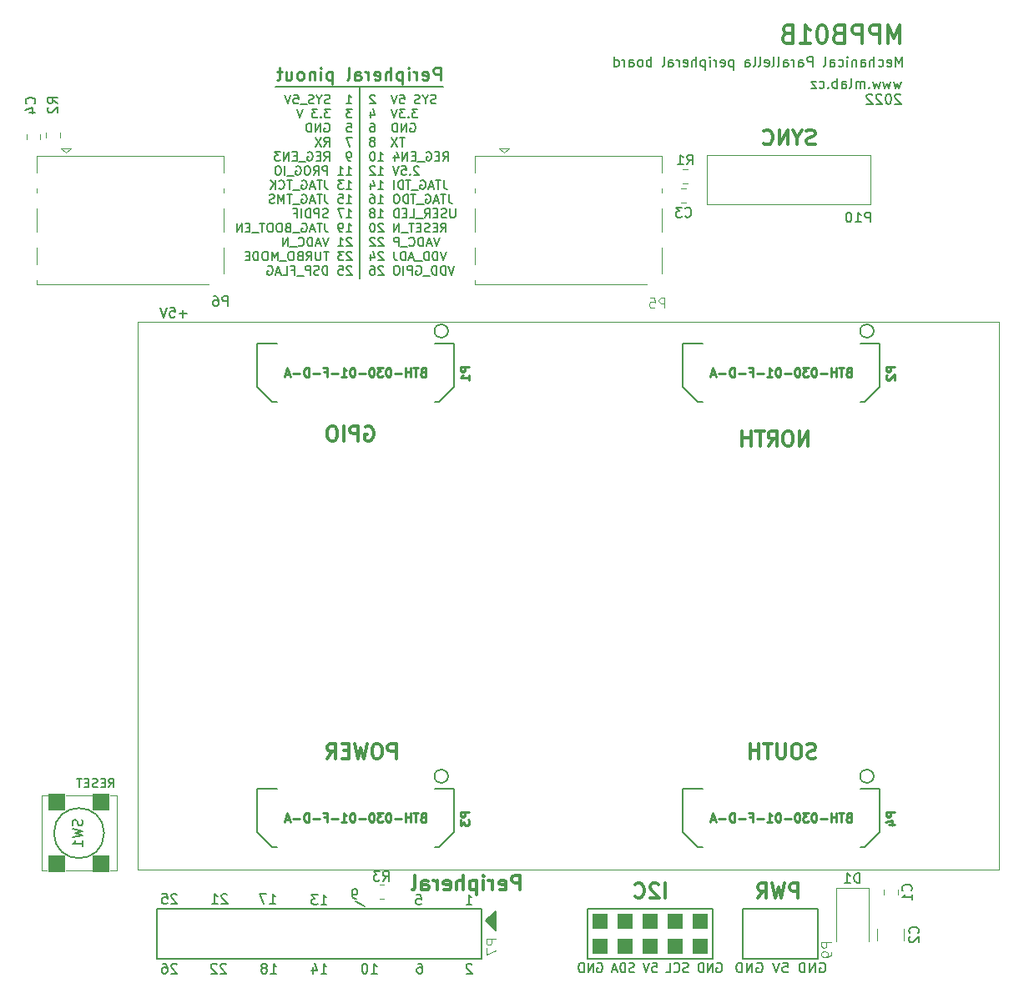
<source format=gbr>
%TF.GenerationSoftware,KiCad,Pcbnew,7.0.5.1-1-g8f565ef7f0-dirty-deb11*%
%TF.CreationDate,2023-07-22T00:16:10+00:00*%
%TF.ProjectId,MPPB01,4d505042-3031-42e6-9b69-6361645f7063,**%
%TF.SameCoordinates,Original*%
%TF.FileFunction,Legend,Bot*%
%TF.FilePolarity,Positive*%
%FSLAX46Y46*%
G04 Gerber Fmt 4.6, Leading zero omitted, Abs format (unit mm)*
G04 Created by KiCad (PCBNEW 7.0.5.1-1-g8f565ef7f0-dirty-deb11) date 2023-07-22 00:16:10*
%MOMM*%
%LPD*%
G01*
G04 APERTURE LIST*
%ADD10C,0.150000*%
%ADD11C,0.100000*%
%ADD12C,0.300000*%
%ADD13C,0.200000*%
%ADD14C,0.170000*%
%ADD15C,0.220000*%
%ADD16C,0.222250*%
%ADD17C,0.203200*%
%ADD18C,0.120000*%
%ADD19C,0.127000*%
%ADD20R,1.676400X1.676400*%
%ADD21R,1.524000X1.524000*%
G04 APERTURE END LIST*
D10*
X58470000Y7590000D02*
X71170000Y7590000D01*
X71170000Y2490000D01*
X58470000Y2490000D01*
X58470000Y7590000D01*
X34920000Y8340000D02*
X35820000Y7840000D01*
X49120000Y5340000D02*
X48120000Y6340000D01*
X49120000Y7340000D01*
X49120000Y5340000D01*
G36*
X49120000Y5340000D02*
G01*
X48120000Y6340000D01*
X49120000Y7340000D01*
X49120000Y5340000D01*
G37*
X35320000Y91040000D02*
X35320000Y71540000D01*
D11*
X100220000Y11540000D02*
X12820000Y11540000D01*
D10*
X14720000Y7590000D02*
X47720000Y7590000D01*
X47720000Y2490000D01*
X14720000Y2490000D01*
X14720000Y7590000D01*
X43820000Y91040000D02*
X26820000Y91040000D01*
D11*
X12820000Y11540000D02*
X12820000Y67140000D01*
X100220000Y67140000D02*
X100220000Y11540000D01*
X12820000Y67140000D02*
X100220000Y67140000D01*
D12*
X80791429Y54566672D02*
X80791429Y56066672D01*
X80791429Y56066672D02*
X79934286Y54566672D01*
X79934286Y54566672D02*
X79934286Y56066672D01*
X78934285Y56066672D02*
X78648571Y56066672D01*
X78648571Y56066672D02*
X78505714Y55995243D01*
X78505714Y55995243D02*
X78362857Y55852386D01*
X78362857Y55852386D02*
X78291428Y55566672D01*
X78291428Y55566672D02*
X78291428Y55066672D01*
X78291428Y55066672D02*
X78362857Y54780958D01*
X78362857Y54780958D02*
X78505714Y54638100D01*
X78505714Y54638100D02*
X78648571Y54566672D01*
X78648571Y54566672D02*
X78934285Y54566672D01*
X78934285Y54566672D02*
X79077143Y54638100D01*
X79077143Y54638100D02*
X79220000Y54780958D01*
X79220000Y54780958D02*
X79291428Y55066672D01*
X79291428Y55066672D02*
X79291428Y55566672D01*
X79291428Y55566672D02*
X79220000Y55852386D01*
X79220000Y55852386D02*
X79077143Y55995243D01*
X79077143Y55995243D02*
X78934285Y56066672D01*
X76791428Y54566672D02*
X77291428Y55280958D01*
X77648571Y54566672D02*
X77648571Y56066672D01*
X77648571Y56066672D02*
X77077142Y56066672D01*
X77077142Y56066672D02*
X76934285Y55995243D01*
X76934285Y55995243D02*
X76862856Y55923815D01*
X76862856Y55923815D02*
X76791428Y55780958D01*
X76791428Y55780958D02*
X76791428Y55566672D01*
X76791428Y55566672D02*
X76862856Y55423815D01*
X76862856Y55423815D02*
X76934285Y55352386D01*
X76934285Y55352386D02*
X77077142Y55280958D01*
X77077142Y55280958D02*
X77648571Y55280958D01*
X76362856Y56066672D02*
X75505714Y56066672D01*
X75934285Y54566672D02*
X75934285Y56066672D01*
X75005714Y54566672D02*
X75005714Y56066672D01*
X75005714Y55352386D02*
X74148571Y55352386D01*
X74148571Y54566672D02*
X74148571Y56066672D01*
X81589142Y22888100D02*
X81374857Y22816672D01*
X81374857Y22816672D02*
X81017714Y22816672D01*
X81017714Y22816672D02*
X80874857Y22888100D01*
X80874857Y22888100D02*
X80803428Y22959529D01*
X80803428Y22959529D02*
X80731999Y23102386D01*
X80731999Y23102386D02*
X80731999Y23245243D01*
X80731999Y23245243D02*
X80803428Y23388100D01*
X80803428Y23388100D02*
X80874857Y23459529D01*
X80874857Y23459529D02*
X81017714Y23530958D01*
X81017714Y23530958D02*
X81303428Y23602386D01*
X81303428Y23602386D02*
X81446285Y23673815D01*
X81446285Y23673815D02*
X81517714Y23745243D01*
X81517714Y23745243D02*
X81589142Y23888100D01*
X81589142Y23888100D02*
X81589142Y24030958D01*
X81589142Y24030958D02*
X81517714Y24173815D01*
X81517714Y24173815D02*
X81446285Y24245243D01*
X81446285Y24245243D02*
X81303428Y24316672D01*
X81303428Y24316672D02*
X80946285Y24316672D01*
X80946285Y24316672D02*
X80731999Y24245243D01*
X79803428Y24316672D02*
X79517714Y24316672D01*
X79517714Y24316672D02*
X79374857Y24245243D01*
X79374857Y24245243D02*
X79232000Y24102386D01*
X79232000Y24102386D02*
X79160571Y23816672D01*
X79160571Y23816672D02*
X79160571Y23316672D01*
X79160571Y23316672D02*
X79232000Y23030958D01*
X79232000Y23030958D02*
X79374857Y22888100D01*
X79374857Y22888100D02*
X79517714Y22816672D01*
X79517714Y22816672D02*
X79803428Y22816672D01*
X79803428Y22816672D02*
X79946286Y22888100D01*
X79946286Y22888100D02*
X80089143Y23030958D01*
X80089143Y23030958D02*
X80160571Y23316672D01*
X80160571Y23316672D02*
X80160571Y23816672D01*
X80160571Y23816672D02*
X80089143Y24102386D01*
X80089143Y24102386D02*
X79946286Y24245243D01*
X79946286Y24245243D02*
X79803428Y24316672D01*
X78517714Y24316672D02*
X78517714Y23102386D01*
X78517714Y23102386D02*
X78446285Y22959529D01*
X78446285Y22959529D02*
X78374857Y22888100D01*
X78374857Y22888100D02*
X78231999Y22816672D01*
X78231999Y22816672D02*
X77946285Y22816672D01*
X77946285Y22816672D02*
X77803428Y22888100D01*
X77803428Y22888100D02*
X77731999Y22959529D01*
X77731999Y22959529D02*
X77660571Y23102386D01*
X77660571Y23102386D02*
X77660571Y24316672D01*
X77160570Y24316672D02*
X76303428Y24316672D01*
X76731999Y22816672D02*
X76731999Y24316672D01*
X75803428Y22816672D02*
X75803428Y24316672D01*
X75803428Y23602386D02*
X74946285Y23602386D01*
X74946285Y22816672D02*
X74946285Y24316672D01*
X39024286Y22816672D02*
X39024286Y24316672D01*
X39024286Y24316672D02*
X38452857Y24316672D01*
X38452857Y24316672D02*
X38310000Y24245243D01*
X38310000Y24245243D02*
X38238571Y24173815D01*
X38238571Y24173815D02*
X38167143Y24030958D01*
X38167143Y24030958D02*
X38167143Y23816672D01*
X38167143Y23816672D02*
X38238571Y23673815D01*
X38238571Y23673815D02*
X38310000Y23602386D01*
X38310000Y23602386D02*
X38452857Y23530958D01*
X38452857Y23530958D02*
X39024286Y23530958D01*
X37238571Y24316672D02*
X36952857Y24316672D01*
X36952857Y24316672D02*
X36810000Y24245243D01*
X36810000Y24245243D02*
X36667143Y24102386D01*
X36667143Y24102386D02*
X36595714Y23816672D01*
X36595714Y23816672D02*
X36595714Y23316672D01*
X36595714Y23316672D02*
X36667143Y23030958D01*
X36667143Y23030958D02*
X36810000Y22888100D01*
X36810000Y22888100D02*
X36952857Y22816672D01*
X36952857Y22816672D02*
X37238571Y22816672D01*
X37238571Y22816672D02*
X37381429Y22888100D01*
X37381429Y22888100D02*
X37524286Y23030958D01*
X37524286Y23030958D02*
X37595714Y23316672D01*
X37595714Y23316672D02*
X37595714Y23816672D01*
X37595714Y23816672D02*
X37524286Y24102386D01*
X37524286Y24102386D02*
X37381429Y24245243D01*
X37381429Y24245243D02*
X37238571Y24316672D01*
X36095714Y24316672D02*
X35738571Y22816672D01*
X35738571Y22816672D02*
X35452857Y23888100D01*
X35452857Y23888100D02*
X35167142Y22816672D01*
X35167142Y22816672D02*
X34810000Y24316672D01*
X34238571Y23602386D02*
X33738571Y23602386D01*
X33524285Y22816672D02*
X34238571Y22816672D01*
X34238571Y22816672D02*
X34238571Y24316672D01*
X34238571Y24316672D02*
X33524285Y24316672D01*
X32024285Y22816672D02*
X32524285Y23530958D01*
X32881428Y22816672D02*
X32881428Y24316672D01*
X32881428Y24316672D02*
X32309999Y24316672D01*
X32309999Y24316672D02*
X32167142Y24245243D01*
X32167142Y24245243D02*
X32095713Y24173815D01*
X32095713Y24173815D02*
X32024285Y24030958D01*
X32024285Y24030958D02*
X32024285Y23816672D01*
X32024285Y23816672D02*
X32095713Y23673815D01*
X32095713Y23673815D02*
X32167142Y23602386D01*
X32167142Y23602386D02*
X32309999Y23530958D01*
X32309999Y23530958D02*
X32881428Y23530958D01*
D13*
X17795713Y68000734D02*
X17033809Y68000734D01*
X17414761Y67619781D02*
X17414761Y68381686D01*
X16081428Y68619781D02*
X16557618Y68619781D01*
X16557618Y68619781D02*
X16605237Y68143591D01*
X16605237Y68143591D02*
X16557618Y68191210D01*
X16557618Y68191210D02*
X16462380Y68238829D01*
X16462380Y68238829D02*
X16224285Y68238829D01*
X16224285Y68238829D02*
X16129047Y68191210D01*
X16129047Y68191210D02*
X16081428Y68143591D01*
X16081428Y68143591D02*
X16033809Y68048353D01*
X16033809Y68048353D02*
X16033809Y67810258D01*
X16033809Y67810258D02*
X16081428Y67715020D01*
X16081428Y67715020D02*
X16129047Y67667400D01*
X16129047Y67667400D02*
X16224285Y67619781D01*
X16224285Y67619781D02*
X16462380Y67619781D01*
X16462380Y67619781D02*
X16557618Y67667400D01*
X16557618Y67667400D02*
X16605237Y67715020D01*
X15748094Y68619781D02*
X15414761Y67619781D01*
X15414761Y67619781D02*
X15081428Y68619781D01*
D12*
X90144060Y95472886D02*
X90144060Y97272886D01*
X90144060Y97272886D02*
X89544060Y95987172D01*
X89544060Y95987172D02*
X88944060Y97272886D01*
X88944060Y97272886D02*
X88944060Y95472886D01*
X88086917Y95472886D02*
X88086917Y97272886D01*
X88086917Y97272886D02*
X87401203Y97272886D01*
X87401203Y97272886D02*
X87229774Y97187172D01*
X87229774Y97187172D02*
X87144060Y97101458D01*
X87144060Y97101458D02*
X87058346Y96930029D01*
X87058346Y96930029D02*
X87058346Y96672886D01*
X87058346Y96672886D02*
X87144060Y96501458D01*
X87144060Y96501458D02*
X87229774Y96415743D01*
X87229774Y96415743D02*
X87401203Y96330029D01*
X87401203Y96330029D02*
X88086917Y96330029D01*
X86286917Y95472886D02*
X86286917Y97272886D01*
X86286917Y97272886D02*
X85601203Y97272886D01*
X85601203Y97272886D02*
X85429774Y97187172D01*
X85429774Y97187172D02*
X85344060Y97101458D01*
X85344060Y97101458D02*
X85258346Y96930029D01*
X85258346Y96930029D02*
X85258346Y96672886D01*
X85258346Y96672886D02*
X85344060Y96501458D01*
X85344060Y96501458D02*
X85429774Y96415743D01*
X85429774Y96415743D02*
X85601203Y96330029D01*
X85601203Y96330029D02*
X86286917Y96330029D01*
X83886917Y96415743D02*
X83629774Y96330029D01*
X83629774Y96330029D02*
X83544060Y96244315D01*
X83544060Y96244315D02*
X83458346Y96072886D01*
X83458346Y96072886D02*
X83458346Y95815743D01*
X83458346Y95815743D02*
X83544060Y95644315D01*
X83544060Y95644315D02*
X83629774Y95558600D01*
X83629774Y95558600D02*
X83801203Y95472886D01*
X83801203Y95472886D02*
X84486917Y95472886D01*
X84486917Y95472886D02*
X84486917Y97272886D01*
X84486917Y97272886D02*
X83886917Y97272886D01*
X83886917Y97272886D02*
X83715489Y97187172D01*
X83715489Y97187172D02*
X83629774Y97101458D01*
X83629774Y97101458D02*
X83544060Y96930029D01*
X83544060Y96930029D02*
X83544060Y96758600D01*
X83544060Y96758600D02*
X83629774Y96587172D01*
X83629774Y96587172D02*
X83715489Y96501458D01*
X83715489Y96501458D02*
X83886917Y96415743D01*
X83886917Y96415743D02*
X84486917Y96415743D01*
X82344060Y97272886D02*
X82172631Y97272886D01*
X82172631Y97272886D02*
X82001203Y97187172D01*
X82001203Y97187172D02*
X81915489Y97101458D01*
X81915489Y97101458D02*
X81829774Y96930029D01*
X81829774Y96930029D02*
X81744060Y96587172D01*
X81744060Y96587172D02*
X81744060Y96158600D01*
X81744060Y96158600D02*
X81829774Y95815743D01*
X81829774Y95815743D02*
X81915489Y95644315D01*
X81915489Y95644315D02*
X82001203Y95558600D01*
X82001203Y95558600D02*
X82172631Y95472886D01*
X82172631Y95472886D02*
X82344060Y95472886D01*
X82344060Y95472886D02*
X82515489Y95558600D01*
X82515489Y95558600D02*
X82601203Y95644315D01*
X82601203Y95644315D02*
X82686917Y95815743D01*
X82686917Y95815743D02*
X82772631Y96158600D01*
X82772631Y96158600D02*
X82772631Y96587172D01*
X82772631Y96587172D02*
X82686917Y96930029D01*
X82686917Y96930029D02*
X82601203Y97101458D01*
X82601203Y97101458D02*
X82515489Y97187172D01*
X82515489Y97187172D02*
X82344060Y97272886D01*
X80029774Y95472886D02*
X81058345Y95472886D01*
X80544060Y95472886D02*
X80544060Y97272886D01*
X80544060Y97272886D02*
X80715488Y97015743D01*
X80715488Y97015743D02*
X80886917Y96844315D01*
X80886917Y96844315D02*
X81058345Y96758600D01*
X78658345Y96415743D02*
X78401202Y96330029D01*
X78401202Y96330029D02*
X78315488Y96244315D01*
X78315488Y96244315D02*
X78229774Y96072886D01*
X78229774Y96072886D02*
X78229774Y95815743D01*
X78229774Y95815743D02*
X78315488Y95644315D01*
X78315488Y95644315D02*
X78401202Y95558600D01*
X78401202Y95558600D02*
X78572631Y95472886D01*
X78572631Y95472886D02*
X79258345Y95472886D01*
X79258345Y95472886D02*
X79258345Y97272886D01*
X79258345Y97272886D02*
X78658345Y97272886D01*
X78658345Y97272886D02*
X78486917Y97187172D01*
X78486917Y97187172D02*
X78401202Y97101458D01*
X78401202Y97101458D02*
X78315488Y96930029D01*
X78315488Y96930029D02*
X78315488Y96758600D01*
X78315488Y96758600D02*
X78401202Y96587172D01*
X78401202Y96587172D02*
X78486917Y96501458D01*
X78486917Y96501458D02*
X78658345Y96415743D01*
X78658345Y96415743D02*
X79258345Y96415743D01*
D13*
X9877142Y19884043D02*
X10177142Y20312615D01*
X10391428Y19884043D02*
X10391428Y20784043D01*
X10391428Y20784043D02*
X10048571Y20784043D01*
X10048571Y20784043D02*
X9962856Y20741186D01*
X9962856Y20741186D02*
X9919999Y20698329D01*
X9919999Y20698329D02*
X9877142Y20612615D01*
X9877142Y20612615D02*
X9877142Y20484043D01*
X9877142Y20484043D02*
X9919999Y20398329D01*
X9919999Y20398329D02*
X9962856Y20355472D01*
X9962856Y20355472D02*
X10048571Y20312615D01*
X10048571Y20312615D02*
X10391428Y20312615D01*
X9491428Y20355472D02*
X9191428Y20355472D01*
X9062856Y19884043D02*
X9491428Y19884043D01*
X9491428Y19884043D02*
X9491428Y20784043D01*
X9491428Y20784043D02*
X9062856Y20784043D01*
X8719999Y19926900D02*
X8591428Y19884043D01*
X8591428Y19884043D02*
X8377142Y19884043D01*
X8377142Y19884043D02*
X8291428Y19926900D01*
X8291428Y19926900D02*
X8248570Y19969758D01*
X8248570Y19969758D02*
X8205713Y20055472D01*
X8205713Y20055472D02*
X8205713Y20141186D01*
X8205713Y20141186D02*
X8248570Y20226900D01*
X8248570Y20226900D02*
X8291428Y20269758D01*
X8291428Y20269758D02*
X8377142Y20312615D01*
X8377142Y20312615D02*
X8548570Y20355472D01*
X8548570Y20355472D02*
X8634285Y20398329D01*
X8634285Y20398329D02*
X8677142Y20441186D01*
X8677142Y20441186D02*
X8719999Y20526900D01*
X8719999Y20526900D02*
X8719999Y20612615D01*
X8719999Y20612615D02*
X8677142Y20698329D01*
X8677142Y20698329D02*
X8634285Y20741186D01*
X8634285Y20741186D02*
X8548570Y20784043D01*
X8548570Y20784043D02*
X8334285Y20784043D01*
X8334285Y20784043D02*
X8205713Y20741186D01*
X7819999Y20355472D02*
X7519999Y20355472D01*
X7391427Y19884043D02*
X7819999Y19884043D01*
X7819999Y19884043D02*
X7819999Y20784043D01*
X7819999Y20784043D02*
X7391427Y20784043D01*
X7134284Y20784043D02*
X6619999Y20784043D01*
X6877141Y19884043D02*
X6877141Y20784043D01*
D10*
X41229523Y1985181D02*
X41419999Y1985181D01*
X41419999Y1985181D02*
X41515237Y1937562D01*
X41515237Y1937562D02*
X41562856Y1889943D01*
X41562856Y1889943D02*
X41658094Y1747086D01*
X41658094Y1747086D02*
X41705713Y1556610D01*
X41705713Y1556610D02*
X41705713Y1175658D01*
X41705713Y1175658D02*
X41658094Y1080420D01*
X41658094Y1080420D02*
X41610475Y1032800D01*
X41610475Y1032800D02*
X41515237Y985181D01*
X41515237Y985181D02*
X41324761Y985181D01*
X41324761Y985181D02*
X41229523Y1032800D01*
X41229523Y1032800D02*
X41181904Y1080420D01*
X41181904Y1080420D02*
X41134285Y1175658D01*
X41134285Y1175658D02*
X41134285Y1413753D01*
X41134285Y1413753D02*
X41181904Y1508991D01*
X41181904Y1508991D02*
X41229523Y1556610D01*
X41229523Y1556610D02*
X41324761Y1604229D01*
X41324761Y1604229D02*
X41515237Y1604229D01*
X41515237Y1604229D02*
X41610475Y1556610D01*
X41610475Y1556610D02*
X41658094Y1508991D01*
X41658094Y1508991D02*
X41705713Y1413753D01*
D12*
X66284285Y8661672D02*
X66284285Y10161672D01*
X65641427Y10018815D02*
X65569999Y10090243D01*
X65569999Y10090243D02*
X65427142Y10161672D01*
X65427142Y10161672D02*
X65069999Y10161672D01*
X65069999Y10161672D02*
X64927142Y10090243D01*
X64927142Y10090243D02*
X64855713Y10018815D01*
X64855713Y10018815D02*
X64784284Y9875958D01*
X64784284Y9875958D02*
X64784284Y9733100D01*
X64784284Y9733100D02*
X64855713Y9518815D01*
X64855713Y9518815D02*
X65712856Y8661672D01*
X65712856Y8661672D02*
X64784284Y8661672D01*
X63284285Y8804529D02*
X63355713Y8733100D01*
X63355713Y8733100D02*
X63569999Y8661672D01*
X63569999Y8661672D02*
X63712856Y8661672D01*
X63712856Y8661672D02*
X63927142Y8733100D01*
X63927142Y8733100D02*
X64069999Y8875958D01*
X64069999Y8875958D02*
X64141428Y9018815D01*
X64141428Y9018815D02*
X64212856Y9304529D01*
X64212856Y9304529D02*
X64212856Y9518815D01*
X64212856Y9518815D02*
X64141428Y9804529D01*
X64141428Y9804529D02*
X64069999Y9947386D01*
X64069999Y9947386D02*
X63927142Y10090243D01*
X63927142Y10090243D02*
X63712856Y10161672D01*
X63712856Y10161672D02*
X63569999Y10161672D01*
X63569999Y10161672D02*
X63355713Y10090243D01*
X63355713Y10090243D02*
X63284285Y10018815D01*
D10*
X16781904Y1889943D02*
X16734285Y1937562D01*
X16734285Y1937562D02*
X16639047Y1985181D01*
X16639047Y1985181D02*
X16400952Y1985181D01*
X16400952Y1985181D02*
X16305714Y1937562D01*
X16305714Y1937562D02*
X16258095Y1889943D01*
X16258095Y1889943D02*
X16210476Y1794705D01*
X16210476Y1794705D02*
X16210476Y1699467D01*
X16210476Y1699467D02*
X16258095Y1556610D01*
X16258095Y1556610D02*
X16829523Y985181D01*
X16829523Y985181D02*
X16210476Y985181D01*
X15353333Y1985181D02*
X15543809Y1985181D01*
X15543809Y1985181D02*
X15639047Y1937562D01*
X15639047Y1937562D02*
X15686666Y1889943D01*
X15686666Y1889943D02*
X15781904Y1747086D01*
X15781904Y1747086D02*
X15829523Y1556610D01*
X15829523Y1556610D02*
X15829523Y1175658D01*
X15829523Y1175658D02*
X15781904Y1080420D01*
X15781904Y1080420D02*
X15734285Y1032800D01*
X15734285Y1032800D02*
X15639047Y985181D01*
X15639047Y985181D02*
X15448571Y985181D01*
X15448571Y985181D02*
X15353333Y1032800D01*
X15353333Y1032800D02*
X15305714Y1080420D01*
X15305714Y1080420D02*
X15258095Y1175658D01*
X15258095Y1175658D02*
X15258095Y1413753D01*
X15258095Y1413753D02*
X15305714Y1508991D01*
X15305714Y1508991D02*
X15353333Y1556610D01*
X15353333Y1556610D02*
X15448571Y1604229D01*
X15448571Y1604229D02*
X15639047Y1604229D01*
X15639047Y1604229D02*
X15734285Y1556610D01*
X15734285Y1556610D02*
X15781904Y1508991D01*
X15781904Y1508991D02*
X15829523Y1413753D01*
X21781904Y1889943D02*
X21734285Y1937562D01*
X21734285Y1937562D02*
X21639047Y1985181D01*
X21639047Y1985181D02*
X21400952Y1985181D01*
X21400952Y1985181D02*
X21305714Y1937562D01*
X21305714Y1937562D02*
X21258095Y1889943D01*
X21258095Y1889943D02*
X21210476Y1794705D01*
X21210476Y1794705D02*
X21210476Y1699467D01*
X21210476Y1699467D02*
X21258095Y1556610D01*
X21258095Y1556610D02*
X21829523Y985181D01*
X21829523Y985181D02*
X21210476Y985181D01*
X20829523Y1889943D02*
X20781904Y1937562D01*
X20781904Y1937562D02*
X20686666Y1985181D01*
X20686666Y1985181D02*
X20448571Y1985181D01*
X20448571Y1985181D02*
X20353333Y1937562D01*
X20353333Y1937562D02*
X20305714Y1889943D01*
X20305714Y1889943D02*
X20258095Y1794705D01*
X20258095Y1794705D02*
X20258095Y1699467D01*
X20258095Y1699467D02*
X20305714Y1556610D01*
X20305714Y1556610D02*
X20877142Y985181D01*
X20877142Y985181D02*
X20258095Y985181D01*
X41081904Y8985181D02*
X41558094Y8985181D01*
X41558094Y8985181D02*
X41605713Y8508991D01*
X41605713Y8508991D02*
X41558094Y8556610D01*
X41558094Y8556610D02*
X41462856Y8604229D01*
X41462856Y8604229D02*
X41224761Y8604229D01*
X41224761Y8604229D02*
X41129523Y8556610D01*
X41129523Y8556610D02*
X41081904Y8508991D01*
X41081904Y8508991D02*
X41034285Y8413753D01*
X41034285Y8413753D02*
X41034285Y8175658D01*
X41034285Y8175658D02*
X41081904Y8080420D01*
X41081904Y8080420D02*
X41129523Y8032800D01*
X41129523Y8032800D02*
X41224761Y7985181D01*
X41224761Y7985181D02*
X41462856Y7985181D01*
X41462856Y7985181D02*
X41558094Y8032800D01*
X41558094Y8032800D02*
X41605713Y8080420D01*
D13*
X34002707Y89328043D02*
X34516993Y89328043D01*
X34259850Y89328043D02*
X34259850Y90228043D01*
X34259850Y90228043D02*
X34345564Y90099472D01*
X34345564Y90099472D02*
X34431279Y90013758D01*
X34431279Y90013758D02*
X34516993Y89970900D01*
X32288422Y89370900D02*
X32159851Y89328043D01*
X32159851Y89328043D02*
X31945565Y89328043D01*
X31945565Y89328043D02*
X31859851Y89370900D01*
X31859851Y89370900D02*
X31816993Y89413758D01*
X31816993Y89413758D02*
X31774136Y89499472D01*
X31774136Y89499472D02*
X31774136Y89585186D01*
X31774136Y89585186D02*
X31816993Y89670900D01*
X31816993Y89670900D02*
X31859851Y89713758D01*
X31859851Y89713758D02*
X31945565Y89756615D01*
X31945565Y89756615D02*
X32116993Y89799472D01*
X32116993Y89799472D02*
X32202708Y89842329D01*
X32202708Y89842329D02*
X32245565Y89885186D01*
X32245565Y89885186D02*
X32288422Y89970900D01*
X32288422Y89970900D02*
X32288422Y90056615D01*
X32288422Y90056615D02*
X32245565Y90142329D01*
X32245565Y90142329D02*
X32202708Y90185186D01*
X32202708Y90185186D02*
X32116993Y90228043D01*
X32116993Y90228043D02*
X31902708Y90228043D01*
X31902708Y90228043D02*
X31774136Y90185186D01*
X31216993Y89756615D02*
X31216993Y89328043D01*
X31516993Y90228043D02*
X31216993Y89756615D01*
X31216993Y89756615D02*
X30916993Y90228043D01*
X30659850Y89370900D02*
X30531279Y89328043D01*
X30531279Y89328043D02*
X30316993Y89328043D01*
X30316993Y89328043D02*
X30231279Y89370900D01*
X30231279Y89370900D02*
X30188421Y89413758D01*
X30188421Y89413758D02*
X30145564Y89499472D01*
X30145564Y89499472D02*
X30145564Y89585186D01*
X30145564Y89585186D02*
X30188421Y89670900D01*
X30188421Y89670900D02*
X30231279Y89713758D01*
X30231279Y89713758D02*
X30316993Y89756615D01*
X30316993Y89756615D02*
X30488421Y89799472D01*
X30488421Y89799472D02*
X30574136Y89842329D01*
X30574136Y89842329D02*
X30616993Y89885186D01*
X30616993Y89885186D02*
X30659850Y89970900D01*
X30659850Y89970900D02*
X30659850Y90056615D01*
X30659850Y90056615D02*
X30616993Y90142329D01*
X30616993Y90142329D02*
X30574136Y90185186D01*
X30574136Y90185186D02*
X30488421Y90228043D01*
X30488421Y90228043D02*
X30274136Y90228043D01*
X30274136Y90228043D02*
X30145564Y90185186D01*
X29974136Y89242329D02*
X29288421Y89242329D01*
X28645564Y90228043D02*
X29074136Y90228043D01*
X29074136Y90228043D02*
X29116993Y89799472D01*
X29116993Y89799472D02*
X29074136Y89842329D01*
X29074136Y89842329D02*
X28988422Y89885186D01*
X28988422Y89885186D02*
X28774136Y89885186D01*
X28774136Y89885186D02*
X28688422Y89842329D01*
X28688422Y89842329D02*
X28645564Y89799472D01*
X28645564Y89799472D02*
X28602707Y89713758D01*
X28602707Y89713758D02*
X28602707Y89499472D01*
X28602707Y89499472D02*
X28645564Y89413758D01*
X28645564Y89413758D02*
X28688422Y89370900D01*
X28688422Y89370900D02*
X28774136Y89328043D01*
X28774136Y89328043D02*
X28988422Y89328043D01*
X28988422Y89328043D02*
X29074136Y89370900D01*
X29074136Y89370900D02*
X29116993Y89413758D01*
X28345564Y90228043D02*
X28045564Y89328043D01*
X28045564Y89328043D02*
X27745564Y90228043D01*
X34559850Y88779043D02*
X34002707Y88779043D01*
X34002707Y88779043D02*
X34302707Y88436186D01*
X34302707Y88436186D02*
X34174136Y88436186D01*
X34174136Y88436186D02*
X34088422Y88393329D01*
X34088422Y88393329D02*
X34045564Y88350472D01*
X34045564Y88350472D02*
X34002707Y88264758D01*
X34002707Y88264758D02*
X34002707Y88050472D01*
X34002707Y88050472D02*
X34045564Y87964758D01*
X34045564Y87964758D02*
X34088422Y87921900D01*
X34088422Y87921900D02*
X34174136Y87879043D01*
X34174136Y87879043D02*
X34431279Y87879043D01*
X34431279Y87879043D02*
X34516993Y87921900D01*
X34516993Y87921900D02*
X34559850Y87964758D01*
X32331279Y88779043D02*
X31774136Y88779043D01*
X31774136Y88779043D02*
X32074136Y88436186D01*
X32074136Y88436186D02*
X31945565Y88436186D01*
X31945565Y88436186D02*
X31859851Y88393329D01*
X31859851Y88393329D02*
X31816993Y88350472D01*
X31816993Y88350472D02*
X31774136Y88264758D01*
X31774136Y88264758D02*
X31774136Y88050472D01*
X31774136Y88050472D02*
X31816993Y87964758D01*
X31816993Y87964758D02*
X31859851Y87921900D01*
X31859851Y87921900D02*
X31945565Y87879043D01*
X31945565Y87879043D02*
X32202708Y87879043D01*
X32202708Y87879043D02*
X32288422Y87921900D01*
X32288422Y87921900D02*
X32331279Y87964758D01*
X31388422Y87964758D02*
X31345565Y87921900D01*
X31345565Y87921900D02*
X31388422Y87879043D01*
X31388422Y87879043D02*
X31431279Y87921900D01*
X31431279Y87921900D02*
X31388422Y87964758D01*
X31388422Y87964758D02*
X31388422Y87879043D01*
X31045565Y88779043D02*
X30488422Y88779043D01*
X30488422Y88779043D02*
X30788422Y88436186D01*
X30788422Y88436186D02*
X30659851Y88436186D01*
X30659851Y88436186D02*
X30574137Y88393329D01*
X30574137Y88393329D02*
X30531279Y88350472D01*
X30531279Y88350472D02*
X30488422Y88264758D01*
X30488422Y88264758D02*
X30488422Y88050472D01*
X30488422Y88050472D02*
X30531279Y87964758D01*
X30531279Y87964758D02*
X30574137Y87921900D01*
X30574137Y87921900D02*
X30659851Y87879043D01*
X30659851Y87879043D02*
X30916994Y87879043D01*
X30916994Y87879043D02*
X31002708Y87921900D01*
X31002708Y87921900D02*
X31045565Y87964758D01*
X29545565Y88779043D02*
X29245565Y87879043D01*
X29245565Y87879043D02*
X28945565Y88779043D01*
X34045564Y87330043D02*
X34474136Y87330043D01*
X34474136Y87330043D02*
X34516993Y86901472D01*
X34516993Y86901472D02*
X34474136Y86944329D01*
X34474136Y86944329D02*
X34388422Y86987186D01*
X34388422Y86987186D02*
X34174136Y86987186D01*
X34174136Y86987186D02*
X34088422Y86944329D01*
X34088422Y86944329D02*
X34045564Y86901472D01*
X34045564Y86901472D02*
X34002707Y86815758D01*
X34002707Y86815758D02*
X34002707Y86601472D01*
X34002707Y86601472D02*
X34045564Y86515758D01*
X34045564Y86515758D02*
X34088422Y86472900D01*
X34088422Y86472900D02*
X34174136Y86430043D01*
X34174136Y86430043D02*
X34388422Y86430043D01*
X34388422Y86430043D02*
X34474136Y86472900D01*
X34474136Y86472900D02*
X34516993Y86515758D01*
X31774136Y87287186D02*
X31859851Y87330043D01*
X31859851Y87330043D02*
X31988422Y87330043D01*
X31988422Y87330043D02*
X32116993Y87287186D01*
X32116993Y87287186D02*
X32202708Y87201472D01*
X32202708Y87201472D02*
X32245565Y87115758D01*
X32245565Y87115758D02*
X32288422Y86944329D01*
X32288422Y86944329D02*
X32288422Y86815758D01*
X32288422Y86815758D02*
X32245565Y86644329D01*
X32245565Y86644329D02*
X32202708Y86558615D01*
X32202708Y86558615D02*
X32116993Y86472900D01*
X32116993Y86472900D02*
X31988422Y86430043D01*
X31988422Y86430043D02*
X31902708Y86430043D01*
X31902708Y86430043D02*
X31774136Y86472900D01*
X31774136Y86472900D02*
X31731279Y86515758D01*
X31731279Y86515758D02*
X31731279Y86815758D01*
X31731279Y86815758D02*
X31902708Y86815758D01*
X31345565Y86430043D02*
X31345565Y87330043D01*
X31345565Y87330043D02*
X30831279Y86430043D01*
X30831279Y86430043D02*
X30831279Y87330043D01*
X30402708Y86430043D02*
X30402708Y87330043D01*
X30402708Y87330043D02*
X30188422Y87330043D01*
X30188422Y87330043D02*
X30059851Y87287186D01*
X30059851Y87287186D02*
X29974136Y87201472D01*
X29974136Y87201472D02*
X29931279Y87115758D01*
X29931279Y87115758D02*
X29888422Y86944329D01*
X29888422Y86944329D02*
X29888422Y86815758D01*
X29888422Y86815758D02*
X29931279Y86644329D01*
X29931279Y86644329D02*
X29974136Y86558615D01*
X29974136Y86558615D02*
X30059851Y86472900D01*
X30059851Y86472900D02*
X30188422Y86430043D01*
X30188422Y86430043D02*
X30402708Y86430043D01*
X34559850Y85881043D02*
X33959850Y85881043D01*
X33959850Y85881043D02*
X34345564Y84981043D01*
X31731279Y84981043D02*
X32031279Y85409615D01*
X32245565Y84981043D02*
X32245565Y85881043D01*
X32245565Y85881043D02*
X31902708Y85881043D01*
X31902708Y85881043D02*
X31816993Y85838186D01*
X31816993Y85838186D02*
X31774136Y85795329D01*
X31774136Y85795329D02*
X31731279Y85709615D01*
X31731279Y85709615D02*
X31731279Y85581043D01*
X31731279Y85581043D02*
X31774136Y85495329D01*
X31774136Y85495329D02*
X31816993Y85452472D01*
X31816993Y85452472D02*
X31902708Y85409615D01*
X31902708Y85409615D02*
X32245565Y85409615D01*
X31431279Y85881043D02*
X30831279Y84981043D01*
X30831279Y85881043D02*
X31431279Y84981043D01*
X34431279Y83532043D02*
X34259850Y83532043D01*
X34259850Y83532043D02*
X34174136Y83574900D01*
X34174136Y83574900D02*
X34131279Y83617758D01*
X34131279Y83617758D02*
X34045564Y83746329D01*
X34045564Y83746329D02*
X34002707Y83917758D01*
X34002707Y83917758D02*
X34002707Y84260615D01*
X34002707Y84260615D02*
X34045564Y84346329D01*
X34045564Y84346329D02*
X34088422Y84389186D01*
X34088422Y84389186D02*
X34174136Y84432043D01*
X34174136Y84432043D02*
X34345564Y84432043D01*
X34345564Y84432043D02*
X34431279Y84389186D01*
X34431279Y84389186D02*
X34474136Y84346329D01*
X34474136Y84346329D02*
X34516993Y84260615D01*
X34516993Y84260615D02*
X34516993Y84046329D01*
X34516993Y84046329D02*
X34474136Y83960615D01*
X34474136Y83960615D02*
X34431279Y83917758D01*
X34431279Y83917758D02*
X34345564Y83874900D01*
X34345564Y83874900D02*
X34174136Y83874900D01*
X34174136Y83874900D02*
X34088422Y83917758D01*
X34088422Y83917758D02*
X34045564Y83960615D01*
X34045564Y83960615D02*
X34002707Y84046329D01*
X31731279Y83532043D02*
X32031279Y83960615D01*
X32245565Y83532043D02*
X32245565Y84432043D01*
X32245565Y84432043D02*
X31902708Y84432043D01*
X31902708Y84432043D02*
X31816993Y84389186D01*
X31816993Y84389186D02*
X31774136Y84346329D01*
X31774136Y84346329D02*
X31731279Y84260615D01*
X31731279Y84260615D02*
X31731279Y84132043D01*
X31731279Y84132043D02*
X31774136Y84046329D01*
X31774136Y84046329D02*
X31816993Y84003472D01*
X31816993Y84003472D02*
X31902708Y83960615D01*
X31902708Y83960615D02*
X32245565Y83960615D01*
X31345565Y84003472D02*
X31045565Y84003472D01*
X30916993Y83532043D02*
X31345565Y83532043D01*
X31345565Y83532043D02*
X31345565Y84432043D01*
X31345565Y84432043D02*
X30916993Y84432043D01*
X30059850Y84389186D02*
X30145565Y84432043D01*
X30145565Y84432043D02*
X30274136Y84432043D01*
X30274136Y84432043D02*
X30402707Y84389186D01*
X30402707Y84389186D02*
X30488422Y84303472D01*
X30488422Y84303472D02*
X30531279Y84217758D01*
X30531279Y84217758D02*
X30574136Y84046329D01*
X30574136Y84046329D02*
X30574136Y83917758D01*
X30574136Y83917758D02*
X30531279Y83746329D01*
X30531279Y83746329D02*
X30488422Y83660615D01*
X30488422Y83660615D02*
X30402707Y83574900D01*
X30402707Y83574900D02*
X30274136Y83532043D01*
X30274136Y83532043D02*
X30188422Y83532043D01*
X30188422Y83532043D02*
X30059850Y83574900D01*
X30059850Y83574900D02*
X30016993Y83617758D01*
X30016993Y83617758D02*
X30016993Y83917758D01*
X30016993Y83917758D02*
X30188422Y83917758D01*
X29845565Y83446329D02*
X29159850Y83446329D01*
X28945565Y84003472D02*
X28645565Y84003472D01*
X28516993Y83532043D02*
X28945565Y83532043D01*
X28945565Y83532043D02*
X28945565Y84432043D01*
X28945565Y84432043D02*
X28516993Y84432043D01*
X28131279Y83532043D02*
X28131279Y84432043D01*
X28131279Y84432043D02*
X27616993Y83532043D01*
X27616993Y83532043D02*
X27616993Y84432043D01*
X27274136Y84432043D02*
X26716993Y84432043D01*
X26716993Y84432043D02*
X27016993Y84089186D01*
X27016993Y84089186D02*
X26888422Y84089186D01*
X26888422Y84089186D02*
X26802708Y84046329D01*
X26802708Y84046329D02*
X26759850Y84003472D01*
X26759850Y84003472D02*
X26716993Y83917758D01*
X26716993Y83917758D02*
X26716993Y83703472D01*
X26716993Y83703472D02*
X26759850Y83617758D01*
X26759850Y83617758D02*
X26802708Y83574900D01*
X26802708Y83574900D02*
X26888422Y83532043D01*
X26888422Y83532043D02*
X27145565Y83532043D01*
X27145565Y83532043D02*
X27231279Y83574900D01*
X27231279Y83574900D02*
X27274136Y83617758D01*
X34002707Y82083043D02*
X34516993Y82083043D01*
X34259850Y82083043D02*
X34259850Y82983043D01*
X34259850Y82983043D02*
X34345564Y82854472D01*
X34345564Y82854472D02*
X34431279Y82768758D01*
X34431279Y82768758D02*
X34516993Y82725900D01*
X33145564Y82083043D02*
X33659850Y82083043D01*
X33402707Y82083043D02*
X33402707Y82983043D01*
X33402707Y82983043D02*
X33488421Y82854472D01*
X33488421Y82854472D02*
X33574136Y82768758D01*
X33574136Y82768758D02*
X33659850Y82725900D01*
X32074136Y82083043D02*
X32074136Y82983043D01*
X32074136Y82983043D02*
X31731279Y82983043D01*
X31731279Y82983043D02*
X31645564Y82940186D01*
X31645564Y82940186D02*
X31602707Y82897329D01*
X31602707Y82897329D02*
X31559850Y82811615D01*
X31559850Y82811615D02*
X31559850Y82683043D01*
X31559850Y82683043D02*
X31602707Y82597329D01*
X31602707Y82597329D02*
X31645564Y82554472D01*
X31645564Y82554472D02*
X31731279Y82511615D01*
X31731279Y82511615D02*
X32074136Y82511615D01*
X30659850Y82083043D02*
X30959850Y82511615D01*
X31174136Y82083043D02*
X31174136Y82983043D01*
X31174136Y82983043D02*
X30831279Y82983043D01*
X30831279Y82983043D02*
X30745564Y82940186D01*
X30745564Y82940186D02*
X30702707Y82897329D01*
X30702707Y82897329D02*
X30659850Y82811615D01*
X30659850Y82811615D02*
X30659850Y82683043D01*
X30659850Y82683043D02*
X30702707Y82597329D01*
X30702707Y82597329D02*
X30745564Y82554472D01*
X30745564Y82554472D02*
X30831279Y82511615D01*
X30831279Y82511615D02*
X31174136Y82511615D01*
X30102707Y82983043D02*
X29931279Y82983043D01*
X29931279Y82983043D02*
X29845564Y82940186D01*
X29845564Y82940186D02*
X29759850Y82854472D01*
X29759850Y82854472D02*
X29716993Y82683043D01*
X29716993Y82683043D02*
X29716993Y82383043D01*
X29716993Y82383043D02*
X29759850Y82211615D01*
X29759850Y82211615D02*
X29845564Y82125900D01*
X29845564Y82125900D02*
X29931279Y82083043D01*
X29931279Y82083043D02*
X30102707Y82083043D01*
X30102707Y82083043D02*
X30188422Y82125900D01*
X30188422Y82125900D02*
X30274136Y82211615D01*
X30274136Y82211615D02*
X30316993Y82383043D01*
X30316993Y82383043D02*
X30316993Y82683043D01*
X30316993Y82683043D02*
X30274136Y82854472D01*
X30274136Y82854472D02*
X30188422Y82940186D01*
X30188422Y82940186D02*
X30102707Y82983043D01*
X28859850Y82940186D02*
X28945565Y82983043D01*
X28945565Y82983043D02*
X29074136Y82983043D01*
X29074136Y82983043D02*
X29202707Y82940186D01*
X29202707Y82940186D02*
X29288422Y82854472D01*
X29288422Y82854472D02*
X29331279Y82768758D01*
X29331279Y82768758D02*
X29374136Y82597329D01*
X29374136Y82597329D02*
X29374136Y82468758D01*
X29374136Y82468758D02*
X29331279Y82297329D01*
X29331279Y82297329D02*
X29288422Y82211615D01*
X29288422Y82211615D02*
X29202707Y82125900D01*
X29202707Y82125900D02*
X29074136Y82083043D01*
X29074136Y82083043D02*
X28988422Y82083043D01*
X28988422Y82083043D02*
X28859850Y82125900D01*
X28859850Y82125900D02*
X28816993Y82168758D01*
X28816993Y82168758D02*
X28816993Y82468758D01*
X28816993Y82468758D02*
X28988422Y82468758D01*
X28645565Y81997329D02*
X27959850Y81997329D01*
X27745565Y82083043D02*
X27745565Y82983043D01*
X27145565Y82983043D02*
X26974137Y82983043D01*
X26974137Y82983043D02*
X26888422Y82940186D01*
X26888422Y82940186D02*
X26802708Y82854472D01*
X26802708Y82854472D02*
X26759851Y82683043D01*
X26759851Y82683043D02*
X26759851Y82383043D01*
X26759851Y82383043D02*
X26802708Y82211615D01*
X26802708Y82211615D02*
X26888422Y82125900D01*
X26888422Y82125900D02*
X26974137Y82083043D01*
X26974137Y82083043D02*
X27145565Y82083043D01*
X27145565Y82083043D02*
X27231280Y82125900D01*
X27231280Y82125900D02*
X27316994Y82211615D01*
X27316994Y82211615D02*
X27359851Y82383043D01*
X27359851Y82383043D02*
X27359851Y82683043D01*
X27359851Y82683043D02*
X27316994Y82854472D01*
X27316994Y82854472D02*
X27231280Y82940186D01*
X27231280Y82940186D02*
X27145565Y82983043D01*
X34002707Y80634043D02*
X34516993Y80634043D01*
X34259850Y80634043D02*
X34259850Y81534043D01*
X34259850Y81534043D02*
X34345564Y81405472D01*
X34345564Y81405472D02*
X34431279Y81319758D01*
X34431279Y81319758D02*
X34516993Y81276900D01*
X33702707Y81534043D02*
X33145564Y81534043D01*
X33145564Y81534043D02*
X33445564Y81191186D01*
X33445564Y81191186D02*
X33316993Y81191186D01*
X33316993Y81191186D02*
X33231279Y81148329D01*
X33231279Y81148329D02*
X33188421Y81105472D01*
X33188421Y81105472D02*
X33145564Y81019758D01*
X33145564Y81019758D02*
X33145564Y80805472D01*
X33145564Y80805472D02*
X33188421Y80719758D01*
X33188421Y80719758D02*
X33231279Y80676900D01*
X33231279Y80676900D02*
X33316993Y80634043D01*
X33316993Y80634043D02*
X33574136Y80634043D01*
X33574136Y80634043D02*
X33659850Y80676900D01*
X33659850Y80676900D02*
X33702707Y80719758D01*
X31816993Y81534043D02*
X31816993Y80891186D01*
X31816993Y80891186D02*
X31859850Y80762615D01*
X31859850Y80762615D02*
X31945564Y80676900D01*
X31945564Y80676900D02*
X32074136Y80634043D01*
X32074136Y80634043D02*
X32159850Y80634043D01*
X31516993Y81534043D02*
X31002708Y81534043D01*
X31259850Y80634043D02*
X31259850Y81534043D01*
X30745565Y80891186D02*
X30316994Y80891186D01*
X30831279Y80634043D02*
X30531279Y81534043D01*
X30531279Y81534043D02*
X30231279Y80634043D01*
X29459850Y81491186D02*
X29545565Y81534043D01*
X29545565Y81534043D02*
X29674136Y81534043D01*
X29674136Y81534043D02*
X29802707Y81491186D01*
X29802707Y81491186D02*
X29888422Y81405472D01*
X29888422Y81405472D02*
X29931279Y81319758D01*
X29931279Y81319758D02*
X29974136Y81148329D01*
X29974136Y81148329D02*
X29974136Y81019758D01*
X29974136Y81019758D02*
X29931279Y80848329D01*
X29931279Y80848329D02*
X29888422Y80762615D01*
X29888422Y80762615D02*
X29802707Y80676900D01*
X29802707Y80676900D02*
X29674136Y80634043D01*
X29674136Y80634043D02*
X29588422Y80634043D01*
X29588422Y80634043D02*
X29459850Y80676900D01*
X29459850Y80676900D02*
X29416993Y80719758D01*
X29416993Y80719758D02*
X29416993Y81019758D01*
X29416993Y81019758D02*
X29588422Y81019758D01*
X29245565Y80548329D02*
X28559850Y80548329D01*
X28474136Y81534043D02*
X27959851Y81534043D01*
X28216993Y80634043D02*
X28216993Y81534043D01*
X27145565Y80719758D02*
X27188422Y80676900D01*
X27188422Y80676900D02*
X27316994Y80634043D01*
X27316994Y80634043D02*
X27402708Y80634043D01*
X27402708Y80634043D02*
X27531279Y80676900D01*
X27531279Y80676900D02*
X27616994Y80762615D01*
X27616994Y80762615D02*
X27659851Y80848329D01*
X27659851Y80848329D02*
X27702708Y81019758D01*
X27702708Y81019758D02*
X27702708Y81148329D01*
X27702708Y81148329D02*
X27659851Y81319758D01*
X27659851Y81319758D02*
X27616994Y81405472D01*
X27616994Y81405472D02*
X27531279Y81491186D01*
X27531279Y81491186D02*
X27402708Y81534043D01*
X27402708Y81534043D02*
X27316994Y81534043D01*
X27316994Y81534043D02*
X27188422Y81491186D01*
X27188422Y81491186D02*
X27145565Y81448329D01*
X26759851Y80634043D02*
X26759851Y81534043D01*
X26245565Y80634043D02*
X26631279Y81148329D01*
X26245565Y81534043D02*
X26759851Y81019758D01*
X34002707Y79185043D02*
X34516993Y79185043D01*
X34259850Y79185043D02*
X34259850Y80085043D01*
X34259850Y80085043D02*
X34345564Y79956472D01*
X34345564Y79956472D02*
X34431279Y79870758D01*
X34431279Y79870758D02*
X34516993Y79827900D01*
X33188421Y80085043D02*
X33616993Y80085043D01*
X33616993Y80085043D02*
X33659850Y79656472D01*
X33659850Y79656472D02*
X33616993Y79699329D01*
X33616993Y79699329D02*
X33531279Y79742186D01*
X33531279Y79742186D02*
X33316993Y79742186D01*
X33316993Y79742186D02*
X33231279Y79699329D01*
X33231279Y79699329D02*
X33188421Y79656472D01*
X33188421Y79656472D02*
X33145564Y79570758D01*
X33145564Y79570758D02*
X33145564Y79356472D01*
X33145564Y79356472D02*
X33188421Y79270758D01*
X33188421Y79270758D02*
X33231279Y79227900D01*
X33231279Y79227900D02*
X33316993Y79185043D01*
X33316993Y79185043D02*
X33531279Y79185043D01*
X33531279Y79185043D02*
X33616993Y79227900D01*
X33616993Y79227900D02*
X33659850Y79270758D01*
X31816993Y80085043D02*
X31816993Y79442186D01*
X31816993Y79442186D02*
X31859850Y79313615D01*
X31859850Y79313615D02*
X31945564Y79227900D01*
X31945564Y79227900D02*
X32074136Y79185043D01*
X32074136Y79185043D02*
X32159850Y79185043D01*
X31516993Y80085043D02*
X31002708Y80085043D01*
X31259850Y79185043D02*
X31259850Y80085043D01*
X30745565Y79442186D02*
X30316994Y79442186D01*
X30831279Y79185043D02*
X30531279Y80085043D01*
X30531279Y80085043D02*
X30231279Y79185043D01*
X29459850Y80042186D02*
X29545565Y80085043D01*
X29545565Y80085043D02*
X29674136Y80085043D01*
X29674136Y80085043D02*
X29802707Y80042186D01*
X29802707Y80042186D02*
X29888422Y79956472D01*
X29888422Y79956472D02*
X29931279Y79870758D01*
X29931279Y79870758D02*
X29974136Y79699329D01*
X29974136Y79699329D02*
X29974136Y79570758D01*
X29974136Y79570758D02*
X29931279Y79399329D01*
X29931279Y79399329D02*
X29888422Y79313615D01*
X29888422Y79313615D02*
X29802707Y79227900D01*
X29802707Y79227900D02*
X29674136Y79185043D01*
X29674136Y79185043D02*
X29588422Y79185043D01*
X29588422Y79185043D02*
X29459850Y79227900D01*
X29459850Y79227900D02*
X29416993Y79270758D01*
X29416993Y79270758D02*
X29416993Y79570758D01*
X29416993Y79570758D02*
X29588422Y79570758D01*
X29245565Y79099329D02*
X28559850Y79099329D01*
X28474136Y80085043D02*
X27959851Y80085043D01*
X28216993Y79185043D02*
X28216993Y80085043D01*
X27659851Y79185043D02*
X27659851Y80085043D01*
X27659851Y80085043D02*
X27359851Y79442186D01*
X27359851Y79442186D02*
X27059851Y80085043D01*
X27059851Y80085043D02*
X27059851Y79185043D01*
X26674137Y79227900D02*
X26545566Y79185043D01*
X26545566Y79185043D02*
X26331280Y79185043D01*
X26331280Y79185043D02*
X26245566Y79227900D01*
X26245566Y79227900D02*
X26202708Y79270758D01*
X26202708Y79270758D02*
X26159851Y79356472D01*
X26159851Y79356472D02*
X26159851Y79442186D01*
X26159851Y79442186D02*
X26202708Y79527900D01*
X26202708Y79527900D02*
X26245566Y79570758D01*
X26245566Y79570758D02*
X26331280Y79613615D01*
X26331280Y79613615D02*
X26502708Y79656472D01*
X26502708Y79656472D02*
X26588423Y79699329D01*
X26588423Y79699329D02*
X26631280Y79742186D01*
X26631280Y79742186D02*
X26674137Y79827900D01*
X26674137Y79827900D02*
X26674137Y79913615D01*
X26674137Y79913615D02*
X26631280Y79999329D01*
X26631280Y79999329D02*
X26588423Y80042186D01*
X26588423Y80042186D02*
X26502708Y80085043D01*
X26502708Y80085043D02*
X26288423Y80085043D01*
X26288423Y80085043D02*
X26159851Y80042186D01*
X34002707Y77736043D02*
X34516993Y77736043D01*
X34259850Y77736043D02*
X34259850Y78636043D01*
X34259850Y78636043D02*
X34345564Y78507472D01*
X34345564Y78507472D02*
X34431279Y78421758D01*
X34431279Y78421758D02*
X34516993Y78378900D01*
X33702707Y78636043D02*
X33102707Y78636043D01*
X33102707Y78636043D02*
X33488421Y77736043D01*
X32116993Y77778900D02*
X31988422Y77736043D01*
X31988422Y77736043D02*
X31774136Y77736043D01*
X31774136Y77736043D02*
X31688422Y77778900D01*
X31688422Y77778900D02*
X31645564Y77821758D01*
X31645564Y77821758D02*
X31602707Y77907472D01*
X31602707Y77907472D02*
X31602707Y77993186D01*
X31602707Y77993186D02*
X31645564Y78078900D01*
X31645564Y78078900D02*
X31688422Y78121758D01*
X31688422Y78121758D02*
X31774136Y78164615D01*
X31774136Y78164615D02*
X31945564Y78207472D01*
X31945564Y78207472D02*
X32031279Y78250329D01*
X32031279Y78250329D02*
X32074136Y78293186D01*
X32074136Y78293186D02*
X32116993Y78378900D01*
X32116993Y78378900D02*
X32116993Y78464615D01*
X32116993Y78464615D02*
X32074136Y78550329D01*
X32074136Y78550329D02*
X32031279Y78593186D01*
X32031279Y78593186D02*
X31945564Y78636043D01*
X31945564Y78636043D02*
X31731279Y78636043D01*
X31731279Y78636043D02*
X31602707Y78593186D01*
X31216993Y77736043D02*
X31216993Y78636043D01*
X31216993Y78636043D02*
X30874136Y78636043D01*
X30874136Y78636043D02*
X30788421Y78593186D01*
X30788421Y78593186D02*
X30745564Y78550329D01*
X30745564Y78550329D02*
X30702707Y78464615D01*
X30702707Y78464615D02*
X30702707Y78336043D01*
X30702707Y78336043D02*
X30745564Y78250329D01*
X30745564Y78250329D02*
X30788421Y78207472D01*
X30788421Y78207472D02*
X30874136Y78164615D01*
X30874136Y78164615D02*
X31216993Y78164615D01*
X30316993Y77736043D02*
X30316993Y78636043D01*
X30316993Y78636043D02*
X30102707Y78636043D01*
X30102707Y78636043D02*
X29974136Y78593186D01*
X29974136Y78593186D02*
X29888421Y78507472D01*
X29888421Y78507472D02*
X29845564Y78421758D01*
X29845564Y78421758D02*
X29802707Y78250329D01*
X29802707Y78250329D02*
X29802707Y78121758D01*
X29802707Y78121758D02*
X29845564Y77950329D01*
X29845564Y77950329D02*
X29888421Y77864615D01*
X29888421Y77864615D02*
X29974136Y77778900D01*
X29974136Y77778900D02*
X30102707Y77736043D01*
X30102707Y77736043D02*
X30316993Y77736043D01*
X29416993Y77736043D02*
X29416993Y78636043D01*
X28688422Y78207472D02*
X28988422Y78207472D01*
X28988422Y77736043D02*
X28988422Y78636043D01*
X28988422Y78636043D02*
X28559850Y78636043D01*
X34002707Y76287043D02*
X34516993Y76287043D01*
X34259850Y76287043D02*
X34259850Y77187043D01*
X34259850Y77187043D02*
X34345564Y77058472D01*
X34345564Y77058472D02*
X34431279Y76972758D01*
X34431279Y76972758D02*
X34516993Y76929900D01*
X33574136Y76287043D02*
X33402707Y76287043D01*
X33402707Y76287043D02*
X33316993Y76329900D01*
X33316993Y76329900D02*
X33274136Y76372758D01*
X33274136Y76372758D02*
X33188421Y76501329D01*
X33188421Y76501329D02*
X33145564Y76672758D01*
X33145564Y76672758D02*
X33145564Y77015615D01*
X33145564Y77015615D02*
X33188421Y77101329D01*
X33188421Y77101329D02*
X33231279Y77144186D01*
X33231279Y77144186D02*
X33316993Y77187043D01*
X33316993Y77187043D02*
X33488421Y77187043D01*
X33488421Y77187043D02*
X33574136Y77144186D01*
X33574136Y77144186D02*
X33616993Y77101329D01*
X33616993Y77101329D02*
X33659850Y77015615D01*
X33659850Y77015615D02*
X33659850Y76801329D01*
X33659850Y76801329D02*
X33616993Y76715615D01*
X33616993Y76715615D02*
X33574136Y76672758D01*
X33574136Y76672758D02*
X33488421Y76629900D01*
X33488421Y76629900D02*
X33316993Y76629900D01*
X33316993Y76629900D02*
X33231279Y76672758D01*
X33231279Y76672758D02*
X33188421Y76715615D01*
X33188421Y76715615D02*
X33145564Y76801329D01*
X31816993Y77187043D02*
X31816993Y76544186D01*
X31816993Y76544186D02*
X31859850Y76415615D01*
X31859850Y76415615D02*
X31945564Y76329900D01*
X31945564Y76329900D02*
X32074136Y76287043D01*
X32074136Y76287043D02*
X32159850Y76287043D01*
X31516993Y77187043D02*
X31002708Y77187043D01*
X31259850Y76287043D02*
X31259850Y77187043D01*
X30745565Y76544186D02*
X30316994Y76544186D01*
X30831279Y76287043D02*
X30531279Y77187043D01*
X30531279Y77187043D02*
X30231279Y76287043D01*
X29459850Y77144186D02*
X29545565Y77187043D01*
X29545565Y77187043D02*
X29674136Y77187043D01*
X29674136Y77187043D02*
X29802707Y77144186D01*
X29802707Y77144186D02*
X29888422Y77058472D01*
X29888422Y77058472D02*
X29931279Y76972758D01*
X29931279Y76972758D02*
X29974136Y76801329D01*
X29974136Y76801329D02*
X29974136Y76672758D01*
X29974136Y76672758D02*
X29931279Y76501329D01*
X29931279Y76501329D02*
X29888422Y76415615D01*
X29888422Y76415615D02*
X29802707Y76329900D01*
X29802707Y76329900D02*
X29674136Y76287043D01*
X29674136Y76287043D02*
X29588422Y76287043D01*
X29588422Y76287043D02*
X29459850Y76329900D01*
X29459850Y76329900D02*
X29416993Y76372758D01*
X29416993Y76372758D02*
X29416993Y76672758D01*
X29416993Y76672758D02*
X29588422Y76672758D01*
X29245565Y76201329D02*
X28559850Y76201329D01*
X28045565Y76758472D02*
X27916993Y76715615D01*
X27916993Y76715615D02*
X27874136Y76672758D01*
X27874136Y76672758D02*
X27831279Y76587043D01*
X27831279Y76587043D02*
X27831279Y76458472D01*
X27831279Y76458472D02*
X27874136Y76372758D01*
X27874136Y76372758D02*
X27916993Y76329900D01*
X27916993Y76329900D02*
X28002708Y76287043D01*
X28002708Y76287043D02*
X28345565Y76287043D01*
X28345565Y76287043D02*
X28345565Y77187043D01*
X28345565Y77187043D02*
X28045565Y77187043D01*
X28045565Y77187043D02*
X27959851Y77144186D01*
X27959851Y77144186D02*
X27916993Y77101329D01*
X27916993Y77101329D02*
X27874136Y77015615D01*
X27874136Y77015615D02*
X27874136Y76929900D01*
X27874136Y76929900D02*
X27916993Y76844186D01*
X27916993Y76844186D02*
X27959851Y76801329D01*
X27959851Y76801329D02*
X28045565Y76758472D01*
X28045565Y76758472D02*
X28345565Y76758472D01*
X27274136Y77187043D02*
X27102708Y77187043D01*
X27102708Y77187043D02*
X27016993Y77144186D01*
X27016993Y77144186D02*
X26931279Y77058472D01*
X26931279Y77058472D02*
X26888422Y76887043D01*
X26888422Y76887043D02*
X26888422Y76587043D01*
X26888422Y76587043D02*
X26931279Y76415615D01*
X26931279Y76415615D02*
X27016993Y76329900D01*
X27016993Y76329900D02*
X27102708Y76287043D01*
X27102708Y76287043D02*
X27274136Y76287043D01*
X27274136Y76287043D02*
X27359851Y76329900D01*
X27359851Y76329900D02*
X27445565Y76415615D01*
X27445565Y76415615D02*
X27488422Y76587043D01*
X27488422Y76587043D02*
X27488422Y76887043D01*
X27488422Y76887043D02*
X27445565Y77058472D01*
X27445565Y77058472D02*
X27359851Y77144186D01*
X27359851Y77144186D02*
X27274136Y77187043D01*
X26331279Y77187043D02*
X26159851Y77187043D01*
X26159851Y77187043D02*
X26074136Y77144186D01*
X26074136Y77144186D02*
X25988422Y77058472D01*
X25988422Y77058472D02*
X25945565Y76887043D01*
X25945565Y76887043D02*
X25945565Y76587043D01*
X25945565Y76587043D02*
X25988422Y76415615D01*
X25988422Y76415615D02*
X26074136Y76329900D01*
X26074136Y76329900D02*
X26159851Y76287043D01*
X26159851Y76287043D02*
X26331279Y76287043D01*
X26331279Y76287043D02*
X26416994Y76329900D01*
X26416994Y76329900D02*
X26502708Y76415615D01*
X26502708Y76415615D02*
X26545565Y76587043D01*
X26545565Y76587043D02*
X26545565Y76887043D01*
X26545565Y76887043D02*
X26502708Y77058472D01*
X26502708Y77058472D02*
X26416994Y77144186D01*
X26416994Y77144186D02*
X26331279Y77187043D01*
X25688422Y77187043D02*
X25174137Y77187043D01*
X25431279Y76287043D02*
X25431279Y77187043D01*
X25088423Y76201329D02*
X24402708Y76201329D01*
X24188423Y76758472D02*
X23888423Y76758472D01*
X23759851Y76287043D02*
X24188423Y76287043D01*
X24188423Y76287043D02*
X24188423Y77187043D01*
X24188423Y77187043D02*
X23759851Y77187043D01*
X23374137Y76287043D02*
X23374137Y77187043D01*
X23374137Y77187043D02*
X22859851Y76287043D01*
X22859851Y76287043D02*
X22859851Y77187043D01*
X34516993Y75652329D02*
X34474136Y75695186D01*
X34474136Y75695186D02*
X34388422Y75738043D01*
X34388422Y75738043D02*
X34174136Y75738043D01*
X34174136Y75738043D02*
X34088422Y75695186D01*
X34088422Y75695186D02*
X34045564Y75652329D01*
X34045564Y75652329D02*
X34002707Y75566615D01*
X34002707Y75566615D02*
X34002707Y75480900D01*
X34002707Y75480900D02*
X34045564Y75352329D01*
X34045564Y75352329D02*
X34559850Y74838043D01*
X34559850Y74838043D02*
X34002707Y74838043D01*
X33145564Y74838043D02*
X33659850Y74838043D01*
X33402707Y74838043D02*
X33402707Y75738043D01*
X33402707Y75738043D02*
X33488421Y75609472D01*
X33488421Y75609472D02*
X33574136Y75523758D01*
X33574136Y75523758D02*
X33659850Y75480900D01*
X32202707Y75738043D02*
X31902707Y74838043D01*
X31902707Y74838043D02*
X31602707Y75738043D01*
X31345564Y75095186D02*
X30916993Y75095186D01*
X31431278Y74838043D02*
X31131278Y75738043D01*
X31131278Y75738043D02*
X30831278Y74838043D01*
X30531278Y74838043D02*
X30531278Y75738043D01*
X30531278Y75738043D02*
X30316992Y75738043D01*
X30316992Y75738043D02*
X30188421Y75695186D01*
X30188421Y75695186D02*
X30102706Y75609472D01*
X30102706Y75609472D02*
X30059849Y75523758D01*
X30059849Y75523758D02*
X30016992Y75352329D01*
X30016992Y75352329D02*
X30016992Y75223758D01*
X30016992Y75223758D02*
X30059849Y75052329D01*
X30059849Y75052329D02*
X30102706Y74966615D01*
X30102706Y74966615D02*
X30188421Y74880900D01*
X30188421Y74880900D02*
X30316992Y74838043D01*
X30316992Y74838043D02*
X30531278Y74838043D01*
X29116992Y74923758D02*
X29159849Y74880900D01*
X29159849Y74880900D02*
X29288421Y74838043D01*
X29288421Y74838043D02*
X29374135Y74838043D01*
X29374135Y74838043D02*
X29502706Y74880900D01*
X29502706Y74880900D02*
X29588421Y74966615D01*
X29588421Y74966615D02*
X29631278Y75052329D01*
X29631278Y75052329D02*
X29674135Y75223758D01*
X29674135Y75223758D02*
X29674135Y75352329D01*
X29674135Y75352329D02*
X29631278Y75523758D01*
X29631278Y75523758D02*
X29588421Y75609472D01*
X29588421Y75609472D02*
X29502706Y75695186D01*
X29502706Y75695186D02*
X29374135Y75738043D01*
X29374135Y75738043D02*
X29288421Y75738043D01*
X29288421Y75738043D02*
X29159849Y75695186D01*
X29159849Y75695186D02*
X29116992Y75652329D01*
X28945564Y74752329D02*
X28259849Y74752329D01*
X28045564Y74838043D02*
X28045564Y75738043D01*
X28045564Y75738043D02*
X27531278Y74838043D01*
X27531278Y74838043D02*
X27531278Y75738043D01*
X34516993Y74203329D02*
X34474136Y74246186D01*
X34474136Y74246186D02*
X34388422Y74289043D01*
X34388422Y74289043D02*
X34174136Y74289043D01*
X34174136Y74289043D02*
X34088422Y74246186D01*
X34088422Y74246186D02*
X34045564Y74203329D01*
X34045564Y74203329D02*
X34002707Y74117615D01*
X34002707Y74117615D02*
X34002707Y74031900D01*
X34002707Y74031900D02*
X34045564Y73903329D01*
X34045564Y73903329D02*
X34559850Y73389043D01*
X34559850Y73389043D02*
X34002707Y73389043D01*
X33702707Y74289043D02*
X33145564Y74289043D01*
X33145564Y74289043D02*
X33445564Y73946186D01*
X33445564Y73946186D02*
X33316993Y73946186D01*
X33316993Y73946186D02*
X33231279Y73903329D01*
X33231279Y73903329D02*
X33188421Y73860472D01*
X33188421Y73860472D02*
X33145564Y73774758D01*
X33145564Y73774758D02*
X33145564Y73560472D01*
X33145564Y73560472D02*
X33188421Y73474758D01*
X33188421Y73474758D02*
X33231279Y73431900D01*
X33231279Y73431900D02*
X33316993Y73389043D01*
X33316993Y73389043D02*
X33574136Y73389043D01*
X33574136Y73389043D02*
X33659850Y73431900D01*
X33659850Y73431900D02*
X33702707Y73474758D01*
X32202707Y74289043D02*
X31688422Y74289043D01*
X31945564Y73389043D02*
X31945564Y74289043D01*
X31388422Y74289043D02*
X31388422Y73560472D01*
X31388422Y73560472D02*
X31345565Y73474758D01*
X31345565Y73474758D02*
X31302708Y73431900D01*
X31302708Y73431900D02*
X31216993Y73389043D01*
X31216993Y73389043D02*
X31045565Y73389043D01*
X31045565Y73389043D02*
X30959850Y73431900D01*
X30959850Y73431900D02*
X30916993Y73474758D01*
X30916993Y73474758D02*
X30874136Y73560472D01*
X30874136Y73560472D02*
X30874136Y74289043D01*
X29931279Y73389043D02*
X30231279Y73817615D01*
X30445565Y73389043D02*
X30445565Y74289043D01*
X30445565Y74289043D02*
X30102708Y74289043D01*
X30102708Y74289043D02*
X30016993Y74246186D01*
X30016993Y74246186D02*
X29974136Y74203329D01*
X29974136Y74203329D02*
X29931279Y74117615D01*
X29931279Y74117615D02*
X29931279Y73989043D01*
X29931279Y73989043D02*
X29974136Y73903329D01*
X29974136Y73903329D02*
X30016993Y73860472D01*
X30016993Y73860472D02*
X30102708Y73817615D01*
X30102708Y73817615D02*
X30445565Y73817615D01*
X29245565Y73860472D02*
X29116993Y73817615D01*
X29116993Y73817615D02*
X29074136Y73774758D01*
X29074136Y73774758D02*
X29031279Y73689043D01*
X29031279Y73689043D02*
X29031279Y73560472D01*
X29031279Y73560472D02*
X29074136Y73474758D01*
X29074136Y73474758D02*
X29116993Y73431900D01*
X29116993Y73431900D02*
X29202708Y73389043D01*
X29202708Y73389043D02*
X29545565Y73389043D01*
X29545565Y73389043D02*
X29545565Y74289043D01*
X29545565Y74289043D02*
X29245565Y74289043D01*
X29245565Y74289043D02*
X29159851Y74246186D01*
X29159851Y74246186D02*
X29116993Y74203329D01*
X29116993Y74203329D02*
X29074136Y74117615D01*
X29074136Y74117615D02*
X29074136Y74031900D01*
X29074136Y74031900D02*
X29116993Y73946186D01*
X29116993Y73946186D02*
X29159851Y73903329D01*
X29159851Y73903329D02*
X29245565Y73860472D01*
X29245565Y73860472D02*
X29545565Y73860472D01*
X28474136Y74289043D02*
X28302708Y74289043D01*
X28302708Y74289043D02*
X28216993Y74246186D01*
X28216993Y74246186D02*
X28131279Y74160472D01*
X28131279Y74160472D02*
X28088422Y73989043D01*
X28088422Y73989043D02*
X28088422Y73689043D01*
X28088422Y73689043D02*
X28131279Y73517615D01*
X28131279Y73517615D02*
X28216993Y73431900D01*
X28216993Y73431900D02*
X28302708Y73389043D01*
X28302708Y73389043D02*
X28474136Y73389043D01*
X28474136Y73389043D02*
X28559851Y73431900D01*
X28559851Y73431900D02*
X28645565Y73517615D01*
X28645565Y73517615D02*
X28688422Y73689043D01*
X28688422Y73689043D02*
X28688422Y73989043D01*
X28688422Y73989043D02*
X28645565Y74160472D01*
X28645565Y74160472D02*
X28559851Y74246186D01*
X28559851Y74246186D02*
X28474136Y74289043D01*
X27916994Y73303329D02*
X27231279Y73303329D01*
X27016994Y73389043D02*
X27016994Y74289043D01*
X27016994Y74289043D02*
X26716994Y73646186D01*
X26716994Y73646186D02*
X26416994Y74289043D01*
X26416994Y74289043D02*
X26416994Y73389043D01*
X25816994Y74289043D02*
X25645566Y74289043D01*
X25645566Y74289043D02*
X25559851Y74246186D01*
X25559851Y74246186D02*
X25474137Y74160472D01*
X25474137Y74160472D02*
X25431280Y73989043D01*
X25431280Y73989043D02*
X25431280Y73689043D01*
X25431280Y73689043D02*
X25474137Y73517615D01*
X25474137Y73517615D02*
X25559851Y73431900D01*
X25559851Y73431900D02*
X25645566Y73389043D01*
X25645566Y73389043D02*
X25816994Y73389043D01*
X25816994Y73389043D02*
X25902709Y73431900D01*
X25902709Y73431900D02*
X25988423Y73517615D01*
X25988423Y73517615D02*
X26031280Y73689043D01*
X26031280Y73689043D02*
X26031280Y73989043D01*
X26031280Y73989043D02*
X25988423Y74160472D01*
X25988423Y74160472D02*
X25902709Y74246186D01*
X25902709Y74246186D02*
X25816994Y74289043D01*
X25045566Y73389043D02*
X25045566Y74289043D01*
X25045566Y74289043D02*
X24831280Y74289043D01*
X24831280Y74289043D02*
X24702709Y74246186D01*
X24702709Y74246186D02*
X24616994Y74160472D01*
X24616994Y74160472D02*
X24574137Y74074758D01*
X24574137Y74074758D02*
X24531280Y73903329D01*
X24531280Y73903329D02*
X24531280Y73774758D01*
X24531280Y73774758D02*
X24574137Y73603329D01*
X24574137Y73603329D02*
X24616994Y73517615D01*
X24616994Y73517615D02*
X24702709Y73431900D01*
X24702709Y73431900D02*
X24831280Y73389043D01*
X24831280Y73389043D02*
X25045566Y73389043D01*
X24145566Y73860472D02*
X23845566Y73860472D01*
X23716994Y73389043D02*
X24145566Y73389043D01*
X24145566Y73389043D02*
X24145566Y74289043D01*
X24145566Y74289043D02*
X23716994Y74289043D01*
X34516993Y72754329D02*
X34474136Y72797186D01*
X34474136Y72797186D02*
X34388422Y72840043D01*
X34388422Y72840043D02*
X34174136Y72840043D01*
X34174136Y72840043D02*
X34088422Y72797186D01*
X34088422Y72797186D02*
X34045564Y72754329D01*
X34045564Y72754329D02*
X34002707Y72668615D01*
X34002707Y72668615D02*
X34002707Y72582900D01*
X34002707Y72582900D02*
X34045564Y72454329D01*
X34045564Y72454329D02*
X34559850Y71940043D01*
X34559850Y71940043D02*
X34002707Y71940043D01*
X33188421Y72840043D02*
X33616993Y72840043D01*
X33616993Y72840043D02*
X33659850Y72411472D01*
X33659850Y72411472D02*
X33616993Y72454329D01*
X33616993Y72454329D02*
X33531279Y72497186D01*
X33531279Y72497186D02*
X33316993Y72497186D01*
X33316993Y72497186D02*
X33231279Y72454329D01*
X33231279Y72454329D02*
X33188421Y72411472D01*
X33188421Y72411472D02*
X33145564Y72325758D01*
X33145564Y72325758D02*
X33145564Y72111472D01*
X33145564Y72111472D02*
X33188421Y72025758D01*
X33188421Y72025758D02*
X33231279Y71982900D01*
X33231279Y71982900D02*
X33316993Y71940043D01*
X33316993Y71940043D02*
X33531279Y71940043D01*
X33531279Y71940043D02*
X33616993Y71982900D01*
X33616993Y71982900D02*
X33659850Y72025758D01*
X32074136Y71940043D02*
X32074136Y72840043D01*
X32074136Y72840043D02*
X31859850Y72840043D01*
X31859850Y72840043D02*
X31731279Y72797186D01*
X31731279Y72797186D02*
X31645564Y72711472D01*
X31645564Y72711472D02*
X31602707Y72625758D01*
X31602707Y72625758D02*
X31559850Y72454329D01*
X31559850Y72454329D02*
X31559850Y72325758D01*
X31559850Y72325758D02*
X31602707Y72154329D01*
X31602707Y72154329D02*
X31645564Y72068615D01*
X31645564Y72068615D02*
X31731279Y71982900D01*
X31731279Y71982900D02*
X31859850Y71940043D01*
X31859850Y71940043D02*
X32074136Y71940043D01*
X31216993Y71982900D02*
X31088422Y71940043D01*
X31088422Y71940043D02*
X30874136Y71940043D01*
X30874136Y71940043D02*
X30788422Y71982900D01*
X30788422Y71982900D02*
X30745564Y72025758D01*
X30745564Y72025758D02*
X30702707Y72111472D01*
X30702707Y72111472D02*
X30702707Y72197186D01*
X30702707Y72197186D02*
X30745564Y72282900D01*
X30745564Y72282900D02*
X30788422Y72325758D01*
X30788422Y72325758D02*
X30874136Y72368615D01*
X30874136Y72368615D02*
X31045564Y72411472D01*
X31045564Y72411472D02*
X31131279Y72454329D01*
X31131279Y72454329D02*
X31174136Y72497186D01*
X31174136Y72497186D02*
X31216993Y72582900D01*
X31216993Y72582900D02*
X31216993Y72668615D01*
X31216993Y72668615D02*
X31174136Y72754329D01*
X31174136Y72754329D02*
X31131279Y72797186D01*
X31131279Y72797186D02*
X31045564Y72840043D01*
X31045564Y72840043D02*
X30831279Y72840043D01*
X30831279Y72840043D02*
X30702707Y72797186D01*
X30316993Y71940043D02*
X30316993Y72840043D01*
X30316993Y72840043D02*
X29974136Y72840043D01*
X29974136Y72840043D02*
X29888421Y72797186D01*
X29888421Y72797186D02*
X29845564Y72754329D01*
X29845564Y72754329D02*
X29802707Y72668615D01*
X29802707Y72668615D02*
X29802707Y72540043D01*
X29802707Y72540043D02*
X29845564Y72454329D01*
X29845564Y72454329D02*
X29888421Y72411472D01*
X29888421Y72411472D02*
X29974136Y72368615D01*
X29974136Y72368615D02*
X30316993Y72368615D01*
X29631279Y71854329D02*
X28945564Y71854329D01*
X28431279Y72411472D02*
X28731279Y72411472D01*
X28731279Y71940043D02*
X28731279Y72840043D01*
X28731279Y72840043D02*
X28302707Y72840043D01*
X27531278Y71940043D02*
X27959850Y71940043D01*
X27959850Y71940043D02*
X27959850Y72840043D01*
X27274136Y72197186D02*
X26845565Y72197186D01*
X27359850Y71940043D02*
X27059850Y72840043D01*
X27059850Y72840043D02*
X26759850Y71940043D01*
X25988421Y72797186D02*
X26074136Y72840043D01*
X26074136Y72840043D02*
X26202707Y72840043D01*
X26202707Y72840043D02*
X26331278Y72797186D01*
X26331278Y72797186D02*
X26416993Y72711472D01*
X26416993Y72711472D02*
X26459850Y72625758D01*
X26459850Y72625758D02*
X26502707Y72454329D01*
X26502707Y72454329D02*
X26502707Y72325758D01*
X26502707Y72325758D02*
X26459850Y72154329D01*
X26459850Y72154329D02*
X26416993Y72068615D01*
X26416993Y72068615D02*
X26331278Y71982900D01*
X26331278Y71982900D02*
X26202707Y71940043D01*
X26202707Y71940043D02*
X26116993Y71940043D01*
X26116993Y71940043D02*
X25988421Y71982900D01*
X25988421Y71982900D02*
X25945564Y72025758D01*
X25945564Y72025758D02*
X25945564Y72325758D01*
X25945564Y72325758D02*
X26116993Y72325758D01*
D10*
X16781904Y8989943D02*
X16734285Y9037562D01*
X16734285Y9037562D02*
X16639047Y9085181D01*
X16639047Y9085181D02*
X16400952Y9085181D01*
X16400952Y9085181D02*
X16305714Y9037562D01*
X16305714Y9037562D02*
X16258095Y8989943D01*
X16258095Y8989943D02*
X16210476Y8894705D01*
X16210476Y8894705D02*
X16210476Y8799467D01*
X16210476Y8799467D02*
X16258095Y8656610D01*
X16258095Y8656610D02*
X16829523Y8085181D01*
X16829523Y8085181D02*
X16210476Y8085181D01*
X15305714Y9085181D02*
X15781904Y9085181D01*
X15781904Y9085181D02*
X15829523Y8608991D01*
X15829523Y8608991D02*
X15781904Y8656610D01*
X15781904Y8656610D02*
X15686666Y8704229D01*
X15686666Y8704229D02*
X15448571Y8704229D01*
X15448571Y8704229D02*
X15353333Y8656610D01*
X15353333Y8656610D02*
X15305714Y8608991D01*
X15305714Y8608991D02*
X15258095Y8513753D01*
X15258095Y8513753D02*
X15258095Y8275658D01*
X15258095Y8275658D02*
X15305714Y8180420D01*
X15305714Y8180420D02*
X15353333Y8132800D01*
X15353333Y8132800D02*
X15448571Y8085181D01*
X15448571Y8085181D02*
X15686666Y8085181D01*
X15686666Y8085181D02*
X15781904Y8132800D01*
X15781904Y8132800D02*
X15829523Y8180420D01*
X26310476Y985181D02*
X26881904Y985181D01*
X26596190Y985181D02*
X26596190Y1985181D01*
X26596190Y1985181D02*
X26691428Y1842324D01*
X26691428Y1842324D02*
X26786666Y1747086D01*
X26786666Y1747086D02*
X26881904Y1699467D01*
X25739047Y1556610D02*
X25834285Y1604229D01*
X25834285Y1604229D02*
X25881904Y1651848D01*
X25881904Y1651848D02*
X25929523Y1747086D01*
X25929523Y1747086D02*
X25929523Y1794705D01*
X25929523Y1794705D02*
X25881904Y1889943D01*
X25881904Y1889943D02*
X25834285Y1937562D01*
X25834285Y1937562D02*
X25739047Y1985181D01*
X25739047Y1985181D02*
X25548571Y1985181D01*
X25548571Y1985181D02*
X25453333Y1937562D01*
X25453333Y1937562D02*
X25405714Y1889943D01*
X25405714Y1889943D02*
X25358095Y1794705D01*
X25358095Y1794705D02*
X25358095Y1747086D01*
X25358095Y1747086D02*
X25405714Y1651848D01*
X25405714Y1651848D02*
X25453333Y1604229D01*
X25453333Y1604229D02*
X25548571Y1556610D01*
X25548571Y1556610D02*
X25739047Y1556610D01*
X25739047Y1556610D02*
X25834285Y1508991D01*
X25834285Y1508991D02*
X25881904Y1461372D01*
X25881904Y1461372D02*
X25929523Y1366134D01*
X25929523Y1366134D02*
X25929523Y1175658D01*
X25929523Y1175658D02*
X25881904Y1080420D01*
X25881904Y1080420D02*
X25834285Y1032800D01*
X25834285Y1032800D02*
X25739047Y985181D01*
X25739047Y985181D02*
X25548571Y985181D01*
X25548571Y985181D02*
X25453333Y1032800D01*
X25453333Y1032800D02*
X25405714Y1080420D01*
X25405714Y1080420D02*
X25358095Y1175658D01*
X25358095Y1175658D02*
X25358095Y1366134D01*
X25358095Y1366134D02*
X25405714Y1461372D01*
X25405714Y1461372D02*
X25453333Y1508991D01*
X25453333Y1508991D02*
X25548571Y1556610D01*
D14*
X82022381Y2038602D02*
X82117619Y2086221D01*
X82117619Y2086221D02*
X82260476Y2086221D01*
X82260476Y2086221D02*
X82403333Y2038602D01*
X82403333Y2038602D02*
X82498571Y1943364D01*
X82498571Y1943364D02*
X82546190Y1848126D01*
X82546190Y1848126D02*
X82593809Y1657650D01*
X82593809Y1657650D02*
X82593809Y1514793D01*
X82593809Y1514793D02*
X82546190Y1324317D01*
X82546190Y1324317D02*
X82498571Y1229079D01*
X82498571Y1229079D02*
X82403333Y1133840D01*
X82403333Y1133840D02*
X82260476Y1086221D01*
X82260476Y1086221D02*
X82165238Y1086221D01*
X82165238Y1086221D02*
X82022381Y1133840D01*
X82022381Y1133840D02*
X81974762Y1181460D01*
X81974762Y1181460D02*
X81974762Y1514793D01*
X81974762Y1514793D02*
X82165238Y1514793D01*
X81546190Y1086221D02*
X81546190Y2086221D01*
X81546190Y2086221D02*
X80974762Y1086221D01*
X80974762Y1086221D02*
X80974762Y2086221D01*
X80498571Y1086221D02*
X80498571Y2086221D01*
X80498571Y2086221D02*
X80260476Y2086221D01*
X80260476Y2086221D02*
X80117619Y2038602D01*
X80117619Y2038602D02*
X80022381Y1943364D01*
X80022381Y1943364D02*
X79974762Y1848126D01*
X79974762Y1848126D02*
X79927143Y1657650D01*
X79927143Y1657650D02*
X79927143Y1514793D01*
X79927143Y1514793D02*
X79974762Y1324317D01*
X79974762Y1324317D02*
X80022381Y1229079D01*
X80022381Y1229079D02*
X80117619Y1133840D01*
X80117619Y1133840D02*
X80260476Y1086221D01*
X80260476Y1086221D02*
X80498571Y1086221D01*
X78260476Y2086221D02*
X78736666Y2086221D01*
X78736666Y2086221D02*
X78784285Y1610031D01*
X78784285Y1610031D02*
X78736666Y1657650D01*
X78736666Y1657650D02*
X78641428Y1705269D01*
X78641428Y1705269D02*
X78403333Y1705269D01*
X78403333Y1705269D02*
X78308095Y1657650D01*
X78308095Y1657650D02*
X78260476Y1610031D01*
X78260476Y1610031D02*
X78212857Y1514793D01*
X78212857Y1514793D02*
X78212857Y1276698D01*
X78212857Y1276698D02*
X78260476Y1181460D01*
X78260476Y1181460D02*
X78308095Y1133840D01*
X78308095Y1133840D02*
X78403333Y1086221D01*
X78403333Y1086221D02*
X78641428Y1086221D01*
X78641428Y1086221D02*
X78736666Y1133840D01*
X78736666Y1133840D02*
X78784285Y1181460D01*
X77927142Y2086221D02*
X77593809Y1086221D01*
X77593809Y1086221D02*
X77260476Y2086221D01*
X75641428Y2038602D02*
X75736666Y2086221D01*
X75736666Y2086221D02*
X75879523Y2086221D01*
X75879523Y2086221D02*
X76022380Y2038602D01*
X76022380Y2038602D02*
X76117618Y1943364D01*
X76117618Y1943364D02*
X76165237Y1848126D01*
X76165237Y1848126D02*
X76212856Y1657650D01*
X76212856Y1657650D02*
X76212856Y1514793D01*
X76212856Y1514793D02*
X76165237Y1324317D01*
X76165237Y1324317D02*
X76117618Y1229079D01*
X76117618Y1229079D02*
X76022380Y1133840D01*
X76022380Y1133840D02*
X75879523Y1086221D01*
X75879523Y1086221D02*
X75784285Y1086221D01*
X75784285Y1086221D02*
X75641428Y1133840D01*
X75641428Y1133840D02*
X75593809Y1181460D01*
X75593809Y1181460D02*
X75593809Y1514793D01*
X75593809Y1514793D02*
X75784285Y1514793D01*
X75165237Y1086221D02*
X75165237Y2086221D01*
X75165237Y2086221D02*
X74593809Y1086221D01*
X74593809Y1086221D02*
X74593809Y2086221D01*
X74117618Y1086221D02*
X74117618Y2086221D01*
X74117618Y2086221D02*
X73879523Y2086221D01*
X73879523Y2086221D02*
X73736666Y2038602D01*
X73736666Y2038602D02*
X73641428Y1943364D01*
X73641428Y1943364D02*
X73593809Y1848126D01*
X73593809Y1848126D02*
X73546190Y1657650D01*
X73546190Y1657650D02*
X73546190Y1514793D01*
X73546190Y1514793D02*
X73593809Y1324317D01*
X73593809Y1324317D02*
X73641428Y1229079D01*
X73641428Y1229079D02*
X73736666Y1133840D01*
X73736666Y1133840D02*
X73879523Y1086221D01*
X73879523Y1086221D02*
X74117618Y1086221D01*
D10*
X21881904Y8989943D02*
X21834285Y9037562D01*
X21834285Y9037562D02*
X21739047Y9085181D01*
X21739047Y9085181D02*
X21500952Y9085181D01*
X21500952Y9085181D02*
X21405714Y9037562D01*
X21405714Y9037562D02*
X21358095Y8989943D01*
X21358095Y8989943D02*
X21310476Y8894705D01*
X21310476Y8894705D02*
X21310476Y8799467D01*
X21310476Y8799467D02*
X21358095Y8656610D01*
X21358095Y8656610D02*
X21929523Y8085181D01*
X21929523Y8085181D02*
X21310476Y8085181D01*
X20358095Y8085181D02*
X20929523Y8085181D01*
X20643809Y8085181D02*
X20643809Y9085181D01*
X20643809Y9085181D02*
X20739047Y8942324D01*
X20739047Y8942324D02*
X20834285Y8847086D01*
X20834285Y8847086D02*
X20929523Y8799467D01*
D13*
X43058721Y89370900D02*
X42930150Y89328043D01*
X42930150Y89328043D02*
X42715864Y89328043D01*
X42715864Y89328043D02*
X42630150Y89370900D01*
X42630150Y89370900D02*
X42587292Y89413758D01*
X42587292Y89413758D02*
X42544435Y89499472D01*
X42544435Y89499472D02*
X42544435Y89585186D01*
X42544435Y89585186D02*
X42587292Y89670900D01*
X42587292Y89670900D02*
X42630150Y89713758D01*
X42630150Y89713758D02*
X42715864Y89756615D01*
X42715864Y89756615D02*
X42887292Y89799472D01*
X42887292Y89799472D02*
X42973007Y89842329D01*
X42973007Y89842329D02*
X43015864Y89885186D01*
X43015864Y89885186D02*
X43058721Y89970900D01*
X43058721Y89970900D02*
X43058721Y90056615D01*
X43058721Y90056615D02*
X43015864Y90142329D01*
X43015864Y90142329D02*
X42973007Y90185186D01*
X42973007Y90185186D02*
X42887292Y90228043D01*
X42887292Y90228043D02*
X42673007Y90228043D01*
X42673007Y90228043D02*
X42544435Y90185186D01*
X41987292Y89756615D02*
X41987292Y89328043D01*
X42287292Y90228043D02*
X41987292Y89756615D01*
X41987292Y89756615D02*
X41687292Y90228043D01*
X41430149Y89370900D02*
X41301578Y89328043D01*
X41301578Y89328043D02*
X41087292Y89328043D01*
X41087292Y89328043D02*
X41001578Y89370900D01*
X41001578Y89370900D02*
X40958720Y89413758D01*
X40958720Y89413758D02*
X40915863Y89499472D01*
X40915863Y89499472D02*
X40915863Y89585186D01*
X40915863Y89585186D02*
X40958720Y89670900D01*
X40958720Y89670900D02*
X41001578Y89713758D01*
X41001578Y89713758D02*
X41087292Y89756615D01*
X41087292Y89756615D02*
X41258720Y89799472D01*
X41258720Y89799472D02*
X41344435Y89842329D01*
X41344435Y89842329D02*
X41387292Y89885186D01*
X41387292Y89885186D02*
X41430149Y89970900D01*
X41430149Y89970900D02*
X41430149Y90056615D01*
X41430149Y90056615D02*
X41387292Y90142329D01*
X41387292Y90142329D02*
X41344435Y90185186D01*
X41344435Y90185186D02*
X41258720Y90228043D01*
X41258720Y90228043D02*
X41044435Y90228043D01*
X41044435Y90228043D02*
X40915863Y90185186D01*
X39415863Y90228043D02*
X39844435Y90228043D01*
X39844435Y90228043D02*
X39887292Y89799472D01*
X39887292Y89799472D02*
X39844435Y89842329D01*
X39844435Y89842329D02*
X39758721Y89885186D01*
X39758721Y89885186D02*
X39544435Y89885186D01*
X39544435Y89885186D02*
X39458721Y89842329D01*
X39458721Y89842329D02*
X39415863Y89799472D01*
X39415863Y89799472D02*
X39373006Y89713758D01*
X39373006Y89713758D02*
X39373006Y89499472D01*
X39373006Y89499472D02*
X39415863Y89413758D01*
X39415863Y89413758D02*
X39458721Y89370900D01*
X39458721Y89370900D02*
X39544435Y89328043D01*
X39544435Y89328043D02*
X39758721Y89328043D01*
X39758721Y89328043D02*
X39844435Y89370900D01*
X39844435Y89370900D02*
X39887292Y89413758D01*
X39115863Y90228043D02*
X38815863Y89328043D01*
X38815863Y89328043D02*
X38515863Y90228043D01*
X36887292Y90142329D02*
X36844435Y90185186D01*
X36844435Y90185186D02*
X36758721Y90228043D01*
X36758721Y90228043D02*
X36544435Y90228043D01*
X36544435Y90228043D02*
X36458721Y90185186D01*
X36458721Y90185186D02*
X36415863Y90142329D01*
X36415863Y90142329D02*
X36373006Y90056615D01*
X36373006Y90056615D02*
X36373006Y89970900D01*
X36373006Y89970900D02*
X36415863Y89842329D01*
X36415863Y89842329D02*
X36930149Y89328043D01*
X36930149Y89328043D02*
X36373006Y89328043D01*
X41215863Y88779043D02*
X40658720Y88779043D01*
X40658720Y88779043D02*
X40958720Y88436186D01*
X40958720Y88436186D02*
X40830149Y88436186D01*
X40830149Y88436186D02*
X40744435Y88393329D01*
X40744435Y88393329D02*
X40701577Y88350472D01*
X40701577Y88350472D02*
X40658720Y88264758D01*
X40658720Y88264758D02*
X40658720Y88050472D01*
X40658720Y88050472D02*
X40701577Y87964758D01*
X40701577Y87964758D02*
X40744435Y87921900D01*
X40744435Y87921900D02*
X40830149Y87879043D01*
X40830149Y87879043D02*
X41087292Y87879043D01*
X41087292Y87879043D02*
X41173006Y87921900D01*
X41173006Y87921900D02*
X41215863Y87964758D01*
X40273006Y87964758D02*
X40230149Y87921900D01*
X40230149Y87921900D02*
X40273006Y87879043D01*
X40273006Y87879043D02*
X40315863Y87921900D01*
X40315863Y87921900D02*
X40273006Y87964758D01*
X40273006Y87964758D02*
X40273006Y87879043D01*
X39930149Y88779043D02*
X39373006Y88779043D01*
X39373006Y88779043D02*
X39673006Y88436186D01*
X39673006Y88436186D02*
X39544435Y88436186D01*
X39544435Y88436186D02*
X39458721Y88393329D01*
X39458721Y88393329D02*
X39415863Y88350472D01*
X39415863Y88350472D02*
X39373006Y88264758D01*
X39373006Y88264758D02*
X39373006Y88050472D01*
X39373006Y88050472D02*
X39415863Y87964758D01*
X39415863Y87964758D02*
X39458721Y87921900D01*
X39458721Y87921900D02*
X39544435Y87879043D01*
X39544435Y87879043D02*
X39801578Y87879043D01*
X39801578Y87879043D02*
X39887292Y87921900D01*
X39887292Y87921900D02*
X39930149Y87964758D01*
X39115863Y88779043D02*
X38815863Y87879043D01*
X38815863Y87879043D02*
X38515863Y88779043D01*
X36458721Y88479043D02*
X36458721Y87879043D01*
X36673006Y88821900D02*
X36887292Y88179043D01*
X36887292Y88179043D02*
X36330149Y88179043D01*
X40487291Y87287186D02*
X40573006Y87330043D01*
X40573006Y87330043D02*
X40701577Y87330043D01*
X40701577Y87330043D02*
X40830148Y87287186D01*
X40830148Y87287186D02*
X40915863Y87201472D01*
X40915863Y87201472D02*
X40958720Y87115758D01*
X40958720Y87115758D02*
X41001577Y86944329D01*
X41001577Y86944329D02*
X41001577Y86815758D01*
X41001577Y86815758D02*
X40958720Y86644329D01*
X40958720Y86644329D02*
X40915863Y86558615D01*
X40915863Y86558615D02*
X40830148Y86472900D01*
X40830148Y86472900D02*
X40701577Y86430043D01*
X40701577Y86430043D02*
X40615863Y86430043D01*
X40615863Y86430043D02*
X40487291Y86472900D01*
X40487291Y86472900D02*
X40444434Y86515758D01*
X40444434Y86515758D02*
X40444434Y86815758D01*
X40444434Y86815758D02*
X40615863Y86815758D01*
X40058720Y86430043D02*
X40058720Y87330043D01*
X40058720Y87330043D02*
X39544434Y86430043D01*
X39544434Y86430043D02*
X39544434Y87330043D01*
X39115863Y86430043D02*
X39115863Y87330043D01*
X39115863Y87330043D02*
X38901577Y87330043D01*
X38901577Y87330043D02*
X38773006Y87287186D01*
X38773006Y87287186D02*
X38687291Y87201472D01*
X38687291Y87201472D02*
X38644434Y87115758D01*
X38644434Y87115758D02*
X38601577Y86944329D01*
X38601577Y86944329D02*
X38601577Y86815758D01*
X38601577Y86815758D02*
X38644434Y86644329D01*
X38644434Y86644329D02*
X38687291Y86558615D01*
X38687291Y86558615D02*
X38773006Y86472900D01*
X38773006Y86472900D02*
X38901577Y86430043D01*
X38901577Y86430043D02*
X39115863Y86430043D01*
X36458721Y87330043D02*
X36630149Y87330043D01*
X36630149Y87330043D02*
X36715863Y87287186D01*
X36715863Y87287186D02*
X36758721Y87244329D01*
X36758721Y87244329D02*
X36844435Y87115758D01*
X36844435Y87115758D02*
X36887292Y86944329D01*
X36887292Y86944329D02*
X36887292Y86601472D01*
X36887292Y86601472D02*
X36844435Y86515758D01*
X36844435Y86515758D02*
X36801578Y86472900D01*
X36801578Y86472900D02*
X36715863Y86430043D01*
X36715863Y86430043D02*
X36544435Y86430043D01*
X36544435Y86430043D02*
X36458721Y86472900D01*
X36458721Y86472900D02*
X36415863Y86515758D01*
X36415863Y86515758D02*
X36373006Y86601472D01*
X36373006Y86601472D02*
X36373006Y86815758D01*
X36373006Y86815758D02*
X36415863Y86901472D01*
X36415863Y86901472D02*
X36458721Y86944329D01*
X36458721Y86944329D02*
X36544435Y86987186D01*
X36544435Y86987186D02*
X36715863Y86987186D01*
X36715863Y86987186D02*
X36801578Y86944329D01*
X36801578Y86944329D02*
X36844435Y86901472D01*
X36844435Y86901472D02*
X36887292Y86815758D01*
X39887291Y85881043D02*
X39373006Y85881043D01*
X39630148Y84981043D02*
X39630148Y85881043D01*
X39158720Y85881043D02*
X38558720Y84981043D01*
X38558720Y85881043D02*
X39158720Y84981043D01*
X36715863Y85495329D02*
X36801578Y85538186D01*
X36801578Y85538186D02*
X36844435Y85581043D01*
X36844435Y85581043D02*
X36887292Y85666758D01*
X36887292Y85666758D02*
X36887292Y85709615D01*
X36887292Y85709615D02*
X36844435Y85795329D01*
X36844435Y85795329D02*
X36801578Y85838186D01*
X36801578Y85838186D02*
X36715863Y85881043D01*
X36715863Y85881043D02*
X36544435Y85881043D01*
X36544435Y85881043D02*
X36458721Y85838186D01*
X36458721Y85838186D02*
X36415863Y85795329D01*
X36415863Y85795329D02*
X36373006Y85709615D01*
X36373006Y85709615D02*
X36373006Y85666758D01*
X36373006Y85666758D02*
X36415863Y85581043D01*
X36415863Y85581043D02*
X36458721Y85538186D01*
X36458721Y85538186D02*
X36544435Y85495329D01*
X36544435Y85495329D02*
X36715863Y85495329D01*
X36715863Y85495329D02*
X36801578Y85452472D01*
X36801578Y85452472D02*
X36844435Y85409615D01*
X36844435Y85409615D02*
X36887292Y85323900D01*
X36887292Y85323900D02*
X36887292Y85152472D01*
X36887292Y85152472D02*
X36844435Y85066758D01*
X36844435Y85066758D02*
X36801578Y85023900D01*
X36801578Y85023900D02*
X36715863Y84981043D01*
X36715863Y84981043D02*
X36544435Y84981043D01*
X36544435Y84981043D02*
X36458721Y85023900D01*
X36458721Y85023900D02*
X36415863Y85066758D01*
X36415863Y85066758D02*
X36373006Y85152472D01*
X36373006Y85152472D02*
X36373006Y85323900D01*
X36373006Y85323900D02*
X36415863Y85409615D01*
X36415863Y85409615D02*
X36458721Y85452472D01*
X36458721Y85452472D02*
X36544435Y85495329D01*
X43787292Y83532043D02*
X44087292Y83960615D01*
X44301578Y83532043D02*
X44301578Y84432043D01*
X44301578Y84432043D02*
X43958721Y84432043D01*
X43958721Y84432043D02*
X43873006Y84389186D01*
X43873006Y84389186D02*
X43830149Y84346329D01*
X43830149Y84346329D02*
X43787292Y84260615D01*
X43787292Y84260615D02*
X43787292Y84132043D01*
X43787292Y84132043D02*
X43830149Y84046329D01*
X43830149Y84046329D02*
X43873006Y84003472D01*
X43873006Y84003472D02*
X43958721Y83960615D01*
X43958721Y83960615D02*
X44301578Y83960615D01*
X43401578Y84003472D02*
X43101578Y84003472D01*
X42973006Y83532043D02*
X43401578Y83532043D01*
X43401578Y83532043D02*
X43401578Y84432043D01*
X43401578Y84432043D02*
X42973006Y84432043D01*
X42115863Y84389186D02*
X42201578Y84432043D01*
X42201578Y84432043D02*
X42330149Y84432043D01*
X42330149Y84432043D02*
X42458720Y84389186D01*
X42458720Y84389186D02*
X42544435Y84303472D01*
X42544435Y84303472D02*
X42587292Y84217758D01*
X42587292Y84217758D02*
X42630149Y84046329D01*
X42630149Y84046329D02*
X42630149Y83917758D01*
X42630149Y83917758D02*
X42587292Y83746329D01*
X42587292Y83746329D02*
X42544435Y83660615D01*
X42544435Y83660615D02*
X42458720Y83574900D01*
X42458720Y83574900D02*
X42330149Y83532043D01*
X42330149Y83532043D02*
X42244435Y83532043D01*
X42244435Y83532043D02*
X42115863Y83574900D01*
X42115863Y83574900D02*
X42073006Y83617758D01*
X42073006Y83617758D02*
X42073006Y83917758D01*
X42073006Y83917758D02*
X42244435Y83917758D01*
X41901578Y83446329D02*
X41215863Y83446329D01*
X41001578Y84003472D02*
X40701578Y84003472D01*
X40573006Y83532043D02*
X41001578Y83532043D01*
X41001578Y83532043D02*
X41001578Y84432043D01*
X41001578Y84432043D02*
X40573006Y84432043D01*
X40187292Y83532043D02*
X40187292Y84432043D01*
X40187292Y84432043D02*
X39673006Y83532043D01*
X39673006Y83532043D02*
X39673006Y84432043D01*
X38858721Y84132043D02*
X38858721Y83532043D01*
X39073006Y84474900D02*
X39287292Y83832043D01*
X39287292Y83832043D02*
X38730149Y83832043D01*
X37230149Y83532043D02*
X37744435Y83532043D01*
X37487292Y83532043D02*
X37487292Y84432043D01*
X37487292Y84432043D02*
X37573006Y84303472D01*
X37573006Y84303472D02*
X37658721Y84217758D01*
X37658721Y84217758D02*
X37744435Y84174900D01*
X36673006Y84432043D02*
X36587292Y84432043D01*
X36587292Y84432043D02*
X36501578Y84389186D01*
X36501578Y84389186D02*
X36458721Y84346329D01*
X36458721Y84346329D02*
X36415863Y84260615D01*
X36415863Y84260615D02*
X36373006Y84089186D01*
X36373006Y84089186D02*
X36373006Y83874900D01*
X36373006Y83874900D02*
X36415863Y83703472D01*
X36415863Y83703472D02*
X36458721Y83617758D01*
X36458721Y83617758D02*
X36501578Y83574900D01*
X36501578Y83574900D02*
X36587292Y83532043D01*
X36587292Y83532043D02*
X36673006Y83532043D01*
X36673006Y83532043D02*
X36758721Y83574900D01*
X36758721Y83574900D02*
X36801578Y83617758D01*
X36801578Y83617758D02*
X36844435Y83703472D01*
X36844435Y83703472D02*
X36887292Y83874900D01*
X36887292Y83874900D02*
X36887292Y84089186D01*
X36887292Y84089186D02*
X36844435Y84260615D01*
X36844435Y84260615D02*
X36801578Y84346329D01*
X36801578Y84346329D02*
X36758721Y84389186D01*
X36758721Y84389186D02*
X36673006Y84432043D01*
X41344435Y82897329D02*
X41301578Y82940186D01*
X41301578Y82940186D02*
X41215864Y82983043D01*
X41215864Y82983043D02*
X41001578Y82983043D01*
X41001578Y82983043D02*
X40915864Y82940186D01*
X40915864Y82940186D02*
X40873006Y82897329D01*
X40873006Y82897329D02*
X40830149Y82811615D01*
X40830149Y82811615D02*
X40830149Y82725900D01*
X40830149Y82725900D02*
X40873006Y82597329D01*
X40873006Y82597329D02*
X41387292Y82083043D01*
X41387292Y82083043D02*
X40830149Y82083043D01*
X40444435Y82168758D02*
X40401578Y82125900D01*
X40401578Y82125900D02*
X40444435Y82083043D01*
X40444435Y82083043D02*
X40487292Y82125900D01*
X40487292Y82125900D02*
X40444435Y82168758D01*
X40444435Y82168758D02*
X40444435Y82083043D01*
X39587292Y82983043D02*
X40015864Y82983043D01*
X40015864Y82983043D02*
X40058721Y82554472D01*
X40058721Y82554472D02*
X40015864Y82597329D01*
X40015864Y82597329D02*
X39930150Y82640186D01*
X39930150Y82640186D02*
X39715864Y82640186D01*
X39715864Y82640186D02*
X39630150Y82597329D01*
X39630150Y82597329D02*
X39587292Y82554472D01*
X39587292Y82554472D02*
X39544435Y82468758D01*
X39544435Y82468758D02*
X39544435Y82254472D01*
X39544435Y82254472D02*
X39587292Y82168758D01*
X39587292Y82168758D02*
X39630150Y82125900D01*
X39630150Y82125900D02*
X39715864Y82083043D01*
X39715864Y82083043D02*
X39930150Y82083043D01*
X39930150Y82083043D02*
X40015864Y82125900D01*
X40015864Y82125900D02*
X40058721Y82168758D01*
X39287292Y82983043D02*
X38987292Y82083043D01*
X38987292Y82083043D02*
X38687292Y82983043D01*
X37230149Y82083043D02*
X37744435Y82083043D01*
X37487292Y82083043D02*
X37487292Y82983043D01*
X37487292Y82983043D02*
X37573006Y82854472D01*
X37573006Y82854472D02*
X37658721Y82768758D01*
X37658721Y82768758D02*
X37744435Y82725900D01*
X36887292Y82897329D02*
X36844435Y82940186D01*
X36844435Y82940186D02*
X36758721Y82983043D01*
X36758721Y82983043D02*
X36544435Y82983043D01*
X36544435Y82983043D02*
X36458721Y82940186D01*
X36458721Y82940186D02*
X36415863Y82897329D01*
X36415863Y82897329D02*
X36373006Y82811615D01*
X36373006Y82811615D02*
X36373006Y82725900D01*
X36373006Y82725900D02*
X36415863Y82597329D01*
X36415863Y82597329D02*
X36930149Y82083043D01*
X36930149Y82083043D02*
X36373006Y82083043D01*
X43873005Y81534043D02*
X43873005Y80891186D01*
X43873005Y80891186D02*
X43915862Y80762615D01*
X43915862Y80762615D02*
X44001576Y80676900D01*
X44001576Y80676900D02*
X44130148Y80634043D01*
X44130148Y80634043D02*
X44215862Y80634043D01*
X43573005Y81534043D02*
X43058720Y81534043D01*
X43315862Y80634043D02*
X43315862Y81534043D01*
X42801577Y80891186D02*
X42373006Y80891186D01*
X42887291Y80634043D02*
X42587291Y81534043D01*
X42587291Y81534043D02*
X42287291Y80634043D01*
X41515862Y81491186D02*
X41601577Y81534043D01*
X41601577Y81534043D02*
X41730148Y81534043D01*
X41730148Y81534043D02*
X41858719Y81491186D01*
X41858719Y81491186D02*
X41944434Y81405472D01*
X41944434Y81405472D02*
X41987291Y81319758D01*
X41987291Y81319758D02*
X42030148Y81148329D01*
X42030148Y81148329D02*
X42030148Y81019758D01*
X42030148Y81019758D02*
X41987291Y80848329D01*
X41987291Y80848329D02*
X41944434Y80762615D01*
X41944434Y80762615D02*
X41858719Y80676900D01*
X41858719Y80676900D02*
X41730148Y80634043D01*
X41730148Y80634043D02*
X41644434Y80634043D01*
X41644434Y80634043D02*
X41515862Y80676900D01*
X41515862Y80676900D02*
X41473005Y80719758D01*
X41473005Y80719758D02*
X41473005Y81019758D01*
X41473005Y81019758D02*
X41644434Y81019758D01*
X41301577Y80548329D02*
X40615862Y80548329D01*
X40530148Y81534043D02*
X40015863Y81534043D01*
X40273005Y80634043D02*
X40273005Y81534043D01*
X39715863Y80634043D02*
X39715863Y81534043D01*
X39715863Y81534043D02*
X39501577Y81534043D01*
X39501577Y81534043D02*
X39373006Y81491186D01*
X39373006Y81491186D02*
X39287291Y81405472D01*
X39287291Y81405472D02*
X39244434Y81319758D01*
X39244434Y81319758D02*
X39201577Y81148329D01*
X39201577Y81148329D02*
X39201577Y81019758D01*
X39201577Y81019758D02*
X39244434Y80848329D01*
X39244434Y80848329D02*
X39287291Y80762615D01*
X39287291Y80762615D02*
X39373006Y80676900D01*
X39373006Y80676900D02*
X39501577Y80634043D01*
X39501577Y80634043D02*
X39715863Y80634043D01*
X38815863Y80634043D02*
X38815863Y81534043D01*
X37230149Y80634043D02*
X37744435Y80634043D01*
X37487292Y80634043D02*
X37487292Y81534043D01*
X37487292Y81534043D02*
X37573006Y81405472D01*
X37573006Y81405472D02*
X37658721Y81319758D01*
X37658721Y81319758D02*
X37744435Y81276900D01*
X36458721Y81234043D02*
X36458721Y80634043D01*
X36673006Y81576900D02*
X36887292Y80934043D01*
X36887292Y80934043D02*
X36330149Y80934043D01*
X44387291Y80085043D02*
X44387291Y79442186D01*
X44387291Y79442186D02*
X44430148Y79313615D01*
X44430148Y79313615D02*
X44515862Y79227900D01*
X44515862Y79227900D02*
X44644434Y79185043D01*
X44644434Y79185043D02*
X44730148Y79185043D01*
X44087291Y80085043D02*
X43573006Y80085043D01*
X43830148Y79185043D02*
X43830148Y80085043D01*
X43315863Y79442186D02*
X42887292Y79442186D01*
X43401577Y79185043D02*
X43101577Y80085043D01*
X43101577Y80085043D02*
X42801577Y79185043D01*
X42030148Y80042186D02*
X42115863Y80085043D01*
X42115863Y80085043D02*
X42244434Y80085043D01*
X42244434Y80085043D02*
X42373005Y80042186D01*
X42373005Y80042186D02*
X42458720Y79956472D01*
X42458720Y79956472D02*
X42501577Y79870758D01*
X42501577Y79870758D02*
X42544434Y79699329D01*
X42544434Y79699329D02*
X42544434Y79570758D01*
X42544434Y79570758D02*
X42501577Y79399329D01*
X42501577Y79399329D02*
X42458720Y79313615D01*
X42458720Y79313615D02*
X42373005Y79227900D01*
X42373005Y79227900D02*
X42244434Y79185043D01*
X42244434Y79185043D02*
X42158720Y79185043D01*
X42158720Y79185043D02*
X42030148Y79227900D01*
X42030148Y79227900D02*
X41987291Y79270758D01*
X41987291Y79270758D02*
X41987291Y79570758D01*
X41987291Y79570758D02*
X42158720Y79570758D01*
X41815863Y79099329D02*
X41130148Y79099329D01*
X41044434Y80085043D02*
X40530149Y80085043D01*
X40787291Y79185043D02*
X40787291Y80085043D01*
X40230149Y79185043D02*
X40230149Y80085043D01*
X40230149Y80085043D02*
X40015863Y80085043D01*
X40015863Y80085043D02*
X39887292Y80042186D01*
X39887292Y80042186D02*
X39801577Y79956472D01*
X39801577Y79956472D02*
X39758720Y79870758D01*
X39758720Y79870758D02*
X39715863Y79699329D01*
X39715863Y79699329D02*
X39715863Y79570758D01*
X39715863Y79570758D02*
X39758720Y79399329D01*
X39758720Y79399329D02*
X39801577Y79313615D01*
X39801577Y79313615D02*
X39887292Y79227900D01*
X39887292Y79227900D02*
X40015863Y79185043D01*
X40015863Y79185043D02*
X40230149Y79185043D01*
X39158720Y80085043D02*
X38987292Y80085043D01*
X38987292Y80085043D02*
X38901577Y80042186D01*
X38901577Y80042186D02*
X38815863Y79956472D01*
X38815863Y79956472D02*
X38773006Y79785043D01*
X38773006Y79785043D02*
X38773006Y79485043D01*
X38773006Y79485043D02*
X38815863Y79313615D01*
X38815863Y79313615D02*
X38901577Y79227900D01*
X38901577Y79227900D02*
X38987292Y79185043D01*
X38987292Y79185043D02*
X39158720Y79185043D01*
X39158720Y79185043D02*
X39244435Y79227900D01*
X39244435Y79227900D02*
X39330149Y79313615D01*
X39330149Y79313615D02*
X39373006Y79485043D01*
X39373006Y79485043D02*
X39373006Y79785043D01*
X39373006Y79785043D02*
X39330149Y79956472D01*
X39330149Y79956472D02*
X39244435Y80042186D01*
X39244435Y80042186D02*
X39158720Y80085043D01*
X37230149Y79185043D02*
X37744435Y79185043D01*
X37487292Y79185043D02*
X37487292Y80085043D01*
X37487292Y80085043D02*
X37573006Y79956472D01*
X37573006Y79956472D02*
X37658721Y79870758D01*
X37658721Y79870758D02*
X37744435Y79827900D01*
X36458721Y80085043D02*
X36630149Y80085043D01*
X36630149Y80085043D02*
X36715863Y80042186D01*
X36715863Y80042186D02*
X36758721Y79999329D01*
X36758721Y79999329D02*
X36844435Y79870758D01*
X36844435Y79870758D02*
X36887292Y79699329D01*
X36887292Y79699329D02*
X36887292Y79356472D01*
X36887292Y79356472D02*
X36844435Y79270758D01*
X36844435Y79270758D02*
X36801578Y79227900D01*
X36801578Y79227900D02*
X36715863Y79185043D01*
X36715863Y79185043D02*
X36544435Y79185043D01*
X36544435Y79185043D02*
X36458721Y79227900D01*
X36458721Y79227900D02*
X36415863Y79270758D01*
X36415863Y79270758D02*
X36373006Y79356472D01*
X36373006Y79356472D02*
X36373006Y79570758D01*
X36373006Y79570758D02*
X36415863Y79656472D01*
X36415863Y79656472D02*
X36458721Y79699329D01*
X36458721Y79699329D02*
X36544435Y79742186D01*
X36544435Y79742186D02*
X36715863Y79742186D01*
X36715863Y79742186D02*
X36801578Y79699329D01*
X36801578Y79699329D02*
X36844435Y79656472D01*
X36844435Y79656472D02*
X36887292Y79570758D01*
X45030149Y78636043D02*
X45030149Y77907472D01*
X45030149Y77907472D02*
X44987292Y77821758D01*
X44987292Y77821758D02*
X44944435Y77778900D01*
X44944435Y77778900D02*
X44858720Y77736043D01*
X44858720Y77736043D02*
X44687292Y77736043D01*
X44687292Y77736043D02*
X44601577Y77778900D01*
X44601577Y77778900D02*
X44558720Y77821758D01*
X44558720Y77821758D02*
X44515863Y77907472D01*
X44515863Y77907472D02*
X44515863Y78636043D01*
X44130149Y77778900D02*
X44001578Y77736043D01*
X44001578Y77736043D02*
X43787292Y77736043D01*
X43787292Y77736043D02*
X43701578Y77778900D01*
X43701578Y77778900D02*
X43658720Y77821758D01*
X43658720Y77821758D02*
X43615863Y77907472D01*
X43615863Y77907472D02*
X43615863Y77993186D01*
X43615863Y77993186D02*
X43658720Y78078900D01*
X43658720Y78078900D02*
X43701578Y78121758D01*
X43701578Y78121758D02*
X43787292Y78164615D01*
X43787292Y78164615D02*
X43958720Y78207472D01*
X43958720Y78207472D02*
X44044435Y78250329D01*
X44044435Y78250329D02*
X44087292Y78293186D01*
X44087292Y78293186D02*
X44130149Y78378900D01*
X44130149Y78378900D02*
X44130149Y78464615D01*
X44130149Y78464615D02*
X44087292Y78550329D01*
X44087292Y78550329D02*
X44044435Y78593186D01*
X44044435Y78593186D02*
X43958720Y78636043D01*
X43958720Y78636043D02*
X43744435Y78636043D01*
X43744435Y78636043D02*
X43615863Y78593186D01*
X43230149Y78207472D02*
X42930149Y78207472D01*
X42801577Y77736043D02*
X43230149Y77736043D01*
X43230149Y77736043D02*
X43230149Y78636043D01*
X43230149Y78636043D02*
X42801577Y78636043D01*
X41901577Y77736043D02*
X42201577Y78164615D01*
X42415863Y77736043D02*
X42415863Y78636043D01*
X42415863Y78636043D02*
X42073006Y78636043D01*
X42073006Y78636043D02*
X41987291Y78593186D01*
X41987291Y78593186D02*
X41944434Y78550329D01*
X41944434Y78550329D02*
X41901577Y78464615D01*
X41901577Y78464615D02*
X41901577Y78336043D01*
X41901577Y78336043D02*
X41944434Y78250329D01*
X41944434Y78250329D02*
X41987291Y78207472D01*
X41987291Y78207472D02*
X42073006Y78164615D01*
X42073006Y78164615D02*
X42415863Y78164615D01*
X41730149Y77650329D02*
X41044434Y77650329D01*
X40401577Y77736043D02*
X40830149Y77736043D01*
X40830149Y77736043D02*
X40830149Y78636043D01*
X40101578Y78207472D02*
X39801578Y78207472D01*
X39673006Y77736043D02*
X40101578Y77736043D01*
X40101578Y77736043D02*
X40101578Y78636043D01*
X40101578Y78636043D02*
X39673006Y78636043D01*
X39287292Y77736043D02*
X39287292Y78636043D01*
X39287292Y78636043D02*
X39073006Y78636043D01*
X39073006Y78636043D02*
X38944435Y78593186D01*
X38944435Y78593186D02*
X38858720Y78507472D01*
X38858720Y78507472D02*
X38815863Y78421758D01*
X38815863Y78421758D02*
X38773006Y78250329D01*
X38773006Y78250329D02*
X38773006Y78121758D01*
X38773006Y78121758D02*
X38815863Y77950329D01*
X38815863Y77950329D02*
X38858720Y77864615D01*
X38858720Y77864615D02*
X38944435Y77778900D01*
X38944435Y77778900D02*
X39073006Y77736043D01*
X39073006Y77736043D02*
X39287292Y77736043D01*
X37230149Y77736043D02*
X37744435Y77736043D01*
X37487292Y77736043D02*
X37487292Y78636043D01*
X37487292Y78636043D02*
X37573006Y78507472D01*
X37573006Y78507472D02*
X37658721Y78421758D01*
X37658721Y78421758D02*
X37744435Y78378900D01*
X36715863Y78250329D02*
X36801578Y78293186D01*
X36801578Y78293186D02*
X36844435Y78336043D01*
X36844435Y78336043D02*
X36887292Y78421758D01*
X36887292Y78421758D02*
X36887292Y78464615D01*
X36887292Y78464615D02*
X36844435Y78550329D01*
X36844435Y78550329D02*
X36801578Y78593186D01*
X36801578Y78593186D02*
X36715863Y78636043D01*
X36715863Y78636043D02*
X36544435Y78636043D01*
X36544435Y78636043D02*
X36458721Y78593186D01*
X36458721Y78593186D02*
X36415863Y78550329D01*
X36415863Y78550329D02*
X36373006Y78464615D01*
X36373006Y78464615D02*
X36373006Y78421758D01*
X36373006Y78421758D02*
X36415863Y78336043D01*
X36415863Y78336043D02*
X36458721Y78293186D01*
X36458721Y78293186D02*
X36544435Y78250329D01*
X36544435Y78250329D02*
X36715863Y78250329D01*
X36715863Y78250329D02*
X36801578Y78207472D01*
X36801578Y78207472D02*
X36844435Y78164615D01*
X36844435Y78164615D02*
X36887292Y78078900D01*
X36887292Y78078900D02*
X36887292Y77907472D01*
X36887292Y77907472D02*
X36844435Y77821758D01*
X36844435Y77821758D02*
X36801578Y77778900D01*
X36801578Y77778900D02*
X36715863Y77736043D01*
X36715863Y77736043D02*
X36544435Y77736043D01*
X36544435Y77736043D02*
X36458721Y77778900D01*
X36458721Y77778900D02*
X36415863Y77821758D01*
X36415863Y77821758D02*
X36373006Y77907472D01*
X36373006Y77907472D02*
X36373006Y78078900D01*
X36373006Y78078900D02*
X36415863Y78164615D01*
X36415863Y78164615D02*
X36458721Y78207472D01*
X36458721Y78207472D02*
X36544435Y78250329D01*
X43573006Y76287043D02*
X43873006Y76715615D01*
X44087292Y76287043D02*
X44087292Y77187043D01*
X44087292Y77187043D02*
X43744435Y77187043D01*
X43744435Y77187043D02*
X43658720Y77144186D01*
X43658720Y77144186D02*
X43615863Y77101329D01*
X43615863Y77101329D02*
X43573006Y77015615D01*
X43573006Y77015615D02*
X43573006Y76887043D01*
X43573006Y76887043D02*
X43615863Y76801329D01*
X43615863Y76801329D02*
X43658720Y76758472D01*
X43658720Y76758472D02*
X43744435Y76715615D01*
X43744435Y76715615D02*
X44087292Y76715615D01*
X43187292Y76758472D02*
X42887292Y76758472D01*
X42758720Y76287043D02*
X43187292Y76287043D01*
X43187292Y76287043D02*
X43187292Y77187043D01*
X43187292Y77187043D02*
X42758720Y77187043D01*
X42415863Y76329900D02*
X42287292Y76287043D01*
X42287292Y76287043D02*
X42073006Y76287043D01*
X42073006Y76287043D02*
X41987292Y76329900D01*
X41987292Y76329900D02*
X41944434Y76372758D01*
X41944434Y76372758D02*
X41901577Y76458472D01*
X41901577Y76458472D02*
X41901577Y76544186D01*
X41901577Y76544186D02*
X41944434Y76629900D01*
X41944434Y76629900D02*
X41987292Y76672758D01*
X41987292Y76672758D02*
X42073006Y76715615D01*
X42073006Y76715615D02*
X42244434Y76758472D01*
X42244434Y76758472D02*
X42330149Y76801329D01*
X42330149Y76801329D02*
X42373006Y76844186D01*
X42373006Y76844186D02*
X42415863Y76929900D01*
X42415863Y76929900D02*
X42415863Y77015615D01*
X42415863Y77015615D02*
X42373006Y77101329D01*
X42373006Y77101329D02*
X42330149Y77144186D01*
X42330149Y77144186D02*
X42244434Y77187043D01*
X42244434Y77187043D02*
X42030149Y77187043D01*
X42030149Y77187043D02*
X41901577Y77144186D01*
X41515863Y76758472D02*
X41215863Y76758472D01*
X41087291Y76287043D02*
X41515863Y76287043D01*
X41515863Y76287043D02*
X41515863Y77187043D01*
X41515863Y77187043D02*
X41087291Y77187043D01*
X40830148Y77187043D02*
X40315863Y77187043D01*
X40573005Y76287043D02*
X40573005Y77187043D01*
X40230149Y76201329D02*
X39544434Y76201329D01*
X39330149Y76287043D02*
X39330149Y77187043D01*
X39330149Y77187043D02*
X38815863Y76287043D01*
X38815863Y76287043D02*
X38815863Y77187043D01*
X37744435Y77101329D02*
X37701578Y77144186D01*
X37701578Y77144186D02*
X37615864Y77187043D01*
X37615864Y77187043D02*
X37401578Y77187043D01*
X37401578Y77187043D02*
X37315864Y77144186D01*
X37315864Y77144186D02*
X37273006Y77101329D01*
X37273006Y77101329D02*
X37230149Y77015615D01*
X37230149Y77015615D02*
X37230149Y76929900D01*
X37230149Y76929900D02*
X37273006Y76801329D01*
X37273006Y76801329D02*
X37787292Y76287043D01*
X37787292Y76287043D02*
X37230149Y76287043D01*
X36673006Y77187043D02*
X36587292Y77187043D01*
X36587292Y77187043D02*
X36501578Y77144186D01*
X36501578Y77144186D02*
X36458721Y77101329D01*
X36458721Y77101329D02*
X36415863Y77015615D01*
X36415863Y77015615D02*
X36373006Y76844186D01*
X36373006Y76844186D02*
X36373006Y76629900D01*
X36373006Y76629900D02*
X36415863Y76458472D01*
X36415863Y76458472D02*
X36458721Y76372758D01*
X36458721Y76372758D02*
X36501578Y76329900D01*
X36501578Y76329900D02*
X36587292Y76287043D01*
X36587292Y76287043D02*
X36673006Y76287043D01*
X36673006Y76287043D02*
X36758721Y76329900D01*
X36758721Y76329900D02*
X36801578Y76372758D01*
X36801578Y76372758D02*
X36844435Y76458472D01*
X36844435Y76458472D02*
X36887292Y76629900D01*
X36887292Y76629900D02*
X36887292Y76844186D01*
X36887292Y76844186D02*
X36844435Y77015615D01*
X36844435Y77015615D02*
X36801578Y77101329D01*
X36801578Y77101329D02*
X36758721Y77144186D01*
X36758721Y77144186D02*
X36673006Y77187043D01*
X43444435Y75738043D02*
X43144435Y74838043D01*
X43144435Y74838043D02*
X42844435Y75738043D01*
X42587292Y75095186D02*
X42158721Y75095186D01*
X42673006Y74838043D02*
X42373006Y75738043D01*
X42373006Y75738043D02*
X42073006Y74838043D01*
X41773006Y74838043D02*
X41773006Y75738043D01*
X41773006Y75738043D02*
X41558720Y75738043D01*
X41558720Y75738043D02*
X41430149Y75695186D01*
X41430149Y75695186D02*
X41344434Y75609472D01*
X41344434Y75609472D02*
X41301577Y75523758D01*
X41301577Y75523758D02*
X41258720Y75352329D01*
X41258720Y75352329D02*
X41258720Y75223758D01*
X41258720Y75223758D02*
X41301577Y75052329D01*
X41301577Y75052329D02*
X41344434Y74966615D01*
X41344434Y74966615D02*
X41430149Y74880900D01*
X41430149Y74880900D02*
X41558720Y74838043D01*
X41558720Y74838043D02*
X41773006Y74838043D01*
X40358720Y74923758D02*
X40401577Y74880900D01*
X40401577Y74880900D02*
X40530149Y74838043D01*
X40530149Y74838043D02*
X40615863Y74838043D01*
X40615863Y74838043D02*
X40744434Y74880900D01*
X40744434Y74880900D02*
X40830149Y74966615D01*
X40830149Y74966615D02*
X40873006Y75052329D01*
X40873006Y75052329D02*
X40915863Y75223758D01*
X40915863Y75223758D02*
X40915863Y75352329D01*
X40915863Y75352329D02*
X40873006Y75523758D01*
X40873006Y75523758D02*
X40830149Y75609472D01*
X40830149Y75609472D02*
X40744434Y75695186D01*
X40744434Y75695186D02*
X40615863Y75738043D01*
X40615863Y75738043D02*
X40530149Y75738043D01*
X40530149Y75738043D02*
X40401577Y75695186D01*
X40401577Y75695186D02*
X40358720Y75652329D01*
X40187292Y74752329D02*
X39501577Y74752329D01*
X39287292Y74838043D02*
X39287292Y75738043D01*
X39287292Y75738043D02*
X38944435Y75738043D01*
X38944435Y75738043D02*
X38858720Y75695186D01*
X38858720Y75695186D02*
X38815863Y75652329D01*
X38815863Y75652329D02*
X38773006Y75566615D01*
X38773006Y75566615D02*
X38773006Y75438043D01*
X38773006Y75438043D02*
X38815863Y75352329D01*
X38815863Y75352329D02*
X38858720Y75309472D01*
X38858720Y75309472D02*
X38944435Y75266615D01*
X38944435Y75266615D02*
X39287292Y75266615D01*
X37744435Y75652329D02*
X37701578Y75695186D01*
X37701578Y75695186D02*
X37615864Y75738043D01*
X37615864Y75738043D02*
X37401578Y75738043D01*
X37401578Y75738043D02*
X37315864Y75695186D01*
X37315864Y75695186D02*
X37273006Y75652329D01*
X37273006Y75652329D02*
X37230149Y75566615D01*
X37230149Y75566615D02*
X37230149Y75480900D01*
X37230149Y75480900D02*
X37273006Y75352329D01*
X37273006Y75352329D02*
X37787292Y74838043D01*
X37787292Y74838043D02*
X37230149Y74838043D01*
X36887292Y75652329D02*
X36844435Y75695186D01*
X36844435Y75695186D02*
X36758721Y75738043D01*
X36758721Y75738043D02*
X36544435Y75738043D01*
X36544435Y75738043D02*
X36458721Y75695186D01*
X36458721Y75695186D02*
X36415863Y75652329D01*
X36415863Y75652329D02*
X36373006Y75566615D01*
X36373006Y75566615D02*
X36373006Y75480900D01*
X36373006Y75480900D02*
X36415863Y75352329D01*
X36415863Y75352329D02*
X36930149Y74838043D01*
X36930149Y74838043D02*
X36373006Y74838043D01*
X44130149Y74289043D02*
X43830149Y73389043D01*
X43830149Y73389043D02*
X43530149Y74289043D01*
X43230149Y73389043D02*
X43230149Y74289043D01*
X43230149Y74289043D02*
X43015863Y74289043D01*
X43015863Y74289043D02*
X42887292Y74246186D01*
X42887292Y74246186D02*
X42801577Y74160472D01*
X42801577Y74160472D02*
X42758720Y74074758D01*
X42758720Y74074758D02*
X42715863Y73903329D01*
X42715863Y73903329D02*
X42715863Y73774758D01*
X42715863Y73774758D02*
X42758720Y73603329D01*
X42758720Y73603329D02*
X42801577Y73517615D01*
X42801577Y73517615D02*
X42887292Y73431900D01*
X42887292Y73431900D02*
X43015863Y73389043D01*
X43015863Y73389043D02*
X43230149Y73389043D01*
X42330149Y73389043D02*
X42330149Y74289043D01*
X42330149Y74289043D02*
X42115863Y74289043D01*
X42115863Y74289043D02*
X41987292Y74246186D01*
X41987292Y74246186D02*
X41901577Y74160472D01*
X41901577Y74160472D02*
X41858720Y74074758D01*
X41858720Y74074758D02*
X41815863Y73903329D01*
X41815863Y73903329D02*
X41815863Y73774758D01*
X41815863Y73774758D02*
X41858720Y73603329D01*
X41858720Y73603329D02*
X41901577Y73517615D01*
X41901577Y73517615D02*
X41987292Y73431900D01*
X41987292Y73431900D02*
X42115863Y73389043D01*
X42115863Y73389043D02*
X42330149Y73389043D01*
X41644435Y73303329D02*
X40958720Y73303329D01*
X40787292Y73646186D02*
X40358721Y73646186D01*
X40873006Y73389043D02*
X40573006Y74289043D01*
X40573006Y74289043D02*
X40273006Y73389043D01*
X39973006Y73389043D02*
X39973006Y74289043D01*
X39973006Y74289043D02*
X39758720Y74289043D01*
X39758720Y74289043D02*
X39630149Y74246186D01*
X39630149Y74246186D02*
X39544434Y74160472D01*
X39544434Y74160472D02*
X39501577Y74074758D01*
X39501577Y74074758D02*
X39458720Y73903329D01*
X39458720Y73903329D02*
X39458720Y73774758D01*
X39458720Y73774758D02*
X39501577Y73603329D01*
X39501577Y73603329D02*
X39544434Y73517615D01*
X39544434Y73517615D02*
X39630149Y73431900D01*
X39630149Y73431900D02*
X39758720Y73389043D01*
X39758720Y73389043D02*
X39973006Y73389043D01*
X38815863Y74289043D02*
X38815863Y73646186D01*
X38815863Y73646186D02*
X38858720Y73517615D01*
X38858720Y73517615D02*
X38944434Y73431900D01*
X38944434Y73431900D02*
X39073006Y73389043D01*
X39073006Y73389043D02*
X39158720Y73389043D01*
X37744435Y74203329D02*
X37701578Y74246186D01*
X37701578Y74246186D02*
X37615864Y74289043D01*
X37615864Y74289043D02*
X37401578Y74289043D01*
X37401578Y74289043D02*
X37315864Y74246186D01*
X37315864Y74246186D02*
X37273006Y74203329D01*
X37273006Y74203329D02*
X37230149Y74117615D01*
X37230149Y74117615D02*
X37230149Y74031900D01*
X37230149Y74031900D02*
X37273006Y73903329D01*
X37273006Y73903329D02*
X37787292Y73389043D01*
X37787292Y73389043D02*
X37230149Y73389043D01*
X36458721Y73989043D02*
X36458721Y73389043D01*
X36673006Y74331900D02*
X36887292Y73689043D01*
X36887292Y73689043D02*
X36330149Y73689043D01*
X44944434Y72840043D02*
X44644434Y71940043D01*
X44644434Y71940043D02*
X44344434Y72840043D01*
X44044434Y71940043D02*
X44044434Y72840043D01*
X44044434Y72840043D02*
X43830148Y72840043D01*
X43830148Y72840043D02*
X43701577Y72797186D01*
X43701577Y72797186D02*
X43615862Y72711472D01*
X43615862Y72711472D02*
X43573005Y72625758D01*
X43573005Y72625758D02*
X43530148Y72454329D01*
X43530148Y72454329D02*
X43530148Y72325758D01*
X43530148Y72325758D02*
X43573005Y72154329D01*
X43573005Y72154329D02*
X43615862Y72068615D01*
X43615862Y72068615D02*
X43701577Y71982900D01*
X43701577Y71982900D02*
X43830148Y71940043D01*
X43830148Y71940043D02*
X44044434Y71940043D01*
X43144434Y71940043D02*
X43144434Y72840043D01*
X43144434Y72840043D02*
X42930148Y72840043D01*
X42930148Y72840043D02*
X42801577Y72797186D01*
X42801577Y72797186D02*
X42715862Y72711472D01*
X42715862Y72711472D02*
X42673005Y72625758D01*
X42673005Y72625758D02*
X42630148Y72454329D01*
X42630148Y72454329D02*
X42630148Y72325758D01*
X42630148Y72325758D02*
X42673005Y72154329D01*
X42673005Y72154329D02*
X42715862Y72068615D01*
X42715862Y72068615D02*
X42801577Y71982900D01*
X42801577Y71982900D02*
X42930148Y71940043D01*
X42930148Y71940043D02*
X43144434Y71940043D01*
X42458720Y71854329D02*
X41773005Y71854329D01*
X41087291Y72797186D02*
X41173006Y72840043D01*
X41173006Y72840043D02*
X41301577Y72840043D01*
X41301577Y72840043D02*
X41430148Y72797186D01*
X41430148Y72797186D02*
X41515863Y72711472D01*
X41515863Y72711472D02*
X41558720Y72625758D01*
X41558720Y72625758D02*
X41601577Y72454329D01*
X41601577Y72454329D02*
X41601577Y72325758D01*
X41601577Y72325758D02*
X41558720Y72154329D01*
X41558720Y72154329D02*
X41515863Y72068615D01*
X41515863Y72068615D02*
X41430148Y71982900D01*
X41430148Y71982900D02*
X41301577Y71940043D01*
X41301577Y71940043D02*
X41215863Y71940043D01*
X41215863Y71940043D02*
X41087291Y71982900D01*
X41087291Y71982900D02*
X41044434Y72025758D01*
X41044434Y72025758D02*
X41044434Y72325758D01*
X41044434Y72325758D02*
X41215863Y72325758D01*
X40658720Y71940043D02*
X40658720Y72840043D01*
X40658720Y72840043D02*
X40315863Y72840043D01*
X40315863Y72840043D02*
X40230148Y72797186D01*
X40230148Y72797186D02*
X40187291Y72754329D01*
X40187291Y72754329D02*
X40144434Y72668615D01*
X40144434Y72668615D02*
X40144434Y72540043D01*
X40144434Y72540043D02*
X40187291Y72454329D01*
X40187291Y72454329D02*
X40230148Y72411472D01*
X40230148Y72411472D02*
X40315863Y72368615D01*
X40315863Y72368615D02*
X40658720Y72368615D01*
X39758720Y71940043D02*
X39758720Y72840043D01*
X39158720Y72840043D02*
X38987292Y72840043D01*
X38987292Y72840043D02*
X38901577Y72797186D01*
X38901577Y72797186D02*
X38815863Y72711472D01*
X38815863Y72711472D02*
X38773006Y72540043D01*
X38773006Y72540043D02*
X38773006Y72240043D01*
X38773006Y72240043D02*
X38815863Y72068615D01*
X38815863Y72068615D02*
X38901577Y71982900D01*
X38901577Y71982900D02*
X38987292Y71940043D01*
X38987292Y71940043D02*
X39158720Y71940043D01*
X39158720Y71940043D02*
X39244435Y71982900D01*
X39244435Y71982900D02*
X39330149Y72068615D01*
X39330149Y72068615D02*
X39373006Y72240043D01*
X39373006Y72240043D02*
X39373006Y72540043D01*
X39373006Y72540043D02*
X39330149Y72711472D01*
X39330149Y72711472D02*
X39244435Y72797186D01*
X39244435Y72797186D02*
X39158720Y72840043D01*
X37744435Y72754329D02*
X37701578Y72797186D01*
X37701578Y72797186D02*
X37615864Y72840043D01*
X37615864Y72840043D02*
X37401578Y72840043D01*
X37401578Y72840043D02*
X37315864Y72797186D01*
X37315864Y72797186D02*
X37273006Y72754329D01*
X37273006Y72754329D02*
X37230149Y72668615D01*
X37230149Y72668615D02*
X37230149Y72582900D01*
X37230149Y72582900D02*
X37273006Y72454329D01*
X37273006Y72454329D02*
X37787292Y71940043D01*
X37787292Y71940043D02*
X37230149Y71940043D01*
X36458721Y72840043D02*
X36630149Y72840043D01*
X36630149Y72840043D02*
X36715863Y72797186D01*
X36715863Y72797186D02*
X36758721Y72754329D01*
X36758721Y72754329D02*
X36844435Y72625758D01*
X36844435Y72625758D02*
X36887292Y72454329D01*
X36887292Y72454329D02*
X36887292Y72111472D01*
X36887292Y72111472D02*
X36844435Y72025758D01*
X36844435Y72025758D02*
X36801578Y71982900D01*
X36801578Y71982900D02*
X36715863Y71940043D01*
X36715863Y71940043D02*
X36544435Y71940043D01*
X36544435Y71940043D02*
X36458721Y71982900D01*
X36458721Y71982900D02*
X36415863Y72025758D01*
X36415863Y72025758D02*
X36373006Y72111472D01*
X36373006Y72111472D02*
X36373006Y72325758D01*
X36373006Y72325758D02*
X36415863Y72411472D01*
X36415863Y72411472D02*
X36458721Y72454329D01*
X36458721Y72454329D02*
X36544435Y72497186D01*
X36544435Y72497186D02*
X36715863Y72497186D01*
X36715863Y72497186D02*
X36801578Y72454329D01*
X36801578Y72454329D02*
X36844435Y72411472D01*
X36844435Y72411472D02*
X36887292Y72325758D01*
D12*
X81527142Y85233100D02*
X81312857Y85161672D01*
X81312857Y85161672D02*
X80955714Y85161672D01*
X80955714Y85161672D02*
X80812857Y85233100D01*
X80812857Y85233100D02*
X80741428Y85304529D01*
X80741428Y85304529D02*
X80669999Y85447386D01*
X80669999Y85447386D02*
X80669999Y85590243D01*
X80669999Y85590243D02*
X80741428Y85733100D01*
X80741428Y85733100D02*
X80812857Y85804529D01*
X80812857Y85804529D02*
X80955714Y85875958D01*
X80955714Y85875958D02*
X81241428Y85947386D01*
X81241428Y85947386D02*
X81384285Y86018815D01*
X81384285Y86018815D02*
X81455714Y86090243D01*
X81455714Y86090243D02*
X81527142Y86233100D01*
X81527142Y86233100D02*
X81527142Y86375958D01*
X81527142Y86375958D02*
X81455714Y86518815D01*
X81455714Y86518815D02*
X81384285Y86590243D01*
X81384285Y86590243D02*
X81241428Y86661672D01*
X81241428Y86661672D02*
X80884285Y86661672D01*
X80884285Y86661672D02*
X80669999Y86590243D01*
X79741428Y85875958D02*
X79741428Y85161672D01*
X80241428Y86661672D02*
X79741428Y85875958D01*
X79741428Y85875958D02*
X79241428Y86661672D01*
X78741429Y85161672D02*
X78741429Y86661672D01*
X78741429Y86661672D02*
X77884286Y85161672D01*
X77884286Y85161672D02*
X77884286Y86661672D01*
X76312857Y85304529D02*
X76384285Y85233100D01*
X76384285Y85233100D02*
X76598571Y85161672D01*
X76598571Y85161672D02*
X76741428Y85161672D01*
X76741428Y85161672D02*
X76955714Y85233100D01*
X76955714Y85233100D02*
X77098571Y85375958D01*
X77098571Y85375958D02*
X77170000Y85518815D01*
X77170000Y85518815D02*
X77241428Y85804529D01*
X77241428Y85804529D02*
X77241428Y86018815D01*
X77241428Y86018815D02*
X77170000Y86304529D01*
X77170000Y86304529D02*
X77098571Y86447386D01*
X77098571Y86447386D02*
X76955714Y86590243D01*
X76955714Y86590243D02*
X76741428Y86661672D01*
X76741428Y86661672D02*
X76598571Y86661672D01*
X76598571Y86661672D02*
X76384285Y86590243D01*
X76384285Y86590243D02*
X76312857Y86518815D01*
D10*
X31410476Y7985181D02*
X31981904Y7985181D01*
X31696190Y7985181D02*
X31696190Y8985181D01*
X31696190Y8985181D02*
X31791428Y8842324D01*
X31791428Y8842324D02*
X31886666Y8747086D01*
X31886666Y8747086D02*
X31981904Y8699467D01*
X31077142Y8985181D02*
X30458095Y8985181D01*
X30458095Y8985181D02*
X30791428Y8604229D01*
X30791428Y8604229D02*
X30648571Y8604229D01*
X30648571Y8604229D02*
X30553333Y8556610D01*
X30553333Y8556610D02*
X30505714Y8508991D01*
X30505714Y8508991D02*
X30458095Y8413753D01*
X30458095Y8413753D02*
X30458095Y8175658D01*
X30458095Y8175658D02*
X30505714Y8080420D01*
X30505714Y8080420D02*
X30553333Y8032800D01*
X30553333Y8032800D02*
X30648571Y7985181D01*
X30648571Y7985181D02*
X30934285Y7985181D01*
X30934285Y7985181D02*
X31029523Y8032800D01*
X31029523Y8032800D02*
X31077142Y8080420D01*
D12*
X35916999Y56503243D02*
X36059857Y56574672D01*
X36059857Y56574672D02*
X36274142Y56574672D01*
X36274142Y56574672D02*
X36488428Y56503243D01*
X36488428Y56503243D02*
X36631285Y56360386D01*
X36631285Y56360386D02*
X36702714Y56217529D01*
X36702714Y56217529D02*
X36774142Y55931815D01*
X36774142Y55931815D02*
X36774142Y55717529D01*
X36774142Y55717529D02*
X36702714Y55431815D01*
X36702714Y55431815D02*
X36631285Y55288958D01*
X36631285Y55288958D02*
X36488428Y55146100D01*
X36488428Y55146100D02*
X36274142Y55074672D01*
X36274142Y55074672D02*
X36131285Y55074672D01*
X36131285Y55074672D02*
X35916999Y55146100D01*
X35916999Y55146100D02*
X35845571Y55217529D01*
X35845571Y55217529D02*
X35845571Y55717529D01*
X35845571Y55717529D02*
X36131285Y55717529D01*
X35202714Y55074672D02*
X35202714Y56574672D01*
X35202714Y56574672D02*
X34631285Y56574672D01*
X34631285Y56574672D02*
X34488428Y56503243D01*
X34488428Y56503243D02*
X34416999Y56431815D01*
X34416999Y56431815D02*
X34345571Y56288958D01*
X34345571Y56288958D02*
X34345571Y56074672D01*
X34345571Y56074672D02*
X34416999Y55931815D01*
X34416999Y55931815D02*
X34488428Y55860386D01*
X34488428Y55860386D02*
X34631285Y55788958D01*
X34631285Y55788958D02*
X35202714Y55788958D01*
X33702714Y55074672D02*
X33702714Y56574672D01*
X32702713Y56574672D02*
X32416999Y56574672D01*
X32416999Y56574672D02*
X32274142Y56503243D01*
X32274142Y56503243D02*
X32131285Y56360386D01*
X32131285Y56360386D02*
X32059856Y56074672D01*
X32059856Y56074672D02*
X32059856Y55574672D01*
X32059856Y55574672D02*
X32131285Y55288958D01*
X32131285Y55288958D02*
X32274142Y55146100D01*
X32274142Y55146100D02*
X32416999Y55074672D01*
X32416999Y55074672D02*
X32702713Y55074672D01*
X32702713Y55074672D02*
X32845571Y55146100D01*
X32845571Y55146100D02*
X32988428Y55288958D01*
X32988428Y55288958D02*
X33059856Y55574672D01*
X33059856Y55574672D02*
X33059856Y56074672D01*
X33059856Y56074672D02*
X32988428Y56360386D01*
X32988428Y56360386D02*
X32845571Y56503243D01*
X32845571Y56503243D02*
X32702713Y56574672D01*
D14*
X71569999Y2038602D02*
X71655714Y2086221D01*
X71655714Y2086221D02*
X71784285Y2086221D01*
X71784285Y2086221D02*
X71912856Y2038602D01*
X71912856Y2038602D02*
X71998571Y1943364D01*
X71998571Y1943364D02*
X72041428Y1848126D01*
X72041428Y1848126D02*
X72084285Y1657650D01*
X72084285Y1657650D02*
X72084285Y1514793D01*
X72084285Y1514793D02*
X72041428Y1324317D01*
X72041428Y1324317D02*
X71998571Y1229079D01*
X71998571Y1229079D02*
X71912856Y1133840D01*
X71912856Y1133840D02*
X71784285Y1086221D01*
X71784285Y1086221D02*
X71698571Y1086221D01*
X71698571Y1086221D02*
X71569999Y1133840D01*
X71569999Y1133840D02*
X71527142Y1181460D01*
X71527142Y1181460D02*
X71527142Y1514793D01*
X71527142Y1514793D02*
X71698571Y1514793D01*
X71141428Y1086221D02*
X71141428Y2086221D01*
X71141428Y2086221D02*
X70627142Y1086221D01*
X70627142Y1086221D02*
X70627142Y2086221D01*
X70198571Y1086221D02*
X70198571Y2086221D01*
X70198571Y2086221D02*
X69984285Y2086221D01*
X69984285Y2086221D02*
X69855714Y2038602D01*
X69855714Y2038602D02*
X69769999Y1943364D01*
X69769999Y1943364D02*
X69727142Y1848126D01*
X69727142Y1848126D02*
X69684285Y1657650D01*
X69684285Y1657650D02*
X69684285Y1514793D01*
X69684285Y1514793D02*
X69727142Y1324317D01*
X69727142Y1324317D02*
X69769999Y1229079D01*
X69769999Y1229079D02*
X69855714Y1133840D01*
X69855714Y1133840D02*
X69984285Y1086221D01*
X69984285Y1086221D02*
X70198571Y1086221D01*
X68655714Y1133840D02*
X68527143Y1086221D01*
X68527143Y1086221D02*
X68312857Y1086221D01*
X68312857Y1086221D02*
X68227143Y1133840D01*
X68227143Y1133840D02*
X68184285Y1181460D01*
X68184285Y1181460D02*
X68141428Y1276698D01*
X68141428Y1276698D02*
X68141428Y1371936D01*
X68141428Y1371936D02*
X68184285Y1467174D01*
X68184285Y1467174D02*
X68227143Y1514793D01*
X68227143Y1514793D02*
X68312857Y1562412D01*
X68312857Y1562412D02*
X68484285Y1610031D01*
X68484285Y1610031D02*
X68570000Y1657650D01*
X68570000Y1657650D02*
X68612857Y1705269D01*
X68612857Y1705269D02*
X68655714Y1800507D01*
X68655714Y1800507D02*
X68655714Y1895745D01*
X68655714Y1895745D02*
X68612857Y1990983D01*
X68612857Y1990983D02*
X68570000Y2038602D01*
X68570000Y2038602D02*
X68484285Y2086221D01*
X68484285Y2086221D02*
X68270000Y2086221D01*
X68270000Y2086221D02*
X68141428Y2038602D01*
X67241428Y1181460D02*
X67284285Y1133840D01*
X67284285Y1133840D02*
X67412857Y1086221D01*
X67412857Y1086221D02*
X67498571Y1086221D01*
X67498571Y1086221D02*
X67627142Y1133840D01*
X67627142Y1133840D02*
X67712857Y1229079D01*
X67712857Y1229079D02*
X67755714Y1324317D01*
X67755714Y1324317D02*
X67798571Y1514793D01*
X67798571Y1514793D02*
X67798571Y1657650D01*
X67798571Y1657650D02*
X67755714Y1848126D01*
X67755714Y1848126D02*
X67712857Y1943364D01*
X67712857Y1943364D02*
X67627142Y2038602D01*
X67627142Y2038602D02*
X67498571Y2086221D01*
X67498571Y2086221D02*
X67412857Y2086221D01*
X67412857Y2086221D02*
X67284285Y2038602D01*
X67284285Y2038602D02*
X67241428Y1990983D01*
X66427142Y1086221D02*
X66855714Y1086221D01*
X66855714Y1086221D02*
X66855714Y2086221D01*
X65012857Y2086221D02*
X65441429Y2086221D01*
X65441429Y2086221D02*
X65484286Y1610031D01*
X65484286Y1610031D02*
X65441429Y1657650D01*
X65441429Y1657650D02*
X65355715Y1705269D01*
X65355715Y1705269D02*
X65141429Y1705269D01*
X65141429Y1705269D02*
X65055715Y1657650D01*
X65055715Y1657650D02*
X65012857Y1610031D01*
X65012857Y1610031D02*
X64970000Y1514793D01*
X64970000Y1514793D02*
X64970000Y1276698D01*
X64970000Y1276698D02*
X65012857Y1181460D01*
X65012857Y1181460D02*
X65055715Y1133840D01*
X65055715Y1133840D02*
X65141429Y1086221D01*
X65141429Y1086221D02*
X65355715Y1086221D01*
X65355715Y1086221D02*
X65441429Y1133840D01*
X65441429Y1133840D02*
X65484286Y1181460D01*
X64712857Y2086221D02*
X64412857Y1086221D01*
X64412857Y1086221D02*
X64112857Y2086221D01*
X63170000Y1133840D02*
X63041429Y1086221D01*
X63041429Y1086221D02*
X62827143Y1086221D01*
X62827143Y1086221D02*
X62741429Y1133840D01*
X62741429Y1133840D02*
X62698571Y1181460D01*
X62698571Y1181460D02*
X62655714Y1276698D01*
X62655714Y1276698D02*
X62655714Y1371936D01*
X62655714Y1371936D02*
X62698571Y1467174D01*
X62698571Y1467174D02*
X62741429Y1514793D01*
X62741429Y1514793D02*
X62827143Y1562412D01*
X62827143Y1562412D02*
X62998571Y1610031D01*
X62998571Y1610031D02*
X63084286Y1657650D01*
X63084286Y1657650D02*
X63127143Y1705269D01*
X63127143Y1705269D02*
X63170000Y1800507D01*
X63170000Y1800507D02*
X63170000Y1895745D01*
X63170000Y1895745D02*
X63127143Y1990983D01*
X63127143Y1990983D02*
X63084286Y2038602D01*
X63084286Y2038602D02*
X62998571Y2086221D01*
X62998571Y2086221D02*
X62784286Y2086221D01*
X62784286Y2086221D02*
X62655714Y2038602D01*
X62270000Y1086221D02*
X62270000Y2086221D01*
X62270000Y2086221D02*
X62055714Y2086221D01*
X62055714Y2086221D02*
X61927143Y2038602D01*
X61927143Y2038602D02*
X61841428Y1943364D01*
X61841428Y1943364D02*
X61798571Y1848126D01*
X61798571Y1848126D02*
X61755714Y1657650D01*
X61755714Y1657650D02*
X61755714Y1514793D01*
X61755714Y1514793D02*
X61798571Y1324317D01*
X61798571Y1324317D02*
X61841428Y1229079D01*
X61841428Y1229079D02*
X61927143Y1133840D01*
X61927143Y1133840D02*
X62055714Y1086221D01*
X62055714Y1086221D02*
X62270000Y1086221D01*
X61412857Y1371936D02*
X60984286Y1371936D01*
X61498571Y1086221D02*
X61198571Y2086221D01*
X61198571Y2086221D02*
X60898571Y1086221D01*
X59441428Y2038602D02*
X59527143Y2086221D01*
X59527143Y2086221D02*
X59655714Y2086221D01*
X59655714Y2086221D02*
X59784285Y2038602D01*
X59784285Y2038602D02*
X59870000Y1943364D01*
X59870000Y1943364D02*
X59912857Y1848126D01*
X59912857Y1848126D02*
X59955714Y1657650D01*
X59955714Y1657650D02*
X59955714Y1514793D01*
X59955714Y1514793D02*
X59912857Y1324317D01*
X59912857Y1324317D02*
X59870000Y1229079D01*
X59870000Y1229079D02*
X59784285Y1133840D01*
X59784285Y1133840D02*
X59655714Y1086221D01*
X59655714Y1086221D02*
X59570000Y1086221D01*
X59570000Y1086221D02*
X59441428Y1133840D01*
X59441428Y1133840D02*
X59398571Y1181460D01*
X59398571Y1181460D02*
X59398571Y1514793D01*
X59398571Y1514793D02*
X59570000Y1514793D01*
X59012857Y1086221D02*
X59012857Y2086221D01*
X59012857Y2086221D02*
X58498571Y1086221D01*
X58498571Y1086221D02*
X58498571Y2086221D01*
X58070000Y1086221D02*
X58070000Y2086221D01*
X58070000Y2086221D02*
X57855714Y2086221D01*
X57855714Y2086221D02*
X57727143Y2038602D01*
X57727143Y2038602D02*
X57641428Y1943364D01*
X57641428Y1943364D02*
X57598571Y1848126D01*
X57598571Y1848126D02*
X57555714Y1657650D01*
X57555714Y1657650D02*
X57555714Y1514793D01*
X57555714Y1514793D02*
X57598571Y1324317D01*
X57598571Y1324317D02*
X57641428Y1229079D01*
X57641428Y1229079D02*
X57727143Y1133840D01*
X57727143Y1133840D02*
X57855714Y1086221D01*
X57855714Y1086221D02*
X58070000Y1086221D01*
D10*
X46705713Y1894943D02*
X46658094Y1942562D01*
X46658094Y1942562D02*
X46562856Y1990181D01*
X46562856Y1990181D02*
X46324761Y1990181D01*
X46324761Y1990181D02*
X46229523Y1942562D01*
X46229523Y1942562D02*
X46181904Y1894943D01*
X46181904Y1894943D02*
X46134285Y1799705D01*
X46134285Y1799705D02*
X46134285Y1704467D01*
X46134285Y1704467D02*
X46181904Y1561610D01*
X46181904Y1561610D02*
X46753332Y990181D01*
X46753332Y990181D02*
X46134285Y990181D01*
X36510476Y985181D02*
X37081904Y985181D01*
X36796190Y985181D02*
X36796190Y1985181D01*
X36796190Y1985181D02*
X36891428Y1842324D01*
X36891428Y1842324D02*
X36986666Y1747086D01*
X36986666Y1747086D02*
X37081904Y1699467D01*
X35891428Y1985181D02*
X35796190Y1985181D01*
X35796190Y1985181D02*
X35700952Y1937562D01*
X35700952Y1937562D02*
X35653333Y1889943D01*
X35653333Y1889943D02*
X35605714Y1794705D01*
X35605714Y1794705D02*
X35558095Y1604229D01*
X35558095Y1604229D02*
X35558095Y1366134D01*
X35558095Y1366134D02*
X35605714Y1175658D01*
X35605714Y1175658D02*
X35653333Y1080420D01*
X35653333Y1080420D02*
X35700952Y1032800D01*
X35700952Y1032800D02*
X35796190Y985181D01*
X35796190Y985181D02*
X35891428Y985181D01*
X35891428Y985181D02*
X35986666Y1032800D01*
X35986666Y1032800D02*
X36034285Y1080420D01*
X36034285Y1080420D02*
X36081904Y1175658D01*
X36081904Y1175658D02*
X36129523Y1366134D01*
X36129523Y1366134D02*
X36129523Y1604229D01*
X36129523Y1604229D02*
X36081904Y1794705D01*
X36081904Y1794705D02*
X36034285Y1889943D01*
X36034285Y1889943D02*
X35986666Y1937562D01*
X35986666Y1937562D02*
X35891428Y1985181D01*
D12*
X51612856Y9461672D02*
X51612856Y10961672D01*
X51612856Y10961672D02*
X51041427Y10961672D01*
X51041427Y10961672D02*
X50898570Y10890243D01*
X50898570Y10890243D02*
X50827141Y10818815D01*
X50827141Y10818815D02*
X50755713Y10675958D01*
X50755713Y10675958D02*
X50755713Y10461672D01*
X50755713Y10461672D02*
X50827141Y10318815D01*
X50827141Y10318815D02*
X50898570Y10247386D01*
X50898570Y10247386D02*
X51041427Y10175958D01*
X51041427Y10175958D02*
X51612856Y10175958D01*
X49541427Y9533100D02*
X49684284Y9461672D01*
X49684284Y9461672D02*
X49969999Y9461672D01*
X49969999Y9461672D02*
X50112856Y9533100D01*
X50112856Y9533100D02*
X50184284Y9675958D01*
X50184284Y9675958D02*
X50184284Y10247386D01*
X50184284Y10247386D02*
X50112856Y10390243D01*
X50112856Y10390243D02*
X49969999Y10461672D01*
X49969999Y10461672D02*
X49684284Y10461672D01*
X49684284Y10461672D02*
X49541427Y10390243D01*
X49541427Y10390243D02*
X49469999Y10247386D01*
X49469999Y10247386D02*
X49469999Y10104529D01*
X49469999Y10104529D02*
X50184284Y9961672D01*
X48827142Y9461672D02*
X48827142Y10461672D01*
X48827142Y10175958D02*
X48755713Y10318815D01*
X48755713Y10318815D02*
X48684285Y10390243D01*
X48684285Y10390243D02*
X48541427Y10461672D01*
X48541427Y10461672D02*
X48398570Y10461672D01*
X47898571Y9461672D02*
X47898571Y10461672D01*
X47898571Y10961672D02*
X47969999Y10890243D01*
X47969999Y10890243D02*
X47898571Y10818815D01*
X47898571Y10818815D02*
X47827142Y10890243D01*
X47827142Y10890243D02*
X47898571Y10961672D01*
X47898571Y10961672D02*
X47898571Y10818815D01*
X47184285Y10461672D02*
X47184285Y8961672D01*
X47184285Y10390243D02*
X47041428Y10461672D01*
X47041428Y10461672D02*
X46755713Y10461672D01*
X46755713Y10461672D02*
X46612856Y10390243D01*
X46612856Y10390243D02*
X46541428Y10318815D01*
X46541428Y10318815D02*
X46469999Y10175958D01*
X46469999Y10175958D02*
X46469999Y9747386D01*
X46469999Y9747386D02*
X46541428Y9604529D01*
X46541428Y9604529D02*
X46612856Y9533100D01*
X46612856Y9533100D02*
X46755713Y9461672D01*
X46755713Y9461672D02*
X47041428Y9461672D01*
X47041428Y9461672D02*
X47184285Y9533100D01*
X45827142Y9461672D02*
X45827142Y10961672D01*
X45184285Y9461672D02*
X45184285Y10247386D01*
X45184285Y10247386D02*
X45255713Y10390243D01*
X45255713Y10390243D02*
X45398570Y10461672D01*
X45398570Y10461672D02*
X45612856Y10461672D01*
X45612856Y10461672D02*
X45755713Y10390243D01*
X45755713Y10390243D02*
X45827142Y10318815D01*
X43898570Y9533100D02*
X44041427Y9461672D01*
X44041427Y9461672D02*
X44327142Y9461672D01*
X44327142Y9461672D02*
X44469999Y9533100D01*
X44469999Y9533100D02*
X44541427Y9675958D01*
X44541427Y9675958D02*
X44541427Y10247386D01*
X44541427Y10247386D02*
X44469999Y10390243D01*
X44469999Y10390243D02*
X44327142Y10461672D01*
X44327142Y10461672D02*
X44041427Y10461672D01*
X44041427Y10461672D02*
X43898570Y10390243D01*
X43898570Y10390243D02*
X43827142Y10247386D01*
X43827142Y10247386D02*
X43827142Y10104529D01*
X43827142Y10104529D02*
X44541427Y9961672D01*
X43184285Y9461672D02*
X43184285Y10461672D01*
X43184285Y10175958D02*
X43112856Y10318815D01*
X43112856Y10318815D02*
X43041428Y10390243D01*
X43041428Y10390243D02*
X42898570Y10461672D01*
X42898570Y10461672D02*
X42755713Y10461672D01*
X41612857Y9461672D02*
X41612857Y10247386D01*
X41612857Y10247386D02*
X41684285Y10390243D01*
X41684285Y10390243D02*
X41827142Y10461672D01*
X41827142Y10461672D02*
X42112857Y10461672D01*
X42112857Y10461672D02*
X42255714Y10390243D01*
X41612857Y9533100D02*
X41755714Y9461672D01*
X41755714Y9461672D02*
X42112857Y9461672D01*
X42112857Y9461672D02*
X42255714Y9533100D01*
X42255714Y9533100D02*
X42327142Y9675958D01*
X42327142Y9675958D02*
X42327142Y9818815D01*
X42327142Y9818815D02*
X42255714Y9961672D01*
X42255714Y9961672D02*
X42112857Y10033100D01*
X42112857Y10033100D02*
X41755714Y10033100D01*
X41755714Y10033100D02*
X41612857Y10104529D01*
X40684285Y9461672D02*
X40827142Y9533100D01*
X40827142Y9533100D02*
X40898571Y9675958D01*
X40898571Y9675958D02*
X40898571Y10961672D01*
D10*
X26210476Y8085181D02*
X26781904Y8085181D01*
X26496190Y8085181D02*
X26496190Y9085181D01*
X26496190Y9085181D02*
X26591428Y8942324D01*
X26591428Y8942324D02*
X26686666Y8847086D01*
X26686666Y8847086D02*
X26781904Y8799467D01*
X25877142Y9085181D02*
X25210476Y9085181D01*
X25210476Y9085181D02*
X25639047Y8085181D01*
D12*
X79820000Y8661672D02*
X79820000Y10161672D01*
X79820000Y10161672D02*
X79248571Y10161672D01*
X79248571Y10161672D02*
X79105714Y10090243D01*
X79105714Y10090243D02*
X79034285Y10018815D01*
X79034285Y10018815D02*
X78962857Y9875958D01*
X78962857Y9875958D02*
X78962857Y9661672D01*
X78962857Y9661672D02*
X79034285Y9518815D01*
X79034285Y9518815D02*
X79105714Y9447386D01*
X79105714Y9447386D02*
X79248571Y9375958D01*
X79248571Y9375958D02*
X79820000Y9375958D01*
X78462857Y10161672D02*
X78105714Y8661672D01*
X78105714Y8661672D02*
X77820000Y9733100D01*
X77820000Y9733100D02*
X77534285Y8661672D01*
X77534285Y8661672D02*
X77177143Y10161672D01*
X75748571Y8661672D02*
X76248571Y9375958D01*
X76605714Y8661672D02*
X76605714Y10161672D01*
X76605714Y10161672D02*
X76034285Y10161672D01*
X76034285Y10161672D02*
X75891428Y10090243D01*
X75891428Y10090243D02*
X75819999Y10018815D01*
X75819999Y10018815D02*
X75748571Y9875958D01*
X75748571Y9875958D02*
X75748571Y9661672D01*
X75748571Y9661672D02*
X75819999Y9518815D01*
X75819999Y9518815D02*
X75891428Y9447386D01*
X75891428Y9447386D02*
X76034285Y9375958D01*
X76034285Y9375958D02*
X76605714Y9375958D01*
D15*
X43522379Y91700036D02*
X43522379Y93000036D01*
X43522379Y93000036D02*
X43027141Y93000036D01*
X43027141Y93000036D02*
X42903331Y92938131D01*
X42903331Y92938131D02*
X42841426Y92876226D01*
X42841426Y92876226D02*
X42779522Y92752417D01*
X42779522Y92752417D02*
X42779522Y92566702D01*
X42779522Y92566702D02*
X42841426Y92442893D01*
X42841426Y92442893D02*
X42903331Y92380988D01*
X42903331Y92380988D02*
X43027141Y92319083D01*
X43027141Y92319083D02*
X43522379Y92319083D01*
X41727141Y91761940D02*
X41850950Y91700036D01*
X41850950Y91700036D02*
X42098569Y91700036D01*
X42098569Y91700036D02*
X42222379Y91761940D01*
X42222379Y91761940D02*
X42284283Y91885750D01*
X42284283Y91885750D02*
X42284283Y92380988D01*
X42284283Y92380988D02*
X42222379Y92504798D01*
X42222379Y92504798D02*
X42098569Y92566702D01*
X42098569Y92566702D02*
X41850950Y92566702D01*
X41850950Y92566702D02*
X41727141Y92504798D01*
X41727141Y92504798D02*
X41665236Y92380988D01*
X41665236Y92380988D02*
X41665236Y92257179D01*
X41665236Y92257179D02*
X42284283Y92133369D01*
X41108093Y91700036D02*
X41108093Y92566702D01*
X41108093Y92319083D02*
X41046188Y92442893D01*
X41046188Y92442893D02*
X40984283Y92504798D01*
X40984283Y92504798D02*
X40860474Y92566702D01*
X40860474Y92566702D02*
X40736664Y92566702D01*
X40303331Y91700036D02*
X40303331Y92566702D01*
X40303331Y93000036D02*
X40365235Y92938131D01*
X40365235Y92938131D02*
X40303331Y92876226D01*
X40303331Y92876226D02*
X40241426Y92938131D01*
X40241426Y92938131D02*
X40303331Y93000036D01*
X40303331Y93000036D02*
X40303331Y92876226D01*
X39684283Y92566702D02*
X39684283Y91266702D01*
X39684283Y92504798D02*
X39560473Y92566702D01*
X39560473Y92566702D02*
X39312854Y92566702D01*
X39312854Y92566702D02*
X39189045Y92504798D01*
X39189045Y92504798D02*
X39127140Y92442893D01*
X39127140Y92442893D02*
X39065235Y92319083D01*
X39065235Y92319083D02*
X39065235Y91947655D01*
X39065235Y91947655D02*
X39127140Y91823845D01*
X39127140Y91823845D02*
X39189045Y91761940D01*
X39189045Y91761940D02*
X39312854Y91700036D01*
X39312854Y91700036D02*
X39560473Y91700036D01*
X39560473Y91700036D02*
X39684283Y91761940D01*
X38508093Y91700036D02*
X38508093Y93000036D01*
X37950950Y91700036D02*
X37950950Y92380988D01*
X37950950Y92380988D02*
X38012855Y92504798D01*
X38012855Y92504798D02*
X38136664Y92566702D01*
X38136664Y92566702D02*
X38322378Y92566702D01*
X38322378Y92566702D02*
X38446188Y92504798D01*
X38446188Y92504798D02*
X38508093Y92442893D01*
X36836665Y91761940D02*
X36960474Y91700036D01*
X36960474Y91700036D02*
X37208093Y91700036D01*
X37208093Y91700036D02*
X37331903Y91761940D01*
X37331903Y91761940D02*
X37393807Y91885750D01*
X37393807Y91885750D02*
X37393807Y92380988D01*
X37393807Y92380988D02*
X37331903Y92504798D01*
X37331903Y92504798D02*
X37208093Y92566702D01*
X37208093Y92566702D02*
X36960474Y92566702D01*
X36960474Y92566702D02*
X36836665Y92504798D01*
X36836665Y92504798D02*
X36774760Y92380988D01*
X36774760Y92380988D02*
X36774760Y92257179D01*
X36774760Y92257179D02*
X37393807Y92133369D01*
X36217617Y91700036D02*
X36217617Y92566702D01*
X36217617Y92319083D02*
X36155712Y92442893D01*
X36155712Y92442893D02*
X36093807Y92504798D01*
X36093807Y92504798D02*
X35969998Y92566702D01*
X35969998Y92566702D02*
X35846188Y92566702D01*
X34855712Y91700036D02*
X34855712Y92380988D01*
X34855712Y92380988D02*
X34917617Y92504798D01*
X34917617Y92504798D02*
X35041426Y92566702D01*
X35041426Y92566702D02*
X35289045Y92566702D01*
X35289045Y92566702D02*
X35412855Y92504798D01*
X34855712Y91761940D02*
X34979521Y91700036D01*
X34979521Y91700036D02*
X35289045Y91700036D01*
X35289045Y91700036D02*
X35412855Y91761940D01*
X35412855Y91761940D02*
X35474759Y91885750D01*
X35474759Y91885750D02*
X35474759Y92009560D01*
X35474759Y92009560D02*
X35412855Y92133369D01*
X35412855Y92133369D02*
X35289045Y92195274D01*
X35289045Y92195274D02*
X34979521Y92195274D01*
X34979521Y92195274D02*
X34855712Y92257179D01*
X34050950Y91700036D02*
X34174760Y91761940D01*
X34174760Y91761940D02*
X34236665Y91885750D01*
X34236665Y91885750D02*
X34236665Y93000036D01*
X32565237Y92566702D02*
X32565237Y91266702D01*
X32565237Y92504798D02*
X32441427Y92566702D01*
X32441427Y92566702D02*
X32193808Y92566702D01*
X32193808Y92566702D02*
X32069999Y92504798D01*
X32069999Y92504798D02*
X32008094Y92442893D01*
X32008094Y92442893D02*
X31946189Y92319083D01*
X31946189Y92319083D02*
X31946189Y91947655D01*
X31946189Y91947655D02*
X32008094Y91823845D01*
X32008094Y91823845D02*
X32069999Y91761940D01*
X32069999Y91761940D02*
X32193808Y91700036D01*
X32193808Y91700036D02*
X32441427Y91700036D01*
X32441427Y91700036D02*
X32565237Y91761940D01*
X31389047Y91700036D02*
X31389047Y92566702D01*
X31389047Y93000036D02*
X31450951Y92938131D01*
X31450951Y92938131D02*
X31389047Y92876226D01*
X31389047Y92876226D02*
X31327142Y92938131D01*
X31327142Y92938131D02*
X31389047Y93000036D01*
X31389047Y93000036D02*
X31389047Y92876226D01*
X30769999Y92566702D02*
X30769999Y91700036D01*
X30769999Y92442893D02*
X30708094Y92504798D01*
X30708094Y92504798D02*
X30584284Y92566702D01*
X30584284Y92566702D02*
X30398570Y92566702D01*
X30398570Y92566702D02*
X30274761Y92504798D01*
X30274761Y92504798D02*
X30212856Y92380988D01*
X30212856Y92380988D02*
X30212856Y91700036D01*
X29408094Y91700036D02*
X29531904Y91761940D01*
X29531904Y91761940D02*
X29593809Y91823845D01*
X29593809Y91823845D02*
X29655713Y91947655D01*
X29655713Y91947655D02*
X29655713Y92319083D01*
X29655713Y92319083D02*
X29593809Y92442893D01*
X29593809Y92442893D02*
X29531904Y92504798D01*
X29531904Y92504798D02*
X29408094Y92566702D01*
X29408094Y92566702D02*
X29222380Y92566702D01*
X29222380Y92566702D02*
X29098571Y92504798D01*
X29098571Y92504798D02*
X29036666Y92442893D01*
X29036666Y92442893D02*
X28974761Y92319083D01*
X28974761Y92319083D02*
X28974761Y91947655D01*
X28974761Y91947655D02*
X29036666Y91823845D01*
X29036666Y91823845D02*
X29098571Y91761940D01*
X29098571Y91761940D02*
X29222380Y91700036D01*
X29222380Y91700036D02*
X29408094Y91700036D01*
X27860476Y92566702D02*
X27860476Y91700036D01*
X28417619Y92566702D02*
X28417619Y91885750D01*
X28417619Y91885750D02*
X28355714Y91761940D01*
X28355714Y91761940D02*
X28231904Y91700036D01*
X28231904Y91700036D02*
X28046190Y91700036D01*
X28046190Y91700036D02*
X27922381Y91761940D01*
X27922381Y91761940D02*
X27860476Y91823845D01*
X27427143Y92566702D02*
X26931905Y92566702D01*
X27241429Y93000036D02*
X27241429Y91885750D01*
X27241429Y91885750D02*
X27179524Y91761940D01*
X27179524Y91761940D02*
X27055714Y91700036D01*
X27055714Y91700036D02*
X26931905Y91700036D01*
D13*
X90245564Y91559448D02*
X90055088Y90892781D01*
X90055088Y90892781D02*
X89864612Y91368972D01*
X89864612Y91368972D02*
X89674136Y90892781D01*
X89674136Y90892781D02*
X89483660Y91559448D01*
X89197945Y91559448D02*
X89007469Y90892781D01*
X89007469Y90892781D02*
X88816993Y91368972D01*
X88816993Y91368972D02*
X88626517Y90892781D01*
X88626517Y90892781D02*
X88436041Y91559448D01*
X88150326Y91559448D02*
X87959850Y90892781D01*
X87959850Y90892781D02*
X87769374Y91368972D01*
X87769374Y91368972D02*
X87578898Y90892781D01*
X87578898Y90892781D02*
X87388422Y91559448D01*
X87007469Y90988020D02*
X86959850Y90940400D01*
X86959850Y90940400D02*
X87007469Y90892781D01*
X87007469Y90892781D02*
X87055088Y90940400D01*
X87055088Y90940400D02*
X87007469Y90988020D01*
X87007469Y90988020D02*
X87007469Y90892781D01*
X86531279Y90892781D02*
X86531279Y91559448D01*
X86531279Y91464210D02*
X86483660Y91511829D01*
X86483660Y91511829D02*
X86388422Y91559448D01*
X86388422Y91559448D02*
X86245565Y91559448D01*
X86245565Y91559448D02*
X86150327Y91511829D01*
X86150327Y91511829D02*
X86102708Y91416591D01*
X86102708Y91416591D02*
X86102708Y90892781D01*
X86102708Y91416591D02*
X86055089Y91511829D01*
X86055089Y91511829D02*
X85959851Y91559448D01*
X85959851Y91559448D02*
X85816994Y91559448D01*
X85816994Y91559448D02*
X85721755Y91511829D01*
X85721755Y91511829D02*
X85674136Y91416591D01*
X85674136Y91416591D02*
X85674136Y90892781D01*
X85055089Y90892781D02*
X85150327Y90940400D01*
X85150327Y90940400D02*
X85197946Y91035639D01*
X85197946Y91035639D02*
X85197946Y91892781D01*
X84245565Y90892781D02*
X84245565Y91416591D01*
X84245565Y91416591D02*
X84293184Y91511829D01*
X84293184Y91511829D02*
X84388422Y91559448D01*
X84388422Y91559448D02*
X84578898Y91559448D01*
X84578898Y91559448D02*
X84674136Y91511829D01*
X84245565Y90940400D02*
X84340803Y90892781D01*
X84340803Y90892781D02*
X84578898Y90892781D01*
X84578898Y90892781D02*
X84674136Y90940400D01*
X84674136Y90940400D02*
X84721755Y91035639D01*
X84721755Y91035639D02*
X84721755Y91130877D01*
X84721755Y91130877D02*
X84674136Y91226115D01*
X84674136Y91226115D02*
X84578898Y91273734D01*
X84578898Y91273734D02*
X84340803Y91273734D01*
X84340803Y91273734D02*
X84245565Y91321353D01*
X83769374Y90892781D02*
X83769374Y91892781D01*
X83769374Y91511829D02*
X83674136Y91559448D01*
X83674136Y91559448D02*
X83483660Y91559448D01*
X83483660Y91559448D02*
X83388422Y91511829D01*
X83388422Y91511829D02*
X83340803Y91464210D01*
X83340803Y91464210D02*
X83293184Y91368972D01*
X83293184Y91368972D02*
X83293184Y91083258D01*
X83293184Y91083258D02*
X83340803Y90988020D01*
X83340803Y90988020D02*
X83388422Y90940400D01*
X83388422Y90940400D02*
X83483660Y90892781D01*
X83483660Y90892781D02*
X83674136Y90892781D01*
X83674136Y90892781D02*
X83769374Y90940400D01*
X82864612Y90988020D02*
X82816993Y90940400D01*
X82816993Y90940400D02*
X82864612Y90892781D01*
X82864612Y90892781D02*
X82912231Y90940400D01*
X82912231Y90940400D02*
X82864612Y90988020D01*
X82864612Y90988020D02*
X82864612Y90892781D01*
X81959851Y90940400D02*
X82055089Y90892781D01*
X82055089Y90892781D02*
X82245565Y90892781D01*
X82245565Y90892781D02*
X82340803Y90940400D01*
X82340803Y90940400D02*
X82388422Y90988020D01*
X82388422Y90988020D02*
X82436041Y91083258D01*
X82436041Y91083258D02*
X82436041Y91368972D01*
X82436041Y91368972D02*
X82388422Y91464210D01*
X82388422Y91464210D02*
X82340803Y91511829D01*
X82340803Y91511829D02*
X82245565Y91559448D01*
X82245565Y91559448D02*
X82055089Y91559448D01*
X82055089Y91559448D02*
X81959851Y91511829D01*
X81626517Y91559448D02*
X81102708Y91559448D01*
X81102708Y91559448D02*
X81626517Y90892781D01*
X81626517Y90892781D02*
X81102708Y90892781D01*
X90197945Y90187543D02*
X90150326Y90235162D01*
X90150326Y90235162D02*
X90055088Y90282781D01*
X90055088Y90282781D02*
X89816993Y90282781D01*
X89816993Y90282781D02*
X89721755Y90235162D01*
X89721755Y90235162D02*
X89674136Y90187543D01*
X89674136Y90187543D02*
X89626517Y90092305D01*
X89626517Y90092305D02*
X89626517Y89997067D01*
X89626517Y89997067D02*
X89674136Y89854210D01*
X89674136Y89854210D02*
X90245564Y89282781D01*
X90245564Y89282781D02*
X89626517Y89282781D01*
X89007469Y90282781D02*
X88912231Y90282781D01*
X88912231Y90282781D02*
X88816993Y90235162D01*
X88816993Y90235162D02*
X88769374Y90187543D01*
X88769374Y90187543D02*
X88721755Y90092305D01*
X88721755Y90092305D02*
X88674136Y89901829D01*
X88674136Y89901829D02*
X88674136Y89663734D01*
X88674136Y89663734D02*
X88721755Y89473258D01*
X88721755Y89473258D02*
X88769374Y89378020D01*
X88769374Y89378020D02*
X88816993Y89330400D01*
X88816993Y89330400D02*
X88912231Y89282781D01*
X88912231Y89282781D02*
X89007469Y89282781D01*
X89007469Y89282781D02*
X89102707Y89330400D01*
X89102707Y89330400D02*
X89150326Y89378020D01*
X89150326Y89378020D02*
X89197945Y89473258D01*
X89197945Y89473258D02*
X89245564Y89663734D01*
X89245564Y89663734D02*
X89245564Y89901829D01*
X89245564Y89901829D02*
X89197945Y90092305D01*
X89197945Y90092305D02*
X89150326Y90187543D01*
X89150326Y90187543D02*
X89102707Y90235162D01*
X89102707Y90235162D02*
X89007469Y90282781D01*
X88293183Y90187543D02*
X88245564Y90235162D01*
X88245564Y90235162D02*
X88150326Y90282781D01*
X88150326Y90282781D02*
X87912231Y90282781D01*
X87912231Y90282781D02*
X87816993Y90235162D01*
X87816993Y90235162D02*
X87769374Y90187543D01*
X87769374Y90187543D02*
X87721755Y90092305D01*
X87721755Y90092305D02*
X87721755Y89997067D01*
X87721755Y89997067D02*
X87769374Y89854210D01*
X87769374Y89854210D02*
X88340802Y89282781D01*
X88340802Y89282781D02*
X87721755Y89282781D01*
X87340802Y90187543D02*
X87293183Y90235162D01*
X87293183Y90235162D02*
X87197945Y90282781D01*
X87197945Y90282781D02*
X86959850Y90282781D01*
X86959850Y90282781D02*
X86864612Y90235162D01*
X86864612Y90235162D02*
X86816993Y90187543D01*
X86816993Y90187543D02*
X86769374Y90092305D01*
X86769374Y90092305D02*
X86769374Y89997067D01*
X86769374Y89997067D02*
X86816993Y89854210D01*
X86816993Y89854210D02*
X87388421Y89282781D01*
X87388421Y89282781D02*
X86769374Y89282781D01*
X90389050Y93087781D02*
X90389050Y94087781D01*
X90389050Y94087781D02*
X90055717Y93373496D01*
X90055717Y93373496D02*
X89722384Y94087781D01*
X89722384Y94087781D02*
X89722384Y93087781D01*
X88865241Y93135400D02*
X88960479Y93087781D01*
X88960479Y93087781D02*
X89150955Y93087781D01*
X89150955Y93087781D02*
X89246193Y93135400D01*
X89246193Y93135400D02*
X89293812Y93230639D01*
X89293812Y93230639D02*
X89293812Y93611591D01*
X89293812Y93611591D02*
X89246193Y93706829D01*
X89246193Y93706829D02*
X89150955Y93754448D01*
X89150955Y93754448D02*
X88960479Y93754448D01*
X88960479Y93754448D02*
X88865241Y93706829D01*
X88865241Y93706829D02*
X88817622Y93611591D01*
X88817622Y93611591D02*
X88817622Y93516353D01*
X88817622Y93516353D02*
X89293812Y93421115D01*
X87960479Y93135400D02*
X88055717Y93087781D01*
X88055717Y93087781D02*
X88246193Y93087781D01*
X88246193Y93087781D02*
X88341431Y93135400D01*
X88341431Y93135400D02*
X88389050Y93183020D01*
X88389050Y93183020D02*
X88436669Y93278258D01*
X88436669Y93278258D02*
X88436669Y93563972D01*
X88436669Y93563972D02*
X88389050Y93659210D01*
X88389050Y93659210D02*
X88341431Y93706829D01*
X88341431Y93706829D02*
X88246193Y93754448D01*
X88246193Y93754448D02*
X88055717Y93754448D01*
X88055717Y93754448D02*
X87960479Y93706829D01*
X87531907Y93087781D02*
X87531907Y94087781D01*
X87103336Y93087781D02*
X87103336Y93611591D01*
X87103336Y93611591D02*
X87150955Y93706829D01*
X87150955Y93706829D02*
X87246193Y93754448D01*
X87246193Y93754448D02*
X87389050Y93754448D01*
X87389050Y93754448D02*
X87484288Y93706829D01*
X87484288Y93706829D02*
X87531907Y93659210D01*
X86198574Y93087781D02*
X86198574Y93611591D01*
X86198574Y93611591D02*
X86246193Y93706829D01*
X86246193Y93706829D02*
X86341431Y93754448D01*
X86341431Y93754448D02*
X86531907Y93754448D01*
X86531907Y93754448D02*
X86627145Y93706829D01*
X86198574Y93135400D02*
X86293812Y93087781D01*
X86293812Y93087781D02*
X86531907Y93087781D01*
X86531907Y93087781D02*
X86627145Y93135400D01*
X86627145Y93135400D02*
X86674764Y93230639D01*
X86674764Y93230639D02*
X86674764Y93325877D01*
X86674764Y93325877D02*
X86627145Y93421115D01*
X86627145Y93421115D02*
X86531907Y93468734D01*
X86531907Y93468734D02*
X86293812Y93468734D01*
X86293812Y93468734D02*
X86198574Y93516353D01*
X85722383Y93754448D02*
X85722383Y93087781D01*
X85722383Y93659210D02*
X85674764Y93706829D01*
X85674764Y93706829D02*
X85579526Y93754448D01*
X85579526Y93754448D02*
X85436669Y93754448D01*
X85436669Y93754448D02*
X85341431Y93706829D01*
X85341431Y93706829D02*
X85293812Y93611591D01*
X85293812Y93611591D02*
X85293812Y93087781D01*
X84817621Y93087781D02*
X84817621Y93754448D01*
X84817621Y94087781D02*
X84865240Y94040162D01*
X84865240Y94040162D02*
X84817621Y93992543D01*
X84817621Y93992543D02*
X84770002Y94040162D01*
X84770002Y94040162D02*
X84817621Y94087781D01*
X84817621Y94087781D02*
X84817621Y93992543D01*
X83912860Y93135400D02*
X84008098Y93087781D01*
X84008098Y93087781D02*
X84198574Y93087781D01*
X84198574Y93087781D02*
X84293812Y93135400D01*
X84293812Y93135400D02*
X84341431Y93183020D01*
X84341431Y93183020D02*
X84389050Y93278258D01*
X84389050Y93278258D02*
X84389050Y93563972D01*
X84389050Y93563972D02*
X84341431Y93659210D01*
X84341431Y93659210D02*
X84293812Y93706829D01*
X84293812Y93706829D02*
X84198574Y93754448D01*
X84198574Y93754448D02*
X84008098Y93754448D01*
X84008098Y93754448D02*
X83912860Y93706829D01*
X83055717Y93087781D02*
X83055717Y93611591D01*
X83055717Y93611591D02*
X83103336Y93706829D01*
X83103336Y93706829D02*
X83198574Y93754448D01*
X83198574Y93754448D02*
X83389050Y93754448D01*
X83389050Y93754448D02*
X83484288Y93706829D01*
X83055717Y93135400D02*
X83150955Y93087781D01*
X83150955Y93087781D02*
X83389050Y93087781D01*
X83389050Y93087781D02*
X83484288Y93135400D01*
X83484288Y93135400D02*
X83531907Y93230639D01*
X83531907Y93230639D02*
X83531907Y93325877D01*
X83531907Y93325877D02*
X83484288Y93421115D01*
X83484288Y93421115D02*
X83389050Y93468734D01*
X83389050Y93468734D02*
X83150955Y93468734D01*
X83150955Y93468734D02*
X83055717Y93516353D01*
X82436669Y93087781D02*
X82531907Y93135400D01*
X82531907Y93135400D02*
X82579526Y93230639D01*
X82579526Y93230639D02*
X82579526Y94087781D01*
X81293811Y93087781D02*
X81293811Y94087781D01*
X81293811Y94087781D02*
X80912859Y94087781D01*
X80912859Y94087781D02*
X80817621Y94040162D01*
X80817621Y94040162D02*
X80770002Y93992543D01*
X80770002Y93992543D02*
X80722383Y93897305D01*
X80722383Y93897305D02*
X80722383Y93754448D01*
X80722383Y93754448D02*
X80770002Y93659210D01*
X80770002Y93659210D02*
X80817621Y93611591D01*
X80817621Y93611591D02*
X80912859Y93563972D01*
X80912859Y93563972D02*
X81293811Y93563972D01*
X79865240Y93087781D02*
X79865240Y93611591D01*
X79865240Y93611591D02*
X79912859Y93706829D01*
X79912859Y93706829D02*
X80008097Y93754448D01*
X80008097Y93754448D02*
X80198573Y93754448D01*
X80198573Y93754448D02*
X80293811Y93706829D01*
X79865240Y93135400D02*
X79960478Y93087781D01*
X79960478Y93087781D02*
X80198573Y93087781D01*
X80198573Y93087781D02*
X80293811Y93135400D01*
X80293811Y93135400D02*
X80341430Y93230639D01*
X80341430Y93230639D02*
X80341430Y93325877D01*
X80341430Y93325877D02*
X80293811Y93421115D01*
X80293811Y93421115D02*
X80198573Y93468734D01*
X80198573Y93468734D02*
X79960478Y93468734D01*
X79960478Y93468734D02*
X79865240Y93516353D01*
X79389049Y93087781D02*
X79389049Y93754448D01*
X79389049Y93563972D02*
X79341430Y93659210D01*
X79341430Y93659210D02*
X79293811Y93706829D01*
X79293811Y93706829D02*
X79198573Y93754448D01*
X79198573Y93754448D02*
X79103335Y93754448D01*
X78341430Y93087781D02*
X78341430Y93611591D01*
X78341430Y93611591D02*
X78389049Y93706829D01*
X78389049Y93706829D02*
X78484287Y93754448D01*
X78484287Y93754448D02*
X78674763Y93754448D01*
X78674763Y93754448D02*
X78770001Y93706829D01*
X78341430Y93135400D02*
X78436668Y93087781D01*
X78436668Y93087781D02*
X78674763Y93087781D01*
X78674763Y93087781D02*
X78770001Y93135400D01*
X78770001Y93135400D02*
X78817620Y93230639D01*
X78817620Y93230639D02*
X78817620Y93325877D01*
X78817620Y93325877D02*
X78770001Y93421115D01*
X78770001Y93421115D02*
X78674763Y93468734D01*
X78674763Y93468734D02*
X78436668Y93468734D01*
X78436668Y93468734D02*
X78341430Y93516353D01*
X77722382Y93087781D02*
X77817620Y93135400D01*
X77817620Y93135400D02*
X77865239Y93230639D01*
X77865239Y93230639D02*
X77865239Y94087781D01*
X77198572Y93087781D02*
X77293810Y93135400D01*
X77293810Y93135400D02*
X77341429Y93230639D01*
X77341429Y93230639D02*
X77341429Y94087781D01*
X76436667Y93135400D02*
X76531905Y93087781D01*
X76531905Y93087781D02*
X76722381Y93087781D01*
X76722381Y93087781D02*
X76817619Y93135400D01*
X76817619Y93135400D02*
X76865238Y93230639D01*
X76865238Y93230639D02*
X76865238Y93611591D01*
X76865238Y93611591D02*
X76817619Y93706829D01*
X76817619Y93706829D02*
X76722381Y93754448D01*
X76722381Y93754448D02*
X76531905Y93754448D01*
X76531905Y93754448D02*
X76436667Y93706829D01*
X76436667Y93706829D02*
X76389048Y93611591D01*
X76389048Y93611591D02*
X76389048Y93516353D01*
X76389048Y93516353D02*
X76865238Y93421115D01*
X75817619Y93087781D02*
X75912857Y93135400D01*
X75912857Y93135400D02*
X75960476Y93230639D01*
X75960476Y93230639D02*
X75960476Y94087781D01*
X75293809Y93087781D02*
X75389047Y93135400D01*
X75389047Y93135400D02*
X75436666Y93230639D01*
X75436666Y93230639D02*
X75436666Y94087781D01*
X74484285Y93087781D02*
X74484285Y93611591D01*
X74484285Y93611591D02*
X74531904Y93706829D01*
X74531904Y93706829D02*
X74627142Y93754448D01*
X74627142Y93754448D02*
X74817618Y93754448D01*
X74817618Y93754448D02*
X74912856Y93706829D01*
X74484285Y93135400D02*
X74579523Y93087781D01*
X74579523Y93087781D02*
X74817618Y93087781D01*
X74817618Y93087781D02*
X74912856Y93135400D01*
X74912856Y93135400D02*
X74960475Y93230639D01*
X74960475Y93230639D02*
X74960475Y93325877D01*
X74960475Y93325877D02*
X74912856Y93421115D01*
X74912856Y93421115D02*
X74817618Y93468734D01*
X74817618Y93468734D02*
X74579523Y93468734D01*
X74579523Y93468734D02*
X74484285Y93516353D01*
X73246189Y93754448D02*
X73246189Y92754448D01*
X73246189Y93706829D02*
X73150951Y93754448D01*
X73150951Y93754448D02*
X72960475Y93754448D01*
X72960475Y93754448D02*
X72865237Y93706829D01*
X72865237Y93706829D02*
X72817618Y93659210D01*
X72817618Y93659210D02*
X72769999Y93563972D01*
X72769999Y93563972D02*
X72769999Y93278258D01*
X72769999Y93278258D02*
X72817618Y93183020D01*
X72817618Y93183020D02*
X72865237Y93135400D01*
X72865237Y93135400D02*
X72960475Y93087781D01*
X72960475Y93087781D02*
X73150951Y93087781D01*
X73150951Y93087781D02*
X73246189Y93135400D01*
X71960475Y93135400D02*
X72055713Y93087781D01*
X72055713Y93087781D02*
X72246189Y93087781D01*
X72246189Y93087781D02*
X72341427Y93135400D01*
X72341427Y93135400D02*
X72389046Y93230639D01*
X72389046Y93230639D02*
X72389046Y93611591D01*
X72389046Y93611591D02*
X72341427Y93706829D01*
X72341427Y93706829D02*
X72246189Y93754448D01*
X72246189Y93754448D02*
X72055713Y93754448D01*
X72055713Y93754448D02*
X71960475Y93706829D01*
X71960475Y93706829D02*
X71912856Y93611591D01*
X71912856Y93611591D02*
X71912856Y93516353D01*
X71912856Y93516353D02*
X72389046Y93421115D01*
X71484284Y93087781D02*
X71484284Y93754448D01*
X71484284Y93563972D02*
X71436665Y93659210D01*
X71436665Y93659210D02*
X71389046Y93706829D01*
X71389046Y93706829D02*
X71293808Y93754448D01*
X71293808Y93754448D02*
X71198570Y93754448D01*
X70865236Y93087781D02*
X70865236Y93754448D01*
X70865236Y94087781D02*
X70912855Y94040162D01*
X70912855Y94040162D02*
X70865236Y93992543D01*
X70865236Y93992543D02*
X70817617Y94040162D01*
X70817617Y94040162D02*
X70865236Y94087781D01*
X70865236Y94087781D02*
X70865236Y93992543D01*
X70389046Y93754448D02*
X70389046Y92754448D01*
X70389046Y93706829D02*
X70293808Y93754448D01*
X70293808Y93754448D02*
X70103332Y93754448D01*
X70103332Y93754448D02*
X70008094Y93706829D01*
X70008094Y93706829D02*
X69960475Y93659210D01*
X69960475Y93659210D02*
X69912856Y93563972D01*
X69912856Y93563972D02*
X69912856Y93278258D01*
X69912856Y93278258D02*
X69960475Y93183020D01*
X69960475Y93183020D02*
X70008094Y93135400D01*
X70008094Y93135400D02*
X70103332Y93087781D01*
X70103332Y93087781D02*
X70293808Y93087781D01*
X70293808Y93087781D02*
X70389046Y93135400D01*
X69484284Y93087781D02*
X69484284Y94087781D01*
X69055713Y93087781D02*
X69055713Y93611591D01*
X69055713Y93611591D02*
X69103332Y93706829D01*
X69103332Y93706829D02*
X69198570Y93754448D01*
X69198570Y93754448D02*
X69341427Y93754448D01*
X69341427Y93754448D02*
X69436665Y93706829D01*
X69436665Y93706829D02*
X69484284Y93659210D01*
X68198570Y93135400D02*
X68293808Y93087781D01*
X68293808Y93087781D02*
X68484284Y93087781D01*
X68484284Y93087781D02*
X68579522Y93135400D01*
X68579522Y93135400D02*
X68627141Y93230639D01*
X68627141Y93230639D02*
X68627141Y93611591D01*
X68627141Y93611591D02*
X68579522Y93706829D01*
X68579522Y93706829D02*
X68484284Y93754448D01*
X68484284Y93754448D02*
X68293808Y93754448D01*
X68293808Y93754448D02*
X68198570Y93706829D01*
X68198570Y93706829D02*
X68150951Y93611591D01*
X68150951Y93611591D02*
X68150951Y93516353D01*
X68150951Y93516353D02*
X68627141Y93421115D01*
X67722379Y93087781D02*
X67722379Y93754448D01*
X67722379Y93563972D02*
X67674760Y93659210D01*
X67674760Y93659210D02*
X67627141Y93706829D01*
X67627141Y93706829D02*
X67531903Y93754448D01*
X67531903Y93754448D02*
X67436665Y93754448D01*
X66674760Y93087781D02*
X66674760Y93611591D01*
X66674760Y93611591D02*
X66722379Y93706829D01*
X66722379Y93706829D02*
X66817617Y93754448D01*
X66817617Y93754448D02*
X67008093Y93754448D01*
X67008093Y93754448D02*
X67103331Y93706829D01*
X66674760Y93135400D02*
X66769998Y93087781D01*
X66769998Y93087781D02*
X67008093Y93087781D01*
X67008093Y93087781D02*
X67103331Y93135400D01*
X67103331Y93135400D02*
X67150950Y93230639D01*
X67150950Y93230639D02*
X67150950Y93325877D01*
X67150950Y93325877D02*
X67103331Y93421115D01*
X67103331Y93421115D02*
X67008093Y93468734D01*
X67008093Y93468734D02*
X66769998Y93468734D01*
X66769998Y93468734D02*
X66674760Y93516353D01*
X66055712Y93087781D02*
X66150950Y93135400D01*
X66150950Y93135400D02*
X66198569Y93230639D01*
X66198569Y93230639D02*
X66198569Y94087781D01*
X64912854Y93087781D02*
X64912854Y94087781D01*
X64912854Y93706829D02*
X64817616Y93754448D01*
X64817616Y93754448D02*
X64627140Y93754448D01*
X64627140Y93754448D02*
X64531902Y93706829D01*
X64531902Y93706829D02*
X64484283Y93659210D01*
X64484283Y93659210D02*
X64436664Y93563972D01*
X64436664Y93563972D02*
X64436664Y93278258D01*
X64436664Y93278258D02*
X64484283Y93183020D01*
X64484283Y93183020D02*
X64531902Y93135400D01*
X64531902Y93135400D02*
X64627140Y93087781D01*
X64627140Y93087781D02*
X64817616Y93087781D01*
X64817616Y93087781D02*
X64912854Y93135400D01*
X63865235Y93087781D02*
X63960473Y93135400D01*
X63960473Y93135400D02*
X64008092Y93183020D01*
X64008092Y93183020D02*
X64055711Y93278258D01*
X64055711Y93278258D02*
X64055711Y93563972D01*
X64055711Y93563972D02*
X64008092Y93659210D01*
X64008092Y93659210D02*
X63960473Y93706829D01*
X63960473Y93706829D02*
X63865235Y93754448D01*
X63865235Y93754448D02*
X63722378Y93754448D01*
X63722378Y93754448D02*
X63627140Y93706829D01*
X63627140Y93706829D02*
X63579521Y93659210D01*
X63579521Y93659210D02*
X63531902Y93563972D01*
X63531902Y93563972D02*
X63531902Y93278258D01*
X63531902Y93278258D02*
X63579521Y93183020D01*
X63579521Y93183020D02*
X63627140Y93135400D01*
X63627140Y93135400D02*
X63722378Y93087781D01*
X63722378Y93087781D02*
X63865235Y93087781D01*
X62674759Y93087781D02*
X62674759Y93611591D01*
X62674759Y93611591D02*
X62722378Y93706829D01*
X62722378Y93706829D02*
X62817616Y93754448D01*
X62817616Y93754448D02*
X63008092Y93754448D01*
X63008092Y93754448D02*
X63103330Y93706829D01*
X62674759Y93135400D02*
X62769997Y93087781D01*
X62769997Y93087781D02*
X63008092Y93087781D01*
X63008092Y93087781D02*
X63103330Y93135400D01*
X63103330Y93135400D02*
X63150949Y93230639D01*
X63150949Y93230639D02*
X63150949Y93325877D01*
X63150949Y93325877D02*
X63103330Y93421115D01*
X63103330Y93421115D02*
X63008092Y93468734D01*
X63008092Y93468734D02*
X62769997Y93468734D01*
X62769997Y93468734D02*
X62674759Y93516353D01*
X62198568Y93087781D02*
X62198568Y93754448D01*
X62198568Y93563972D02*
X62150949Y93659210D01*
X62150949Y93659210D02*
X62103330Y93706829D01*
X62103330Y93706829D02*
X62008092Y93754448D01*
X62008092Y93754448D02*
X61912854Y93754448D01*
X61150949Y93087781D02*
X61150949Y94087781D01*
X61150949Y93135400D02*
X61246187Y93087781D01*
X61246187Y93087781D02*
X61436663Y93087781D01*
X61436663Y93087781D02*
X61531901Y93135400D01*
X61531901Y93135400D02*
X61579520Y93183020D01*
X61579520Y93183020D02*
X61627139Y93278258D01*
X61627139Y93278258D02*
X61627139Y93563972D01*
X61627139Y93563972D02*
X61579520Y93659210D01*
X61579520Y93659210D02*
X61531901Y93706829D01*
X61531901Y93706829D02*
X61436663Y93754448D01*
X61436663Y93754448D02*
X61246187Y93754448D01*
X61246187Y93754448D02*
X61150949Y93706829D01*
D10*
X46134285Y7985181D02*
X46705713Y7985181D01*
X46419999Y7985181D02*
X46419999Y8985181D01*
X46419999Y8985181D02*
X46515237Y8842324D01*
X46515237Y8842324D02*
X46610475Y8747086D01*
X46610475Y8747086D02*
X46705713Y8699467D01*
X35010475Y8585181D02*
X34819999Y8585181D01*
X34819999Y8585181D02*
X34724761Y8632800D01*
X34724761Y8632800D02*
X34677142Y8680420D01*
X34677142Y8680420D02*
X34581904Y8823277D01*
X34581904Y8823277D02*
X34534285Y9013753D01*
X34534285Y9013753D02*
X34534285Y9394705D01*
X34534285Y9394705D02*
X34581904Y9489943D01*
X34581904Y9489943D02*
X34629523Y9537562D01*
X34629523Y9537562D02*
X34724761Y9585181D01*
X34724761Y9585181D02*
X34915237Y9585181D01*
X34915237Y9585181D02*
X35010475Y9537562D01*
X35010475Y9537562D02*
X35058094Y9489943D01*
X35058094Y9489943D02*
X35105713Y9394705D01*
X35105713Y9394705D02*
X35105713Y9156610D01*
X35105713Y9156610D02*
X35058094Y9061372D01*
X35058094Y9061372D02*
X35010475Y9013753D01*
X35010475Y9013753D02*
X34915237Y8966134D01*
X34915237Y8966134D02*
X34724761Y8966134D01*
X34724761Y8966134D02*
X34629523Y9013753D01*
X34629523Y9013753D02*
X34581904Y9061372D01*
X34581904Y9061372D02*
X34534285Y9156610D01*
X31410476Y985181D02*
X31981904Y985181D01*
X31696190Y985181D02*
X31696190Y1985181D01*
X31696190Y1985181D02*
X31791428Y1842324D01*
X31791428Y1842324D02*
X31886666Y1747086D01*
X31886666Y1747086D02*
X31981904Y1699467D01*
X30553333Y1651848D02*
X30553333Y985181D01*
X30791428Y2032800D02*
X31029523Y1318515D01*
X31029523Y1318515D02*
X30410476Y1318515D01*
D11*
%TO.C,P7*%
X49177419Y4478095D02*
X48177419Y4478095D01*
X48177419Y4478095D02*
X48177419Y4097143D01*
X48177419Y4097143D02*
X48225038Y4001905D01*
X48225038Y4001905D02*
X48272657Y3954286D01*
X48272657Y3954286D02*
X48367895Y3906667D01*
X48367895Y3906667D02*
X48510752Y3906667D01*
X48510752Y3906667D02*
X48605990Y3954286D01*
X48605990Y3954286D02*
X48653609Y4001905D01*
X48653609Y4001905D02*
X48701228Y4097143D01*
X48701228Y4097143D02*
X48701228Y4478095D01*
X48177419Y3573333D02*
X48177419Y2906667D01*
X48177419Y2906667D02*
X49177419Y3335238D01*
D16*
%TO.C,P1*%
X46457532Y62591527D02*
X45568532Y62591527D01*
X45568532Y62591527D02*
X45568532Y62252860D01*
X45568532Y62252860D02*
X45610865Y62168193D01*
X45610865Y62168193D02*
X45653199Y62125860D01*
X45653199Y62125860D02*
X45737865Y62083527D01*
X45737865Y62083527D02*
X45864865Y62083527D01*
X45864865Y62083527D02*
X45949532Y62125860D01*
X45949532Y62125860D02*
X45991865Y62168193D01*
X45991865Y62168193D02*
X46034199Y62252860D01*
X46034199Y62252860D02*
X46034199Y62591527D01*
X46457532Y61236860D02*
X46457532Y61744860D01*
X46457532Y61490860D02*
X45568532Y61490860D01*
X45568532Y61490860D02*
X45695532Y61575527D01*
X45695532Y61575527D02*
X45780199Y61660193D01*
X45780199Y61660193D02*
X45822532Y61744860D01*
X41740668Y62041955D02*
X41613668Y61999621D01*
X41613668Y61999621D02*
X41571334Y61957288D01*
X41571334Y61957288D02*
X41529001Y61872621D01*
X41529001Y61872621D02*
X41529001Y61745621D01*
X41529001Y61745621D02*
X41571334Y61660955D01*
X41571334Y61660955D02*
X41613668Y61618621D01*
X41613668Y61618621D02*
X41698334Y61576288D01*
X41698334Y61576288D02*
X42037001Y61576288D01*
X42037001Y61576288D02*
X42037001Y62465288D01*
X42037001Y62465288D02*
X41740668Y62465288D01*
X41740668Y62465288D02*
X41656001Y62422955D01*
X41656001Y62422955D02*
X41613668Y62380621D01*
X41613668Y62380621D02*
X41571334Y62295955D01*
X41571334Y62295955D02*
X41571334Y62211288D01*
X41571334Y62211288D02*
X41613668Y62126621D01*
X41613668Y62126621D02*
X41656001Y62084288D01*
X41656001Y62084288D02*
X41740668Y62041955D01*
X41740668Y62041955D02*
X42037001Y62041955D01*
X41275001Y62465288D02*
X40767001Y62465288D01*
X41021001Y61576288D02*
X41021001Y62465288D01*
X40470668Y61576288D02*
X40470668Y62465288D01*
X40470668Y62041955D02*
X39962668Y62041955D01*
X39962668Y61576288D02*
X39962668Y62465288D01*
X39539335Y61914955D02*
X38862002Y61914955D01*
X38269335Y62465288D02*
X38184668Y62465288D01*
X38184668Y62465288D02*
X38100001Y62422955D01*
X38100001Y62422955D02*
X38057668Y62380621D01*
X38057668Y62380621D02*
X38015335Y62295955D01*
X38015335Y62295955D02*
X37973001Y62126621D01*
X37973001Y62126621D02*
X37973001Y61914955D01*
X37973001Y61914955D02*
X38015335Y61745621D01*
X38015335Y61745621D02*
X38057668Y61660955D01*
X38057668Y61660955D02*
X38100001Y61618621D01*
X38100001Y61618621D02*
X38184668Y61576288D01*
X38184668Y61576288D02*
X38269335Y61576288D01*
X38269335Y61576288D02*
X38354001Y61618621D01*
X38354001Y61618621D02*
X38396335Y61660955D01*
X38396335Y61660955D02*
X38438668Y61745621D01*
X38438668Y61745621D02*
X38481001Y61914955D01*
X38481001Y61914955D02*
X38481001Y62126621D01*
X38481001Y62126621D02*
X38438668Y62295955D01*
X38438668Y62295955D02*
X38396335Y62380621D01*
X38396335Y62380621D02*
X38354001Y62422955D01*
X38354001Y62422955D02*
X38269335Y62465288D01*
X37676668Y62465288D02*
X37126334Y62465288D01*
X37126334Y62465288D02*
X37422668Y62126621D01*
X37422668Y62126621D02*
X37295668Y62126621D01*
X37295668Y62126621D02*
X37211001Y62084288D01*
X37211001Y62084288D02*
X37168668Y62041955D01*
X37168668Y62041955D02*
X37126334Y61957288D01*
X37126334Y61957288D02*
X37126334Y61745621D01*
X37126334Y61745621D02*
X37168668Y61660955D01*
X37168668Y61660955D02*
X37211001Y61618621D01*
X37211001Y61618621D02*
X37295668Y61576288D01*
X37295668Y61576288D02*
X37549668Y61576288D01*
X37549668Y61576288D02*
X37634334Y61618621D01*
X37634334Y61618621D02*
X37676668Y61660955D01*
X36576001Y62465288D02*
X36491334Y62465288D01*
X36491334Y62465288D02*
X36406667Y62422955D01*
X36406667Y62422955D02*
X36364334Y62380621D01*
X36364334Y62380621D02*
X36322001Y62295955D01*
X36322001Y62295955D02*
X36279667Y62126621D01*
X36279667Y62126621D02*
X36279667Y61914955D01*
X36279667Y61914955D02*
X36322001Y61745621D01*
X36322001Y61745621D02*
X36364334Y61660955D01*
X36364334Y61660955D02*
X36406667Y61618621D01*
X36406667Y61618621D02*
X36491334Y61576288D01*
X36491334Y61576288D02*
X36576001Y61576288D01*
X36576001Y61576288D02*
X36660667Y61618621D01*
X36660667Y61618621D02*
X36703001Y61660955D01*
X36703001Y61660955D02*
X36745334Y61745621D01*
X36745334Y61745621D02*
X36787667Y61914955D01*
X36787667Y61914955D02*
X36787667Y62126621D01*
X36787667Y62126621D02*
X36745334Y62295955D01*
X36745334Y62295955D02*
X36703001Y62380621D01*
X36703001Y62380621D02*
X36660667Y62422955D01*
X36660667Y62422955D02*
X36576001Y62465288D01*
X35898667Y61914955D02*
X35221334Y61914955D01*
X34628667Y62465288D02*
X34544000Y62465288D01*
X34544000Y62465288D02*
X34459333Y62422955D01*
X34459333Y62422955D02*
X34417000Y62380621D01*
X34417000Y62380621D02*
X34374667Y62295955D01*
X34374667Y62295955D02*
X34332333Y62126621D01*
X34332333Y62126621D02*
X34332333Y61914955D01*
X34332333Y61914955D02*
X34374667Y61745621D01*
X34374667Y61745621D02*
X34417000Y61660955D01*
X34417000Y61660955D02*
X34459333Y61618621D01*
X34459333Y61618621D02*
X34544000Y61576288D01*
X34544000Y61576288D02*
X34628667Y61576288D01*
X34628667Y61576288D02*
X34713333Y61618621D01*
X34713333Y61618621D02*
X34755667Y61660955D01*
X34755667Y61660955D02*
X34798000Y61745621D01*
X34798000Y61745621D02*
X34840333Y61914955D01*
X34840333Y61914955D02*
X34840333Y62126621D01*
X34840333Y62126621D02*
X34798000Y62295955D01*
X34798000Y62295955D02*
X34755667Y62380621D01*
X34755667Y62380621D02*
X34713333Y62422955D01*
X34713333Y62422955D02*
X34628667Y62465288D01*
X33485666Y61576288D02*
X33993666Y61576288D01*
X33739666Y61576288D02*
X33739666Y62465288D01*
X33739666Y62465288D02*
X33824333Y62338288D01*
X33824333Y62338288D02*
X33909000Y62253621D01*
X33909000Y62253621D02*
X33993666Y62211288D01*
X33104666Y61914955D02*
X32427333Y61914955D01*
X31707666Y62041955D02*
X32003999Y62041955D01*
X32003999Y61576288D02*
X32003999Y62465288D01*
X32003999Y62465288D02*
X31580666Y62465288D01*
X31241999Y61914955D02*
X30564666Y61914955D01*
X30141332Y61576288D02*
X30141332Y62465288D01*
X30141332Y62465288D02*
X29929665Y62465288D01*
X29929665Y62465288D02*
X29802665Y62422955D01*
X29802665Y62422955D02*
X29717999Y62338288D01*
X29717999Y62338288D02*
X29675665Y62253621D01*
X29675665Y62253621D02*
X29633332Y62084288D01*
X29633332Y62084288D02*
X29633332Y61957288D01*
X29633332Y61957288D02*
X29675665Y61787955D01*
X29675665Y61787955D02*
X29717999Y61703288D01*
X29717999Y61703288D02*
X29802665Y61618621D01*
X29802665Y61618621D02*
X29929665Y61576288D01*
X29929665Y61576288D02*
X30141332Y61576288D01*
X29252332Y61914955D02*
X28574999Y61914955D01*
X28193998Y61830288D02*
X27770665Y61830288D01*
X28278665Y61576288D02*
X27982332Y62465288D01*
X27982332Y62465288D02*
X27685998Y61576288D01*
%TO.C,P2*%
X89637532Y62591527D02*
X88748532Y62591527D01*
X88748532Y62591527D02*
X88748532Y62252860D01*
X88748532Y62252860D02*
X88790865Y62168193D01*
X88790865Y62168193D02*
X88833199Y62125860D01*
X88833199Y62125860D02*
X88917865Y62083527D01*
X88917865Y62083527D02*
X89044865Y62083527D01*
X89044865Y62083527D02*
X89129532Y62125860D01*
X89129532Y62125860D02*
X89171865Y62168193D01*
X89171865Y62168193D02*
X89214199Y62252860D01*
X89214199Y62252860D02*
X89214199Y62591527D01*
X88833199Y61744860D02*
X88790865Y61702527D01*
X88790865Y61702527D02*
X88748532Y61617860D01*
X88748532Y61617860D02*
X88748532Y61406193D01*
X88748532Y61406193D02*
X88790865Y61321527D01*
X88790865Y61321527D02*
X88833199Y61279193D01*
X88833199Y61279193D02*
X88917865Y61236860D01*
X88917865Y61236860D02*
X89002532Y61236860D01*
X89002532Y61236860D02*
X89129532Y61279193D01*
X89129532Y61279193D02*
X89637532Y61787193D01*
X89637532Y61787193D02*
X89637532Y61236860D01*
X84920668Y62041955D02*
X84793668Y61999621D01*
X84793668Y61999621D02*
X84751334Y61957288D01*
X84751334Y61957288D02*
X84709001Y61872621D01*
X84709001Y61872621D02*
X84709001Y61745621D01*
X84709001Y61745621D02*
X84751334Y61660955D01*
X84751334Y61660955D02*
X84793668Y61618621D01*
X84793668Y61618621D02*
X84878334Y61576288D01*
X84878334Y61576288D02*
X85217001Y61576288D01*
X85217001Y61576288D02*
X85217001Y62465288D01*
X85217001Y62465288D02*
X84920668Y62465288D01*
X84920668Y62465288D02*
X84836001Y62422955D01*
X84836001Y62422955D02*
X84793668Y62380621D01*
X84793668Y62380621D02*
X84751334Y62295955D01*
X84751334Y62295955D02*
X84751334Y62211288D01*
X84751334Y62211288D02*
X84793668Y62126621D01*
X84793668Y62126621D02*
X84836001Y62084288D01*
X84836001Y62084288D02*
X84920668Y62041955D01*
X84920668Y62041955D02*
X85217001Y62041955D01*
X84455001Y62465288D02*
X83947001Y62465288D01*
X84201001Y61576288D02*
X84201001Y62465288D01*
X83650668Y61576288D02*
X83650668Y62465288D01*
X83650668Y62041955D02*
X83142668Y62041955D01*
X83142668Y61576288D02*
X83142668Y62465288D01*
X82719335Y61914955D02*
X82042002Y61914955D01*
X81449335Y62465288D02*
X81364668Y62465288D01*
X81364668Y62465288D02*
X81280001Y62422955D01*
X81280001Y62422955D02*
X81237668Y62380621D01*
X81237668Y62380621D02*
X81195335Y62295955D01*
X81195335Y62295955D02*
X81153001Y62126621D01*
X81153001Y62126621D02*
X81153001Y61914955D01*
X81153001Y61914955D02*
X81195335Y61745621D01*
X81195335Y61745621D02*
X81237668Y61660955D01*
X81237668Y61660955D02*
X81280001Y61618621D01*
X81280001Y61618621D02*
X81364668Y61576288D01*
X81364668Y61576288D02*
X81449335Y61576288D01*
X81449335Y61576288D02*
X81534001Y61618621D01*
X81534001Y61618621D02*
X81576335Y61660955D01*
X81576335Y61660955D02*
X81618668Y61745621D01*
X81618668Y61745621D02*
X81661001Y61914955D01*
X81661001Y61914955D02*
X81661001Y62126621D01*
X81661001Y62126621D02*
X81618668Y62295955D01*
X81618668Y62295955D02*
X81576335Y62380621D01*
X81576335Y62380621D02*
X81534001Y62422955D01*
X81534001Y62422955D02*
X81449335Y62465288D01*
X80856668Y62465288D02*
X80306334Y62465288D01*
X80306334Y62465288D02*
X80602668Y62126621D01*
X80602668Y62126621D02*
X80475668Y62126621D01*
X80475668Y62126621D02*
X80391001Y62084288D01*
X80391001Y62084288D02*
X80348668Y62041955D01*
X80348668Y62041955D02*
X80306334Y61957288D01*
X80306334Y61957288D02*
X80306334Y61745621D01*
X80306334Y61745621D02*
X80348668Y61660955D01*
X80348668Y61660955D02*
X80391001Y61618621D01*
X80391001Y61618621D02*
X80475668Y61576288D01*
X80475668Y61576288D02*
X80729668Y61576288D01*
X80729668Y61576288D02*
X80814334Y61618621D01*
X80814334Y61618621D02*
X80856668Y61660955D01*
X79756001Y62465288D02*
X79671334Y62465288D01*
X79671334Y62465288D02*
X79586667Y62422955D01*
X79586667Y62422955D02*
X79544334Y62380621D01*
X79544334Y62380621D02*
X79502001Y62295955D01*
X79502001Y62295955D02*
X79459667Y62126621D01*
X79459667Y62126621D02*
X79459667Y61914955D01*
X79459667Y61914955D02*
X79502001Y61745621D01*
X79502001Y61745621D02*
X79544334Y61660955D01*
X79544334Y61660955D02*
X79586667Y61618621D01*
X79586667Y61618621D02*
X79671334Y61576288D01*
X79671334Y61576288D02*
X79756001Y61576288D01*
X79756001Y61576288D02*
X79840667Y61618621D01*
X79840667Y61618621D02*
X79883001Y61660955D01*
X79883001Y61660955D02*
X79925334Y61745621D01*
X79925334Y61745621D02*
X79967667Y61914955D01*
X79967667Y61914955D02*
X79967667Y62126621D01*
X79967667Y62126621D02*
X79925334Y62295955D01*
X79925334Y62295955D02*
X79883001Y62380621D01*
X79883001Y62380621D02*
X79840667Y62422955D01*
X79840667Y62422955D02*
X79756001Y62465288D01*
X79078667Y61914955D02*
X78401334Y61914955D01*
X77808667Y62465288D02*
X77724000Y62465288D01*
X77724000Y62465288D02*
X77639333Y62422955D01*
X77639333Y62422955D02*
X77597000Y62380621D01*
X77597000Y62380621D02*
X77554667Y62295955D01*
X77554667Y62295955D02*
X77512333Y62126621D01*
X77512333Y62126621D02*
X77512333Y61914955D01*
X77512333Y61914955D02*
X77554667Y61745621D01*
X77554667Y61745621D02*
X77597000Y61660955D01*
X77597000Y61660955D02*
X77639333Y61618621D01*
X77639333Y61618621D02*
X77724000Y61576288D01*
X77724000Y61576288D02*
X77808667Y61576288D01*
X77808667Y61576288D02*
X77893333Y61618621D01*
X77893333Y61618621D02*
X77935667Y61660955D01*
X77935667Y61660955D02*
X77978000Y61745621D01*
X77978000Y61745621D02*
X78020333Y61914955D01*
X78020333Y61914955D02*
X78020333Y62126621D01*
X78020333Y62126621D02*
X77978000Y62295955D01*
X77978000Y62295955D02*
X77935667Y62380621D01*
X77935667Y62380621D02*
X77893333Y62422955D01*
X77893333Y62422955D02*
X77808667Y62465288D01*
X76665666Y61576288D02*
X77173666Y61576288D01*
X76919666Y61576288D02*
X76919666Y62465288D01*
X76919666Y62465288D02*
X77004333Y62338288D01*
X77004333Y62338288D02*
X77089000Y62253621D01*
X77089000Y62253621D02*
X77173666Y62211288D01*
X76284666Y61914955D02*
X75607333Y61914955D01*
X74887666Y62041955D02*
X75183999Y62041955D01*
X75183999Y61576288D02*
X75183999Y62465288D01*
X75183999Y62465288D02*
X74760666Y62465288D01*
X74421999Y61914955D02*
X73744666Y61914955D01*
X73321332Y61576288D02*
X73321332Y62465288D01*
X73321332Y62465288D02*
X73109665Y62465288D01*
X73109665Y62465288D02*
X72982665Y62422955D01*
X72982665Y62422955D02*
X72897999Y62338288D01*
X72897999Y62338288D02*
X72855665Y62253621D01*
X72855665Y62253621D02*
X72813332Y62084288D01*
X72813332Y62084288D02*
X72813332Y61957288D01*
X72813332Y61957288D02*
X72855665Y61787955D01*
X72855665Y61787955D02*
X72897999Y61703288D01*
X72897999Y61703288D02*
X72982665Y61618621D01*
X72982665Y61618621D02*
X73109665Y61576288D01*
X73109665Y61576288D02*
X73321332Y61576288D01*
X72432332Y61914955D02*
X71754999Y61914955D01*
X71373998Y61830288D02*
X70950665Y61830288D01*
X71458665Y61576288D02*
X71162332Y62465288D01*
X71162332Y62465288D02*
X70865998Y61576288D01*
%TO.C,P3*%
X46457532Y17379527D02*
X45568532Y17379527D01*
X45568532Y17379527D02*
X45568532Y17040860D01*
X45568532Y17040860D02*
X45610865Y16956193D01*
X45610865Y16956193D02*
X45653199Y16913860D01*
X45653199Y16913860D02*
X45737865Y16871527D01*
X45737865Y16871527D02*
X45864865Y16871527D01*
X45864865Y16871527D02*
X45949532Y16913860D01*
X45949532Y16913860D02*
X45991865Y16956193D01*
X45991865Y16956193D02*
X46034199Y17040860D01*
X46034199Y17040860D02*
X46034199Y17379527D01*
X45568532Y16575193D02*
X45568532Y16024860D01*
X45568532Y16024860D02*
X45907199Y16321193D01*
X45907199Y16321193D02*
X45907199Y16194193D01*
X45907199Y16194193D02*
X45949532Y16109527D01*
X45949532Y16109527D02*
X45991865Y16067193D01*
X45991865Y16067193D02*
X46076532Y16024860D01*
X46076532Y16024860D02*
X46288199Y16024860D01*
X46288199Y16024860D02*
X46372865Y16067193D01*
X46372865Y16067193D02*
X46415199Y16109527D01*
X46415199Y16109527D02*
X46457532Y16194193D01*
X46457532Y16194193D02*
X46457532Y16448193D01*
X46457532Y16448193D02*
X46415199Y16532860D01*
X46415199Y16532860D02*
X46372865Y16575193D01*
X41740668Y16829955D02*
X41613668Y16787621D01*
X41613668Y16787621D02*
X41571334Y16745288D01*
X41571334Y16745288D02*
X41529001Y16660621D01*
X41529001Y16660621D02*
X41529001Y16533621D01*
X41529001Y16533621D02*
X41571334Y16448955D01*
X41571334Y16448955D02*
X41613668Y16406621D01*
X41613668Y16406621D02*
X41698334Y16364288D01*
X41698334Y16364288D02*
X42037001Y16364288D01*
X42037001Y16364288D02*
X42037001Y17253288D01*
X42037001Y17253288D02*
X41740668Y17253288D01*
X41740668Y17253288D02*
X41656001Y17210955D01*
X41656001Y17210955D02*
X41613668Y17168621D01*
X41613668Y17168621D02*
X41571334Y17083955D01*
X41571334Y17083955D02*
X41571334Y16999288D01*
X41571334Y16999288D02*
X41613668Y16914621D01*
X41613668Y16914621D02*
X41656001Y16872288D01*
X41656001Y16872288D02*
X41740668Y16829955D01*
X41740668Y16829955D02*
X42037001Y16829955D01*
X41275001Y17253288D02*
X40767001Y17253288D01*
X41021001Y16364288D02*
X41021001Y17253288D01*
X40470668Y16364288D02*
X40470668Y17253288D01*
X40470668Y16829955D02*
X39962668Y16829955D01*
X39962668Y16364288D02*
X39962668Y17253288D01*
X39539335Y16702955D02*
X38862002Y16702955D01*
X38269335Y17253288D02*
X38184668Y17253288D01*
X38184668Y17253288D02*
X38100001Y17210955D01*
X38100001Y17210955D02*
X38057668Y17168621D01*
X38057668Y17168621D02*
X38015335Y17083955D01*
X38015335Y17083955D02*
X37973001Y16914621D01*
X37973001Y16914621D02*
X37973001Y16702955D01*
X37973001Y16702955D02*
X38015335Y16533621D01*
X38015335Y16533621D02*
X38057668Y16448955D01*
X38057668Y16448955D02*
X38100001Y16406621D01*
X38100001Y16406621D02*
X38184668Y16364288D01*
X38184668Y16364288D02*
X38269335Y16364288D01*
X38269335Y16364288D02*
X38354001Y16406621D01*
X38354001Y16406621D02*
X38396335Y16448955D01*
X38396335Y16448955D02*
X38438668Y16533621D01*
X38438668Y16533621D02*
X38481001Y16702955D01*
X38481001Y16702955D02*
X38481001Y16914621D01*
X38481001Y16914621D02*
X38438668Y17083955D01*
X38438668Y17083955D02*
X38396335Y17168621D01*
X38396335Y17168621D02*
X38354001Y17210955D01*
X38354001Y17210955D02*
X38269335Y17253288D01*
X37676668Y17253288D02*
X37126334Y17253288D01*
X37126334Y17253288D02*
X37422668Y16914621D01*
X37422668Y16914621D02*
X37295668Y16914621D01*
X37295668Y16914621D02*
X37211001Y16872288D01*
X37211001Y16872288D02*
X37168668Y16829955D01*
X37168668Y16829955D02*
X37126334Y16745288D01*
X37126334Y16745288D02*
X37126334Y16533621D01*
X37126334Y16533621D02*
X37168668Y16448955D01*
X37168668Y16448955D02*
X37211001Y16406621D01*
X37211001Y16406621D02*
X37295668Y16364288D01*
X37295668Y16364288D02*
X37549668Y16364288D01*
X37549668Y16364288D02*
X37634334Y16406621D01*
X37634334Y16406621D02*
X37676668Y16448955D01*
X36576001Y17253288D02*
X36491334Y17253288D01*
X36491334Y17253288D02*
X36406667Y17210955D01*
X36406667Y17210955D02*
X36364334Y17168621D01*
X36364334Y17168621D02*
X36322001Y17083955D01*
X36322001Y17083955D02*
X36279667Y16914621D01*
X36279667Y16914621D02*
X36279667Y16702955D01*
X36279667Y16702955D02*
X36322001Y16533621D01*
X36322001Y16533621D02*
X36364334Y16448955D01*
X36364334Y16448955D02*
X36406667Y16406621D01*
X36406667Y16406621D02*
X36491334Y16364288D01*
X36491334Y16364288D02*
X36576001Y16364288D01*
X36576001Y16364288D02*
X36660667Y16406621D01*
X36660667Y16406621D02*
X36703001Y16448955D01*
X36703001Y16448955D02*
X36745334Y16533621D01*
X36745334Y16533621D02*
X36787667Y16702955D01*
X36787667Y16702955D02*
X36787667Y16914621D01*
X36787667Y16914621D02*
X36745334Y17083955D01*
X36745334Y17083955D02*
X36703001Y17168621D01*
X36703001Y17168621D02*
X36660667Y17210955D01*
X36660667Y17210955D02*
X36576001Y17253288D01*
X35898667Y16702955D02*
X35221334Y16702955D01*
X34628667Y17253288D02*
X34544000Y17253288D01*
X34544000Y17253288D02*
X34459333Y17210955D01*
X34459333Y17210955D02*
X34417000Y17168621D01*
X34417000Y17168621D02*
X34374667Y17083955D01*
X34374667Y17083955D02*
X34332333Y16914621D01*
X34332333Y16914621D02*
X34332333Y16702955D01*
X34332333Y16702955D02*
X34374667Y16533621D01*
X34374667Y16533621D02*
X34417000Y16448955D01*
X34417000Y16448955D02*
X34459333Y16406621D01*
X34459333Y16406621D02*
X34544000Y16364288D01*
X34544000Y16364288D02*
X34628667Y16364288D01*
X34628667Y16364288D02*
X34713333Y16406621D01*
X34713333Y16406621D02*
X34755667Y16448955D01*
X34755667Y16448955D02*
X34798000Y16533621D01*
X34798000Y16533621D02*
X34840333Y16702955D01*
X34840333Y16702955D02*
X34840333Y16914621D01*
X34840333Y16914621D02*
X34798000Y17083955D01*
X34798000Y17083955D02*
X34755667Y17168621D01*
X34755667Y17168621D02*
X34713333Y17210955D01*
X34713333Y17210955D02*
X34628667Y17253288D01*
X33485666Y16364288D02*
X33993666Y16364288D01*
X33739666Y16364288D02*
X33739666Y17253288D01*
X33739666Y17253288D02*
X33824333Y17126288D01*
X33824333Y17126288D02*
X33909000Y17041621D01*
X33909000Y17041621D02*
X33993666Y16999288D01*
X33104666Y16702955D02*
X32427333Y16702955D01*
X31707666Y16829955D02*
X32003999Y16829955D01*
X32003999Y16364288D02*
X32003999Y17253288D01*
X32003999Y17253288D02*
X31580666Y17253288D01*
X31241999Y16702955D02*
X30564666Y16702955D01*
X30141332Y16364288D02*
X30141332Y17253288D01*
X30141332Y17253288D02*
X29929665Y17253288D01*
X29929665Y17253288D02*
X29802665Y17210955D01*
X29802665Y17210955D02*
X29717999Y17126288D01*
X29717999Y17126288D02*
X29675665Y17041621D01*
X29675665Y17041621D02*
X29633332Y16872288D01*
X29633332Y16872288D02*
X29633332Y16745288D01*
X29633332Y16745288D02*
X29675665Y16575955D01*
X29675665Y16575955D02*
X29717999Y16491288D01*
X29717999Y16491288D02*
X29802665Y16406621D01*
X29802665Y16406621D02*
X29929665Y16364288D01*
X29929665Y16364288D02*
X30141332Y16364288D01*
X29252332Y16702955D02*
X28574999Y16702955D01*
X28193998Y16618288D02*
X27770665Y16618288D01*
X28278665Y16364288D02*
X27982332Y17253288D01*
X27982332Y17253288D02*
X27685998Y16364288D01*
%TO.C,P4*%
X89637532Y17379527D02*
X88748532Y17379527D01*
X88748532Y17379527D02*
X88748532Y17040860D01*
X88748532Y17040860D02*
X88790865Y16956193D01*
X88790865Y16956193D02*
X88833199Y16913860D01*
X88833199Y16913860D02*
X88917865Y16871527D01*
X88917865Y16871527D02*
X89044865Y16871527D01*
X89044865Y16871527D02*
X89129532Y16913860D01*
X89129532Y16913860D02*
X89171865Y16956193D01*
X89171865Y16956193D02*
X89214199Y17040860D01*
X89214199Y17040860D02*
X89214199Y17379527D01*
X89044865Y16109527D02*
X89637532Y16109527D01*
X88706199Y16321193D02*
X89341199Y16532860D01*
X89341199Y16532860D02*
X89341199Y15982527D01*
X84920668Y16829955D02*
X84793668Y16787621D01*
X84793668Y16787621D02*
X84751334Y16745288D01*
X84751334Y16745288D02*
X84709001Y16660621D01*
X84709001Y16660621D02*
X84709001Y16533621D01*
X84709001Y16533621D02*
X84751334Y16448955D01*
X84751334Y16448955D02*
X84793668Y16406621D01*
X84793668Y16406621D02*
X84878334Y16364288D01*
X84878334Y16364288D02*
X85217001Y16364288D01*
X85217001Y16364288D02*
X85217001Y17253288D01*
X85217001Y17253288D02*
X84920668Y17253288D01*
X84920668Y17253288D02*
X84836001Y17210955D01*
X84836001Y17210955D02*
X84793668Y17168621D01*
X84793668Y17168621D02*
X84751334Y17083955D01*
X84751334Y17083955D02*
X84751334Y16999288D01*
X84751334Y16999288D02*
X84793668Y16914621D01*
X84793668Y16914621D02*
X84836001Y16872288D01*
X84836001Y16872288D02*
X84920668Y16829955D01*
X84920668Y16829955D02*
X85217001Y16829955D01*
X84455001Y17253288D02*
X83947001Y17253288D01*
X84201001Y16364288D02*
X84201001Y17253288D01*
X83650668Y16364288D02*
X83650668Y17253288D01*
X83650668Y16829955D02*
X83142668Y16829955D01*
X83142668Y16364288D02*
X83142668Y17253288D01*
X82719335Y16702955D02*
X82042002Y16702955D01*
X81449335Y17253288D02*
X81364668Y17253288D01*
X81364668Y17253288D02*
X81280001Y17210955D01*
X81280001Y17210955D02*
X81237668Y17168621D01*
X81237668Y17168621D02*
X81195335Y17083955D01*
X81195335Y17083955D02*
X81153001Y16914621D01*
X81153001Y16914621D02*
X81153001Y16702955D01*
X81153001Y16702955D02*
X81195335Y16533621D01*
X81195335Y16533621D02*
X81237668Y16448955D01*
X81237668Y16448955D02*
X81280001Y16406621D01*
X81280001Y16406621D02*
X81364668Y16364288D01*
X81364668Y16364288D02*
X81449335Y16364288D01*
X81449335Y16364288D02*
X81534001Y16406621D01*
X81534001Y16406621D02*
X81576335Y16448955D01*
X81576335Y16448955D02*
X81618668Y16533621D01*
X81618668Y16533621D02*
X81661001Y16702955D01*
X81661001Y16702955D02*
X81661001Y16914621D01*
X81661001Y16914621D02*
X81618668Y17083955D01*
X81618668Y17083955D02*
X81576335Y17168621D01*
X81576335Y17168621D02*
X81534001Y17210955D01*
X81534001Y17210955D02*
X81449335Y17253288D01*
X80856668Y17253288D02*
X80306334Y17253288D01*
X80306334Y17253288D02*
X80602668Y16914621D01*
X80602668Y16914621D02*
X80475668Y16914621D01*
X80475668Y16914621D02*
X80391001Y16872288D01*
X80391001Y16872288D02*
X80348668Y16829955D01*
X80348668Y16829955D02*
X80306334Y16745288D01*
X80306334Y16745288D02*
X80306334Y16533621D01*
X80306334Y16533621D02*
X80348668Y16448955D01*
X80348668Y16448955D02*
X80391001Y16406621D01*
X80391001Y16406621D02*
X80475668Y16364288D01*
X80475668Y16364288D02*
X80729668Y16364288D01*
X80729668Y16364288D02*
X80814334Y16406621D01*
X80814334Y16406621D02*
X80856668Y16448955D01*
X79756001Y17253288D02*
X79671334Y17253288D01*
X79671334Y17253288D02*
X79586667Y17210955D01*
X79586667Y17210955D02*
X79544334Y17168621D01*
X79544334Y17168621D02*
X79502001Y17083955D01*
X79502001Y17083955D02*
X79459667Y16914621D01*
X79459667Y16914621D02*
X79459667Y16702955D01*
X79459667Y16702955D02*
X79502001Y16533621D01*
X79502001Y16533621D02*
X79544334Y16448955D01*
X79544334Y16448955D02*
X79586667Y16406621D01*
X79586667Y16406621D02*
X79671334Y16364288D01*
X79671334Y16364288D02*
X79756001Y16364288D01*
X79756001Y16364288D02*
X79840667Y16406621D01*
X79840667Y16406621D02*
X79883001Y16448955D01*
X79883001Y16448955D02*
X79925334Y16533621D01*
X79925334Y16533621D02*
X79967667Y16702955D01*
X79967667Y16702955D02*
X79967667Y16914621D01*
X79967667Y16914621D02*
X79925334Y17083955D01*
X79925334Y17083955D02*
X79883001Y17168621D01*
X79883001Y17168621D02*
X79840667Y17210955D01*
X79840667Y17210955D02*
X79756001Y17253288D01*
X79078667Y16702955D02*
X78401334Y16702955D01*
X77808667Y17253288D02*
X77724000Y17253288D01*
X77724000Y17253288D02*
X77639333Y17210955D01*
X77639333Y17210955D02*
X77597000Y17168621D01*
X77597000Y17168621D02*
X77554667Y17083955D01*
X77554667Y17083955D02*
X77512333Y16914621D01*
X77512333Y16914621D02*
X77512333Y16702955D01*
X77512333Y16702955D02*
X77554667Y16533621D01*
X77554667Y16533621D02*
X77597000Y16448955D01*
X77597000Y16448955D02*
X77639333Y16406621D01*
X77639333Y16406621D02*
X77724000Y16364288D01*
X77724000Y16364288D02*
X77808667Y16364288D01*
X77808667Y16364288D02*
X77893333Y16406621D01*
X77893333Y16406621D02*
X77935667Y16448955D01*
X77935667Y16448955D02*
X77978000Y16533621D01*
X77978000Y16533621D02*
X78020333Y16702955D01*
X78020333Y16702955D02*
X78020333Y16914621D01*
X78020333Y16914621D02*
X77978000Y17083955D01*
X77978000Y17083955D02*
X77935667Y17168621D01*
X77935667Y17168621D02*
X77893333Y17210955D01*
X77893333Y17210955D02*
X77808667Y17253288D01*
X76665666Y16364288D02*
X77173666Y16364288D01*
X76919666Y16364288D02*
X76919666Y17253288D01*
X76919666Y17253288D02*
X77004333Y17126288D01*
X77004333Y17126288D02*
X77089000Y17041621D01*
X77089000Y17041621D02*
X77173666Y16999288D01*
X76284666Y16702955D02*
X75607333Y16702955D01*
X74887666Y16829955D02*
X75183999Y16829955D01*
X75183999Y16364288D02*
X75183999Y17253288D01*
X75183999Y17253288D02*
X74760666Y17253288D01*
X74421999Y16702955D02*
X73744666Y16702955D01*
X73321332Y16364288D02*
X73321332Y17253288D01*
X73321332Y17253288D02*
X73109665Y17253288D01*
X73109665Y17253288D02*
X72982665Y17210955D01*
X72982665Y17210955D02*
X72897999Y17126288D01*
X72897999Y17126288D02*
X72855665Y17041621D01*
X72855665Y17041621D02*
X72813332Y16872288D01*
X72813332Y16872288D02*
X72813332Y16745288D01*
X72813332Y16745288D02*
X72855665Y16575955D01*
X72855665Y16575955D02*
X72897999Y16491288D01*
X72897999Y16491288D02*
X72982665Y16406621D01*
X72982665Y16406621D02*
X73109665Y16364288D01*
X73109665Y16364288D02*
X73321332Y16364288D01*
X72432332Y16702955D02*
X71754999Y16702955D01*
X71373998Y16618288D02*
X70950665Y16618288D01*
X71458665Y16364288D02*
X71162332Y17253288D01*
X71162332Y17253288D02*
X70865998Y16364288D01*
D11*
%TO.C,P5*%
X66258094Y68582581D02*
X66258094Y69582581D01*
X66258094Y69582581D02*
X65877142Y69582581D01*
X65877142Y69582581D02*
X65781904Y69534962D01*
X65781904Y69534962D02*
X65734285Y69487343D01*
X65734285Y69487343D02*
X65686666Y69392105D01*
X65686666Y69392105D02*
X65686666Y69249248D01*
X65686666Y69249248D02*
X65734285Y69154010D01*
X65734285Y69154010D02*
X65781904Y69106391D01*
X65781904Y69106391D02*
X65877142Y69058772D01*
X65877142Y69058772D02*
X66258094Y69058772D01*
X64781904Y69582581D02*
X65258094Y69582581D01*
X65258094Y69582581D02*
X65305713Y69106391D01*
X65305713Y69106391D02*
X65258094Y69154010D01*
X65258094Y69154010D02*
X65162856Y69201629D01*
X65162856Y69201629D02*
X64924761Y69201629D01*
X64924761Y69201629D02*
X64829523Y69154010D01*
X64829523Y69154010D02*
X64781904Y69106391D01*
X64781904Y69106391D02*
X64734285Y69011153D01*
X64734285Y69011153D02*
X64734285Y68773058D01*
X64734285Y68773058D02*
X64781904Y68677820D01*
X64781904Y68677820D02*
X64829523Y68630200D01*
X64829523Y68630200D02*
X64924761Y68582581D01*
X64924761Y68582581D02*
X65162856Y68582581D01*
X65162856Y68582581D02*
X65258094Y68630200D01*
X65258094Y68630200D02*
X65305713Y68677820D01*
%TO.C,P9*%
X83177419Y4178095D02*
X82177419Y4178095D01*
X82177419Y4178095D02*
X82177419Y3797143D01*
X82177419Y3797143D02*
X82225038Y3701905D01*
X82225038Y3701905D02*
X82272657Y3654286D01*
X82272657Y3654286D02*
X82367895Y3606667D01*
X82367895Y3606667D02*
X82510752Y3606667D01*
X82510752Y3606667D02*
X82605990Y3654286D01*
X82605990Y3654286D02*
X82653609Y3701905D01*
X82653609Y3701905D02*
X82701228Y3797143D01*
X82701228Y3797143D02*
X82701228Y4178095D01*
X83177419Y3130476D02*
X83177419Y2940000D01*
X83177419Y2940000D02*
X83129800Y2844762D01*
X83129800Y2844762D02*
X83082180Y2797143D01*
X83082180Y2797143D02*
X82939323Y2701905D01*
X82939323Y2701905D02*
X82748847Y2654286D01*
X82748847Y2654286D02*
X82367895Y2654286D01*
X82367895Y2654286D02*
X82272657Y2701905D01*
X82272657Y2701905D02*
X82225038Y2749524D01*
X82225038Y2749524D02*
X82177419Y2844762D01*
X82177419Y2844762D02*
X82177419Y3035238D01*
X82177419Y3035238D02*
X82225038Y3130476D01*
X82225038Y3130476D02*
X82272657Y3178095D01*
X82272657Y3178095D02*
X82367895Y3225714D01*
X82367895Y3225714D02*
X82605990Y3225714D01*
X82605990Y3225714D02*
X82701228Y3178095D01*
X82701228Y3178095D02*
X82748847Y3130476D01*
X82748847Y3130476D02*
X82796466Y3035238D01*
X82796466Y3035238D02*
X82796466Y2844762D01*
X82796466Y2844762D02*
X82748847Y2749524D01*
X82748847Y2749524D02*
X82701228Y2701905D01*
X82701228Y2701905D02*
X82605990Y2654286D01*
D10*
%TO.C,P6*%
X21958094Y68785181D02*
X21958094Y69785181D01*
X21958094Y69785181D02*
X21577142Y69785181D01*
X21577142Y69785181D02*
X21481904Y69737562D01*
X21481904Y69737562D02*
X21434285Y69689943D01*
X21434285Y69689943D02*
X21386666Y69594705D01*
X21386666Y69594705D02*
X21386666Y69451848D01*
X21386666Y69451848D02*
X21434285Y69356610D01*
X21434285Y69356610D02*
X21481904Y69308991D01*
X21481904Y69308991D02*
X21577142Y69261372D01*
X21577142Y69261372D02*
X21958094Y69261372D01*
X20529523Y69785181D02*
X20719999Y69785181D01*
X20719999Y69785181D02*
X20815237Y69737562D01*
X20815237Y69737562D02*
X20862856Y69689943D01*
X20862856Y69689943D02*
X20958094Y69547086D01*
X20958094Y69547086D02*
X21005713Y69356610D01*
X21005713Y69356610D02*
X21005713Y68975658D01*
X21005713Y68975658D02*
X20958094Y68880420D01*
X20958094Y68880420D02*
X20910475Y68832800D01*
X20910475Y68832800D02*
X20815237Y68785181D01*
X20815237Y68785181D02*
X20624761Y68785181D01*
X20624761Y68785181D02*
X20529523Y68832800D01*
X20529523Y68832800D02*
X20481904Y68880420D01*
X20481904Y68880420D02*
X20434285Y68975658D01*
X20434285Y68975658D02*
X20434285Y69213753D01*
X20434285Y69213753D02*
X20481904Y69308991D01*
X20481904Y69308991D02*
X20529523Y69356610D01*
X20529523Y69356610D02*
X20624761Y69404229D01*
X20624761Y69404229D02*
X20815237Y69404229D01*
X20815237Y69404229D02*
X20910475Y69356610D01*
X20910475Y69356610D02*
X20958094Y69308991D01*
X20958094Y69308991D02*
X21005713Y69213753D01*
%TO.C,P10*%
X87134285Y77285181D02*
X87134285Y78285181D01*
X87134285Y78285181D02*
X86753333Y78285181D01*
X86753333Y78285181D02*
X86658095Y78237562D01*
X86658095Y78237562D02*
X86610476Y78189943D01*
X86610476Y78189943D02*
X86562857Y78094705D01*
X86562857Y78094705D02*
X86562857Y77951848D01*
X86562857Y77951848D02*
X86610476Y77856610D01*
X86610476Y77856610D02*
X86658095Y77808991D01*
X86658095Y77808991D02*
X86753333Y77761372D01*
X86753333Y77761372D02*
X87134285Y77761372D01*
X85610476Y77285181D02*
X86181904Y77285181D01*
X85896190Y77285181D02*
X85896190Y78285181D01*
X85896190Y78285181D02*
X85991428Y78142324D01*
X85991428Y78142324D02*
X86086666Y78047086D01*
X86086666Y78047086D02*
X86181904Y77999467D01*
X84991428Y78285181D02*
X84896190Y78285181D01*
X84896190Y78285181D02*
X84800952Y78237562D01*
X84800952Y78237562D02*
X84753333Y78189943D01*
X84753333Y78189943D02*
X84705714Y78094705D01*
X84705714Y78094705D02*
X84658095Y77904229D01*
X84658095Y77904229D02*
X84658095Y77666134D01*
X84658095Y77666134D02*
X84705714Y77475658D01*
X84705714Y77475658D02*
X84753333Y77380420D01*
X84753333Y77380420D02*
X84800952Y77332800D01*
X84800952Y77332800D02*
X84896190Y77285181D01*
X84896190Y77285181D02*
X84991428Y77285181D01*
X84991428Y77285181D02*
X85086666Y77332800D01*
X85086666Y77332800D02*
X85134285Y77380420D01*
X85134285Y77380420D02*
X85181904Y77475658D01*
X85181904Y77475658D02*
X85229523Y77666134D01*
X85229523Y77666134D02*
X85229523Y77904229D01*
X85229523Y77904229D02*
X85181904Y78094705D01*
X85181904Y78094705D02*
X85134285Y78189943D01*
X85134285Y78189943D02*
X85086666Y78237562D01*
X85086666Y78237562D02*
X84991428Y78285181D01*
%TO.C,C1*%
X91259580Y9406667D02*
X91307200Y9454286D01*
X91307200Y9454286D02*
X91354819Y9597143D01*
X91354819Y9597143D02*
X91354819Y9692381D01*
X91354819Y9692381D02*
X91307200Y9835238D01*
X91307200Y9835238D02*
X91211961Y9930476D01*
X91211961Y9930476D02*
X91116723Y9978095D01*
X91116723Y9978095D02*
X90926247Y10025714D01*
X90926247Y10025714D02*
X90783390Y10025714D01*
X90783390Y10025714D02*
X90592914Y9978095D01*
X90592914Y9978095D02*
X90497676Y9930476D01*
X90497676Y9930476D02*
X90402438Y9835238D01*
X90402438Y9835238D02*
X90354819Y9692381D01*
X90354819Y9692381D02*
X90354819Y9597143D01*
X90354819Y9597143D02*
X90402438Y9454286D01*
X90402438Y9454286D02*
X90450057Y9406667D01*
X91354819Y8454286D02*
X91354819Y9025714D01*
X91354819Y8740000D02*
X90354819Y8740000D01*
X90354819Y8740000D02*
X90497676Y8835238D01*
X90497676Y8835238D02*
X90592914Y8930476D01*
X90592914Y8930476D02*
X90640533Y9025714D01*
%TO.C,C2*%
X91979580Y5106667D02*
X92027200Y5154286D01*
X92027200Y5154286D02*
X92074819Y5297143D01*
X92074819Y5297143D02*
X92074819Y5392381D01*
X92074819Y5392381D02*
X92027200Y5535238D01*
X92027200Y5535238D02*
X91931961Y5630476D01*
X91931961Y5630476D02*
X91836723Y5678095D01*
X91836723Y5678095D02*
X91646247Y5725714D01*
X91646247Y5725714D02*
X91503390Y5725714D01*
X91503390Y5725714D02*
X91312914Y5678095D01*
X91312914Y5678095D02*
X91217676Y5630476D01*
X91217676Y5630476D02*
X91122438Y5535238D01*
X91122438Y5535238D02*
X91074819Y5392381D01*
X91074819Y5392381D02*
X91074819Y5297143D01*
X91074819Y5297143D02*
X91122438Y5154286D01*
X91122438Y5154286D02*
X91170057Y5106667D01*
X91170057Y4725714D02*
X91122438Y4678095D01*
X91122438Y4678095D02*
X91074819Y4582857D01*
X91074819Y4582857D02*
X91074819Y4344762D01*
X91074819Y4344762D02*
X91122438Y4249524D01*
X91122438Y4249524D02*
X91170057Y4201905D01*
X91170057Y4201905D02*
X91265295Y4154286D01*
X91265295Y4154286D02*
X91360533Y4154286D01*
X91360533Y4154286D02*
X91503390Y4201905D01*
X91503390Y4201905D02*
X92074819Y4773333D01*
X92074819Y4773333D02*
X92074819Y4154286D01*
%TO.C,D1*%
X86058094Y10185181D02*
X86058094Y11185181D01*
X86058094Y11185181D02*
X85819999Y11185181D01*
X85819999Y11185181D02*
X85677142Y11137562D01*
X85677142Y11137562D02*
X85581904Y11042324D01*
X85581904Y11042324D02*
X85534285Y10947086D01*
X85534285Y10947086D02*
X85486666Y10756610D01*
X85486666Y10756610D02*
X85486666Y10613753D01*
X85486666Y10613753D02*
X85534285Y10423277D01*
X85534285Y10423277D02*
X85581904Y10328039D01*
X85581904Y10328039D02*
X85677142Y10232800D01*
X85677142Y10232800D02*
X85819999Y10185181D01*
X85819999Y10185181D02*
X86058094Y10185181D01*
X84534285Y10185181D02*
X85105713Y10185181D01*
X84819999Y10185181D02*
X84819999Y11185181D01*
X84819999Y11185181D02*
X84915237Y11042324D01*
X84915237Y11042324D02*
X85010475Y10947086D01*
X85010475Y10947086D02*
X85105713Y10899467D01*
%TO.C,C3*%
X68364166Y77875420D02*
X68411785Y77827800D01*
X68411785Y77827800D02*
X68554642Y77780181D01*
X68554642Y77780181D02*
X68649880Y77780181D01*
X68649880Y77780181D02*
X68792737Y77827800D01*
X68792737Y77827800D02*
X68887975Y77923039D01*
X68887975Y77923039D02*
X68935594Y78018277D01*
X68935594Y78018277D02*
X68983213Y78208753D01*
X68983213Y78208753D02*
X68983213Y78351610D01*
X68983213Y78351610D02*
X68935594Y78542086D01*
X68935594Y78542086D02*
X68887975Y78637324D01*
X68887975Y78637324D02*
X68792737Y78732562D01*
X68792737Y78732562D02*
X68649880Y78780181D01*
X68649880Y78780181D02*
X68554642Y78780181D01*
X68554642Y78780181D02*
X68411785Y78732562D01*
X68411785Y78732562D02*
X68364166Y78684943D01*
X68030832Y78780181D02*
X67411785Y78780181D01*
X67411785Y78780181D02*
X67745118Y78399229D01*
X67745118Y78399229D02*
X67602261Y78399229D01*
X67602261Y78399229D02*
X67507023Y78351610D01*
X67507023Y78351610D02*
X67459404Y78303991D01*
X67459404Y78303991D02*
X67411785Y78208753D01*
X67411785Y78208753D02*
X67411785Y77970658D01*
X67411785Y77970658D02*
X67459404Y77875420D01*
X67459404Y77875420D02*
X67507023Y77827800D01*
X67507023Y77827800D02*
X67602261Y77780181D01*
X67602261Y77780181D02*
X67887975Y77780181D01*
X67887975Y77780181D02*
X67983213Y77827800D01*
X67983213Y77827800D02*
X68030832Y77875420D01*
%TO.C,C4*%
X2345580Y89302167D02*
X2393200Y89349786D01*
X2393200Y89349786D02*
X2440819Y89492643D01*
X2440819Y89492643D02*
X2440819Y89587881D01*
X2440819Y89587881D02*
X2393200Y89730738D01*
X2393200Y89730738D02*
X2297961Y89825976D01*
X2297961Y89825976D02*
X2202723Y89873595D01*
X2202723Y89873595D02*
X2012247Y89921214D01*
X2012247Y89921214D02*
X1869390Y89921214D01*
X1869390Y89921214D02*
X1678914Y89873595D01*
X1678914Y89873595D02*
X1583676Y89825976D01*
X1583676Y89825976D02*
X1488438Y89730738D01*
X1488438Y89730738D02*
X1440819Y89587881D01*
X1440819Y89587881D02*
X1440819Y89492643D01*
X1440819Y89492643D02*
X1488438Y89349786D01*
X1488438Y89349786D02*
X1536057Y89302167D01*
X1774152Y88445024D02*
X2440819Y88445024D01*
X1393200Y88683119D02*
X2107485Y88921214D01*
X2107485Y88921214D02*
X2107485Y88302167D01*
%TO.C,R1*%
X68536666Y83135181D02*
X68869999Y83611372D01*
X69108094Y83135181D02*
X69108094Y84135181D01*
X69108094Y84135181D02*
X68727142Y84135181D01*
X68727142Y84135181D02*
X68631904Y84087562D01*
X68631904Y84087562D02*
X68584285Y84039943D01*
X68584285Y84039943D02*
X68536666Y83944705D01*
X68536666Y83944705D02*
X68536666Y83801848D01*
X68536666Y83801848D02*
X68584285Y83706610D01*
X68584285Y83706610D02*
X68631904Y83658991D01*
X68631904Y83658991D02*
X68727142Y83611372D01*
X68727142Y83611372D02*
X69108094Y83611372D01*
X67584285Y83135181D02*
X68155713Y83135181D01*
X67869999Y83135181D02*
X67869999Y84135181D01*
X67869999Y84135181D02*
X67965237Y83992324D01*
X67965237Y83992324D02*
X68060475Y83897086D01*
X68060475Y83897086D02*
X68155713Y83849467D01*
%TO.C,R2*%
X4684819Y89342667D02*
X4208628Y89676000D01*
X4684819Y89914095D02*
X3684819Y89914095D01*
X3684819Y89914095D02*
X3684819Y89533143D01*
X3684819Y89533143D02*
X3732438Y89437905D01*
X3732438Y89437905D02*
X3780057Y89390286D01*
X3780057Y89390286D02*
X3875295Y89342667D01*
X3875295Y89342667D02*
X4018152Y89342667D01*
X4018152Y89342667D02*
X4113390Y89390286D01*
X4113390Y89390286D02*
X4161009Y89437905D01*
X4161009Y89437905D02*
X4208628Y89533143D01*
X4208628Y89533143D02*
X4208628Y89914095D01*
X3780057Y88961714D02*
X3732438Y88914095D01*
X3732438Y88914095D02*
X3684819Y88818857D01*
X3684819Y88818857D02*
X3684819Y88580762D01*
X3684819Y88580762D02*
X3732438Y88485524D01*
X3732438Y88485524D02*
X3780057Y88437905D01*
X3780057Y88437905D02*
X3875295Y88390286D01*
X3875295Y88390286D02*
X3970533Y88390286D01*
X3970533Y88390286D02*
X4113390Y88437905D01*
X4113390Y88437905D02*
X4684819Y89009333D01*
X4684819Y89009333D02*
X4684819Y88390286D01*
D17*
%TO.C,SW1*%
X7169073Y16594667D02*
X7217453Y16449524D01*
X7217453Y16449524D02*
X7217453Y16207619D01*
X7217453Y16207619D02*
X7169073Y16110857D01*
X7169073Y16110857D02*
X7120692Y16062476D01*
X7120692Y16062476D02*
X7023930Y16014095D01*
X7023930Y16014095D02*
X6927168Y16014095D01*
X6927168Y16014095D02*
X6830406Y16062476D01*
X6830406Y16062476D02*
X6782025Y16110857D01*
X6782025Y16110857D02*
X6733644Y16207619D01*
X6733644Y16207619D02*
X6685263Y16401143D01*
X6685263Y16401143D02*
X6636882Y16497905D01*
X6636882Y16497905D02*
X6588501Y16546286D01*
X6588501Y16546286D02*
X6491739Y16594667D01*
X6491739Y16594667D02*
X6394977Y16594667D01*
X6394977Y16594667D02*
X6298215Y16546286D01*
X6298215Y16546286D02*
X6249834Y16497905D01*
X6249834Y16497905D02*
X6201453Y16401143D01*
X6201453Y16401143D02*
X6201453Y16159238D01*
X6201453Y16159238D02*
X6249834Y16014095D01*
X6201453Y15675429D02*
X7217453Y15433524D01*
X7217453Y15433524D02*
X6491739Y15240000D01*
X6491739Y15240000D02*
X7217453Y15046476D01*
X7217453Y15046476D02*
X6201453Y14804571D01*
X7217453Y13885333D02*
X7217453Y14465905D01*
X7217453Y14175619D02*
X6201453Y14175619D01*
X6201453Y14175619D02*
X6346596Y14272381D01*
X6346596Y14272381D02*
X6443358Y14369143D01*
X6443358Y14369143D02*
X6491739Y14465905D01*
D10*
%TO.C,R3*%
X37686666Y10385181D02*
X38019999Y10861372D01*
X38258094Y10385181D02*
X38258094Y11385181D01*
X38258094Y11385181D02*
X37877142Y11385181D01*
X37877142Y11385181D02*
X37781904Y11337562D01*
X37781904Y11337562D02*
X37734285Y11289943D01*
X37734285Y11289943D02*
X37686666Y11194705D01*
X37686666Y11194705D02*
X37686666Y11051848D01*
X37686666Y11051848D02*
X37734285Y10956610D01*
X37734285Y10956610D02*
X37781904Y10908991D01*
X37781904Y10908991D02*
X37877142Y10861372D01*
X37877142Y10861372D02*
X38258094Y10861372D01*
X37353332Y11385181D02*
X36734285Y11385181D01*
X36734285Y11385181D02*
X37067618Y11004229D01*
X37067618Y11004229D02*
X36924761Y11004229D01*
X36924761Y11004229D02*
X36829523Y10956610D01*
X36829523Y10956610D02*
X36781904Y10908991D01*
X36781904Y10908991D02*
X36734285Y10813753D01*
X36734285Y10813753D02*
X36734285Y10575658D01*
X36734285Y10575658D02*
X36781904Y10480420D01*
X36781904Y10480420D02*
X36829523Y10432800D01*
X36829523Y10432800D02*
X36924761Y10385181D01*
X36924761Y10385181D02*
X37210475Y10385181D01*
X37210475Y10385181D02*
X37305713Y10432800D01*
X37305713Y10432800D02*
X37353332Y10480420D01*
D17*
%TO.C,P1*%
X44924980Y60515500D02*
X43400980Y58991500D01*
X44924980Y64960500D02*
X44924980Y60515500D01*
X42926000Y58991500D02*
X43400980Y58991500D01*
X42926000Y64960500D02*
X44924980Y64960500D01*
X26924000Y58991500D02*
X26449020Y58991500D01*
X26924000Y64960500D02*
X24925020Y64960500D01*
X24925020Y60515500D02*
X26449020Y58991500D01*
X24917400Y64960500D02*
X24917400Y60515500D01*
X44304211Y66230500D02*
G75*
G03*
X44304211Y66230500I-689871J0D01*
G01*
%TO.C,P2*%
X88104980Y60515500D02*
X86580980Y58991500D01*
X88104980Y64960500D02*
X88104980Y60515500D01*
X86106000Y58991500D02*
X86580980Y58991500D01*
X86106000Y64960500D02*
X88104980Y64960500D01*
X70104000Y58991500D02*
X69629020Y58991500D01*
X70104000Y64960500D02*
X68105020Y64960500D01*
X68105020Y60515500D02*
X69629020Y58991500D01*
X68097400Y64960500D02*
X68097400Y60515500D01*
X87484211Y66230500D02*
G75*
G03*
X87484211Y66230500I-689871J0D01*
G01*
%TO.C,P3*%
X44924980Y15303500D02*
X43400980Y13779500D01*
X44924980Y19748500D02*
X44924980Y15303500D01*
X42926000Y13779500D02*
X43400980Y13779500D01*
X42926000Y19748500D02*
X44924980Y19748500D01*
X26924000Y13779500D02*
X26449020Y13779500D01*
X26924000Y19748500D02*
X24925020Y19748500D01*
X24925020Y15303500D02*
X26449020Y13779500D01*
X24917400Y19748500D02*
X24917400Y15303500D01*
X44304211Y21018500D02*
G75*
G03*
X44304211Y21018500I-689871J0D01*
G01*
%TO.C,P4*%
X88104980Y15303500D02*
X86580980Y13779500D01*
X88104980Y19748500D02*
X88104980Y15303500D01*
X86106000Y13779500D02*
X86580980Y13779500D01*
X86106000Y19748500D02*
X88104980Y19748500D01*
X70104000Y13779500D02*
X69629020Y13779500D01*
X70104000Y19748500D02*
X68105020Y19748500D01*
X68105020Y15303500D02*
X69629020Y13779500D01*
X68097400Y19748500D02*
X68097400Y15303500D01*
X87484211Y21018500D02*
G75*
G03*
X87484211Y21018500I-689871J0D01*
G01*
D18*
%TO.C,P5*%
X47015000Y83969995D02*
X66015000Y83969995D01*
X47015000Y82290995D02*
X47015000Y83969995D01*
X47015000Y80260995D02*
X47015000Y80688995D01*
X47015000Y76269995D02*
X47015000Y78658995D01*
X47015000Y73029995D02*
X47015000Y74659995D01*
X47015000Y70969995D02*
X47015000Y71409995D01*
X49515000Y84809995D02*
X50515000Y84809995D01*
X50015000Y84359995D02*
X49515000Y84809995D01*
X50515000Y84809995D02*
X50015000Y84359995D01*
X64445000Y70969995D02*
X47015000Y70969995D01*
X66015000Y82299995D02*
X66015000Y83969995D01*
X66015000Y80269995D02*
X66015000Y80689995D01*
X66015000Y76269995D02*
X66015000Y78659995D01*
X66015000Y72029995D02*
X66015000Y74659995D01*
D10*
%TO.C,P9*%
X81830000Y7580000D02*
X74210000Y7580000D01*
X74210000Y7580000D02*
X74210000Y2500000D01*
X81830000Y2500000D02*
X81830000Y7580000D01*
X74210000Y2500000D02*
X81830000Y2500000D01*
D18*
%TO.C,P6*%
X2565000Y83969995D02*
X21565000Y83969995D01*
X2565000Y82290995D02*
X2565000Y83969995D01*
X2565000Y80260995D02*
X2565000Y80688995D01*
X2565000Y76269995D02*
X2565000Y78658995D01*
X2565000Y73029995D02*
X2565000Y74659995D01*
X2565000Y70969995D02*
X2565000Y71409995D01*
X5065000Y84809995D02*
X6065000Y84809995D01*
X5565000Y84359995D02*
X5065000Y84809995D01*
X6065000Y84809995D02*
X5565000Y84359995D01*
X19995000Y70969995D02*
X2565000Y70969995D01*
X21565000Y82299995D02*
X21565000Y83969995D01*
X21565000Y80269995D02*
X21565000Y80689995D01*
X21565000Y76269995D02*
X21565000Y78659995D01*
X21565000Y72029995D02*
X21565000Y74659995D01*
%TO.C,P10*%
X70567000Y84058000D02*
X70567000Y79058000D01*
X70567000Y79058000D02*
X87167000Y79058000D01*
X87167000Y84058000D02*
X70567000Y84058000D01*
X87167000Y79058000D02*
X87167000Y84058000D01*
%TO.C,C1*%
X88510000Y8981422D02*
X88510000Y9498578D01*
X89930000Y8981422D02*
X89930000Y9498578D01*
%TO.C,C2*%
X90580000Y5542064D02*
X90580000Y4337936D01*
X87860000Y5542064D02*
X87860000Y4337936D01*
%TO.C,D1*%
X86970000Y9690000D02*
X86970000Y4290000D01*
X83670000Y9690000D02*
X86970000Y9690000D01*
X83670000Y9690000D02*
X83670000Y4290000D01*
%TO.C,C3*%
X68456078Y79260000D02*
X67938922Y79260000D01*
X68456078Y80680000D02*
X67938922Y80680000D01*
%TO.C,C4*%
X2950000Y86231078D02*
X2950000Y85713922D01*
X1530000Y86231078D02*
X1530000Y85713922D01*
%TO.C,R1*%
X68597064Y81205000D02*
X68142936Y81205000D01*
X68597064Y82675000D02*
X68142936Y82675000D01*
%TO.C,R2*%
X4965000Y86367064D02*
X4965000Y85912936D01*
X3495000Y86367064D02*
X3495000Y85912936D01*
%TO.C,SW1*%
X10668000Y19040000D02*
X10668000Y11430000D01*
X10058000Y19040000D02*
X10668000Y19040000D01*
X5558000Y19040000D02*
X8158000Y19040000D01*
X3658000Y19040000D02*
X3058000Y19040000D01*
X3058000Y19040000D02*
X3058000Y11440000D01*
X5558000Y11440000D02*
X8158000Y11440000D01*
X3058000Y11440000D02*
X3558000Y11440000D01*
X10668000Y11430000D02*
X10061326Y11429259D01*
D19*
X9398000Y15240000D02*
G75*
G03*
X9398000Y15240000I-2540000J0D01*
G01*
D18*
%TO.C,R3*%
X37797064Y8555000D02*
X37342936Y8555000D01*
X37797064Y10025000D02*
X37342936Y10025000D01*
D10*
%TO.C,P11*%
X58470000Y2500000D02*
X71170000Y2500000D01*
X71170000Y2500000D02*
X71170000Y7580000D01*
X58470000Y7580000D02*
X58470000Y2500000D01*
X71170000Y7580000D02*
X58470000Y7580000D01*
%TD*%
D20*
%TO.C,SW1*%
X4608000Y18390000D03*
X4608000Y12090000D03*
X9108000Y18390000D03*
X9108000Y12090000D03*
%TD*%
D21*
%TO.C,P11*%
X69900000Y3770000D03*
X69900000Y6310000D03*
X67360000Y3770000D03*
X67360000Y6310000D03*
X64820000Y3770000D03*
X64820000Y6310000D03*
X62280000Y3770000D03*
X62280000Y6310000D03*
X59740000Y3770000D03*
X59740000Y6310000D03*
%TD*%
M02*

</source>
